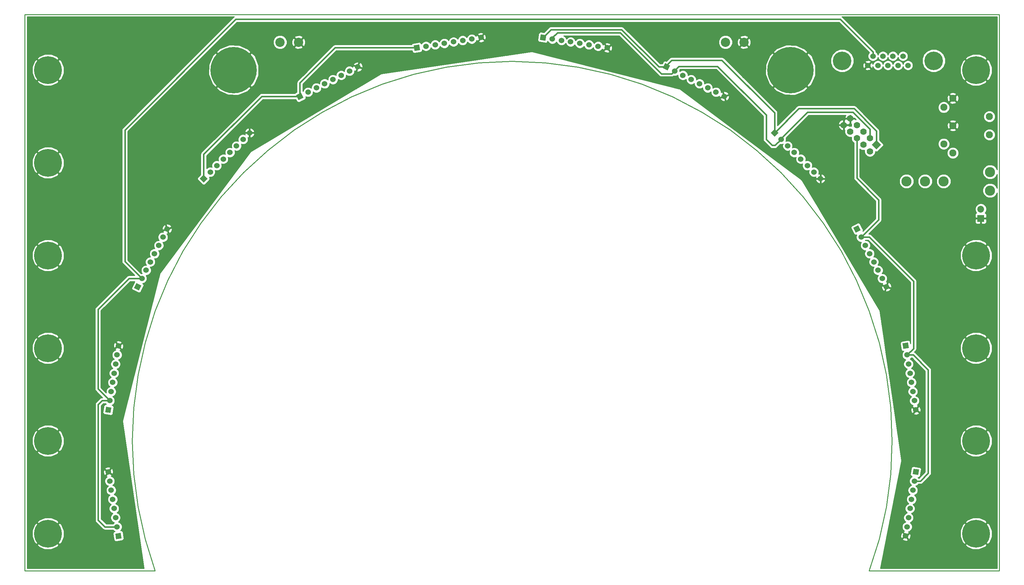
<source format=gbl>
G04 (created by PCBNEW-RS274X (2010-03-14)-final) date Fri 28 Jan 2011 02:53:33 PM PST*
G01*
G70*
G90*
%MOIN*%
G04 Gerber Fmt 3.4, Leading zero omitted, Abs format*
%FSLAX34Y34*%
G04 APERTURE LIST*
%ADD10C,0.006000*%
%ADD11C,0.009000*%
%ADD12C,0.070000*%
%ADD13C,0.060000*%
%ADD14C,0.200000*%
%ADD15C,0.076700*%
%ADD16C,0.073000*%
%ADD17R,0.073000X0.073000*%
%ADD18O,0.109500X0.109500*%
%ADD19C,0.109500*%
%ADD20C,0.300000*%
%ADD21C,0.500000*%
%ADD22C,0.100000*%
%ADD23C,0.016000*%
%ADD24C,0.010000*%
G04 APERTURE END LIST*
G54D10*
G54D11*
X110500Y-68000D02*
X96474Y-68000D01*
X05500Y-68000D02*
X19526Y-68000D01*
X96472Y-68002D02*
X97546Y-64596D01*
X98319Y-61109D01*
X98786Y-57568D01*
X98942Y-54000D01*
X98786Y-50432D01*
X98319Y-46891D01*
X97546Y-43404D01*
X96472Y-39998D01*
X95106Y-36698D01*
X93456Y-33529D01*
X91537Y-30517D01*
X89363Y-27683D01*
X86950Y-25050D01*
X84317Y-22637D01*
X81483Y-20463D01*
X78471Y-18544D01*
X75302Y-16894D01*
X72002Y-15528D01*
X68596Y-14454D01*
X65109Y-13681D01*
X61568Y-13214D01*
X58000Y-13058D01*
X54432Y-13214D01*
X50891Y-13681D01*
X47404Y-14454D01*
X43998Y-15528D01*
X40698Y-16894D01*
X37529Y-18544D01*
X34517Y-20463D01*
X31683Y-22637D01*
X29050Y-25050D01*
X26637Y-27683D01*
X24463Y-30517D01*
X22544Y-33529D01*
X20894Y-36698D01*
X19528Y-39998D01*
X18454Y-43404D01*
X17681Y-46891D01*
X17214Y-50432D01*
X17058Y-54000D01*
X17214Y-57568D01*
X17681Y-61109D01*
X18454Y-64596D01*
X19528Y-68002D01*
X110500Y-08000D02*
X110500Y-68000D01*
X05500Y-08000D02*
X110500Y-08000D01*
X05500Y-68000D02*
X05500Y-08000D01*
G54D10*
G36*
X97763Y-22061D02*
X97268Y-22556D01*
X96773Y-22061D01*
X97268Y-21566D01*
X97763Y-22061D01*
X97763Y-22061D01*
G37*
G54D12*
X96561Y-22768D03*
X96561Y-21354D03*
X95854Y-22061D03*
X95854Y-20646D03*
X95146Y-21354D03*
X95146Y-19939D03*
X94439Y-20646D03*
X94439Y-19232D03*
X93732Y-19939D03*
G54D13*
X100660Y-13500D03*
X99580Y-13500D03*
X98500Y-13500D03*
X97420Y-13500D03*
X96340Y-13500D03*
X100120Y-12500D03*
X99040Y-12500D03*
X97960Y-12500D03*
X96880Y-12500D03*
G54D14*
X103430Y-13000D03*
X93570Y-13000D03*
G54D15*
X105500Y-17048D03*
X105500Y-20000D03*
X105500Y-22952D03*
X104516Y-18032D03*
X104516Y-21968D03*
X109437Y-19016D03*
X109437Y-20984D03*
G54D16*
X108500Y-29000D03*
G54D17*
X108500Y-30000D03*
G54D18*
X104500Y-26000D03*
X102500Y-26000D03*
X100500Y-26000D03*
G54D19*
X109500Y-27000D03*
X109500Y-25000D03*
G54D20*
X108000Y-14000D03*
X108000Y-34000D03*
X108000Y-44000D03*
X108000Y-54000D03*
X108000Y-64000D03*
X08000Y-34000D03*
X08000Y-14000D03*
X08000Y-44000D03*
X08000Y-24000D03*
X08000Y-54000D03*
X08000Y-64000D03*
G54D21*
X88000Y-14000D03*
X28000Y-14000D03*
G54D22*
X33000Y-11000D03*
X35000Y-11000D03*
X81000Y-11000D03*
X83000Y-11000D03*
G54D10*
G36*
X15934Y-64510D02*
X15342Y-64604D01*
X15248Y-64012D01*
X15840Y-63918D01*
X15934Y-64510D01*
X15934Y-64510D01*
G37*
G54D13*
X15434Y-63273D03*
X15278Y-62286D03*
X15121Y-61298D03*
X14965Y-60310D03*
X14808Y-59322D03*
X14652Y-58335D03*
X14495Y-57347D03*
G54D10*
G36*
X14744Y-50996D02*
X14152Y-50902D01*
X14246Y-50310D01*
X14838Y-50404D01*
X14744Y-50996D01*
X14744Y-50996D01*
G37*
G54D13*
X14652Y-49665D03*
X14808Y-48678D03*
X14965Y-47690D03*
X15121Y-46702D03*
X15278Y-45714D03*
X15434Y-44727D03*
X15591Y-43739D03*
G54D10*
G36*
X17790Y-37777D02*
X17256Y-37505D01*
X17528Y-36971D01*
X18062Y-37243D01*
X17790Y-37777D01*
X17790Y-37777D01*
G37*
G54D13*
X18113Y-36483D03*
X18567Y-35592D03*
X19021Y-34701D03*
X19475Y-33809D03*
X19929Y-32918D03*
X20383Y-32027D03*
X20837Y-31136D03*
G54D10*
G36*
X24771Y-26145D02*
X24347Y-25721D01*
X24771Y-25297D01*
X25195Y-25721D01*
X24771Y-26145D01*
X24771Y-26145D01*
G37*
G54D13*
X25478Y-25014D03*
X26185Y-24307D03*
X26892Y-23600D03*
X27600Y-22892D03*
X28307Y-22185D03*
X29014Y-21478D03*
X29721Y-20771D03*
G54D10*
G36*
X35005Y-17240D02*
X34733Y-16706D01*
X35267Y-16434D01*
X35539Y-16968D01*
X35005Y-17240D01*
X35005Y-17240D01*
G37*
G54D13*
X36027Y-16383D03*
X36918Y-15929D03*
X37809Y-15475D03*
X38701Y-15021D03*
X39592Y-14567D03*
X40483Y-14113D03*
X41374Y-13659D03*
G54D10*
G36*
X47490Y-11934D02*
X47396Y-11342D01*
X47988Y-11248D01*
X48082Y-11840D01*
X47490Y-11934D01*
X47490Y-11934D01*
G37*
G54D13*
X48727Y-11434D03*
X49714Y-11278D03*
X50702Y-11121D03*
X51690Y-10965D03*
X52678Y-10808D03*
X53665Y-10652D03*
X54653Y-10495D03*
G54D10*
G36*
X61004Y-10744D02*
X61098Y-10152D01*
X61690Y-10246D01*
X61596Y-10838D01*
X61004Y-10744D01*
X61004Y-10744D01*
G37*
G54D13*
X62335Y-10652D03*
X63322Y-10808D03*
X64310Y-10965D03*
X65298Y-11121D03*
X66286Y-11278D03*
X67273Y-11434D03*
X68261Y-11591D03*
G54D10*
G36*
X74223Y-13790D02*
X74495Y-13256D01*
X75029Y-13528D01*
X74757Y-14062D01*
X74223Y-13790D01*
X74223Y-13790D01*
G37*
G54D13*
X75517Y-14113D03*
X76408Y-14567D03*
X77299Y-15021D03*
X78191Y-15475D03*
X79082Y-15929D03*
X79973Y-16383D03*
X80864Y-16837D03*
G54D10*
G36*
X85855Y-20771D02*
X86279Y-20347D01*
X86703Y-20771D01*
X86279Y-21195D01*
X85855Y-20771D01*
X85855Y-20771D01*
G37*
G54D13*
X86986Y-21478D03*
X87693Y-22185D03*
X88400Y-22892D03*
X89108Y-23600D03*
X89815Y-24307D03*
X90522Y-25014D03*
X91229Y-25721D03*
G54D10*
G36*
X94760Y-31005D02*
X95294Y-30733D01*
X95566Y-31267D01*
X95032Y-31539D01*
X94760Y-31005D01*
X94760Y-31005D01*
G37*
G54D13*
X95617Y-32027D03*
X96071Y-32918D03*
X96525Y-33809D03*
X96979Y-34701D03*
X97433Y-35592D03*
X97887Y-36483D03*
X98341Y-37374D03*
G54D10*
G36*
X100066Y-43490D02*
X100658Y-43396D01*
X100752Y-43988D01*
X100160Y-44082D01*
X100066Y-43490D01*
X100066Y-43490D01*
G37*
G54D13*
X100566Y-44727D03*
X100722Y-45714D03*
X100879Y-46702D03*
X101035Y-47690D03*
X101192Y-48678D03*
X101348Y-49665D03*
X101505Y-50653D03*
G54D10*
G36*
X101256Y-57004D02*
X101848Y-57098D01*
X101754Y-57690D01*
X101162Y-57596D01*
X101256Y-57004D01*
X101256Y-57004D01*
G37*
G54D13*
X101348Y-58335D03*
X101192Y-59322D03*
X101035Y-60310D03*
X100879Y-61298D03*
X100722Y-62286D03*
X100566Y-63273D03*
X100409Y-64261D03*
G54D23*
X74626Y-13659D02*
X73829Y-13659D01*
X62202Y-09640D02*
X61347Y-10495D01*
X69810Y-09640D02*
X62202Y-09640D01*
X73829Y-13659D02*
X69810Y-09640D01*
X74626Y-13659D02*
X74626Y-13504D01*
X86279Y-18609D02*
X86279Y-20771D01*
X80610Y-12940D02*
X86279Y-18609D01*
X75190Y-12940D02*
X80610Y-12940D01*
X74626Y-13504D02*
X75190Y-12940D01*
X88893Y-18157D02*
X86279Y-20771D01*
X94848Y-18157D02*
X88893Y-18157D01*
X97268Y-20577D02*
X94848Y-18157D01*
X97268Y-22061D02*
X97268Y-20577D01*
X35136Y-16837D02*
X31033Y-16837D01*
X24771Y-23099D02*
X24771Y-25721D01*
X31033Y-16837D02*
X24771Y-23099D01*
X47739Y-11591D02*
X38939Y-11591D01*
X35136Y-15394D02*
X35136Y-16837D01*
X38939Y-11591D02*
X35136Y-15394D01*
X101985Y-58335D02*
X101348Y-58335D01*
X102840Y-57480D02*
X101985Y-58335D01*
X102840Y-46340D02*
X102840Y-57480D01*
X101227Y-44727D02*
X102840Y-46340D01*
X100566Y-44727D02*
X101227Y-44727D01*
X101260Y-44033D02*
X100566Y-44727D01*
X101260Y-36780D02*
X101260Y-44033D01*
X96507Y-32027D02*
X101260Y-36780D01*
X95617Y-32027D02*
X96507Y-32027D01*
X97500Y-30144D02*
X95617Y-32027D01*
X97500Y-28000D02*
X97500Y-30144D01*
X95146Y-25646D02*
X97500Y-28000D01*
X95146Y-21354D02*
X95146Y-25646D01*
X62335Y-10652D02*
X62335Y-10525D01*
X75517Y-14073D02*
X75517Y-14113D01*
X75190Y-14400D02*
X75517Y-14073D01*
X74090Y-14400D02*
X75190Y-14400D01*
X69670Y-09980D02*
X74090Y-14400D01*
X62880Y-09980D02*
X69670Y-09980D01*
X62335Y-10525D02*
X62880Y-09980D01*
X75517Y-14113D02*
X75517Y-14053D01*
X86334Y-22130D02*
X86986Y-21478D01*
X86030Y-22130D02*
X86334Y-22130D01*
X85380Y-21480D02*
X86030Y-22130D01*
X85380Y-18860D02*
X85380Y-21480D01*
X80120Y-13600D02*
X85380Y-18860D01*
X75970Y-13600D02*
X80120Y-13600D01*
X75517Y-14053D02*
X75970Y-13600D01*
X86986Y-21478D02*
X86986Y-21384D01*
X96561Y-20371D02*
X96561Y-21354D01*
X94740Y-18550D02*
X96561Y-20371D01*
X89820Y-18550D02*
X94740Y-18550D01*
X86986Y-21384D02*
X89820Y-18550D01*
X14143Y-63273D02*
X15434Y-63273D01*
X13410Y-62540D02*
X14143Y-63273D01*
X13410Y-50080D02*
X13410Y-62540D01*
X13825Y-49665D02*
X13410Y-50080D01*
X14652Y-49665D02*
X13825Y-49665D01*
X13380Y-48393D02*
X14652Y-49665D01*
X13380Y-39820D02*
X13380Y-48393D01*
X16717Y-36483D02*
X13380Y-39820D01*
X18113Y-36483D02*
X16717Y-36483D01*
X16280Y-34650D02*
X18113Y-36483D01*
X16280Y-20480D02*
X16280Y-34650D01*
X28230Y-08530D02*
X16280Y-20480D01*
X93370Y-08530D02*
X28230Y-08530D01*
X96880Y-12040D02*
X93370Y-08530D01*
X96880Y-12500D02*
X96880Y-12040D01*
G54D24*
X05745Y-08245D02*
X28074Y-08245D01*
X93526Y-08245D02*
X110255Y-08245D01*
X05745Y-08325D02*
X27969Y-08325D01*
X93632Y-08325D02*
X110255Y-08325D01*
X05745Y-08405D02*
X27889Y-08405D01*
X93712Y-08405D02*
X110255Y-08405D01*
X05745Y-08485D02*
X27809Y-08485D01*
X93792Y-08485D02*
X110255Y-08485D01*
X05745Y-08565D02*
X27729Y-08565D01*
X93872Y-08565D02*
X110255Y-08565D01*
X05745Y-08645D02*
X27649Y-08645D01*
X93952Y-08645D02*
X110255Y-08645D01*
X05745Y-08725D02*
X27569Y-08725D01*
X94032Y-08725D02*
X110255Y-08725D01*
X05745Y-08805D02*
X27489Y-08805D01*
X94112Y-08805D02*
X110255Y-08805D01*
X05745Y-08885D02*
X27409Y-08885D01*
X28341Y-08885D02*
X93258Y-08885D01*
X94192Y-08885D02*
X110255Y-08885D01*
X05745Y-08965D02*
X27329Y-08965D01*
X28261Y-08965D02*
X93338Y-08965D01*
X94272Y-08965D02*
X110255Y-08965D01*
X05745Y-09045D02*
X27249Y-09045D01*
X28181Y-09045D02*
X93418Y-09045D01*
X94352Y-09045D02*
X110255Y-09045D01*
X05745Y-09125D02*
X27169Y-09125D01*
X28101Y-09125D02*
X93498Y-09125D01*
X94432Y-09125D02*
X110255Y-09125D01*
X05745Y-09205D02*
X27089Y-09205D01*
X28021Y-09205D02*
X93578Y-09205D01*
X94512Y-09205D02*
X110255Y-09205D01*
X05745Y-09285D02*
X27009Y-09285D01*
X27941Y-09285D02*
X93658Y-09285D01*
X94592Y-09285D02*
X110255Y-09285D01*
X05745Y-09365D02*
X26929Y-09365D01*
X27861Y-09365D02*
X62031Y-09365D01*
X69982Y-09365D02*
X93738Y-09365D01*
X94672Y-09365D02*
X110255Y-09365D01*
X05745Y-09445D02*
X26849Y-09445D01*
X27781Y-09445D02*
X61931Y-09445D01*
X70081Y-09445D02*
X93818Y-09445D01*
X94752Y-09445D02*
X110255Y-09445D01*
X05745Y-09525D02*
X26769Y-09525D01*
X27701Y-09525D02*
X61851Y-09525D01*
X70161Y-09525D02*
X93898Y-09525D01*
X94832Y-09525D02*
X110255Y-09525D01*
X05745Y-09605D02*
X26689Y-09605D01*
X27621Y-09605D02*
X61771Y-09605D01*
X70241Y-09605D02*
X93978Y-09605D01*
X94912Y-09605D02*
X110255Y-09605D01*
X05745Y-09685D02*
X26609Y-09685D01*
X27541Y-09685D02*
X61691Y-09685D01*
X70321Y-09685D02*
X94058Y-09685D01*
X94992Y-09685D02*
X110255Y-09685D01*
X05745Y-09765D02*
X26529Y-09765D01*
X27461Y-09765D02*
X61611Y-09765D01*
X70401Y-09765D02*
X94138Y-09765D01*
X95072Y-09765D02*
X110255Y-09765D01*
X05745Y-09845D02*
X26449Y-09845D01*
X27381Y-09845D02*
X61531Y-09845D01*
X70481Y-09845D02*
X94218Y-09845D01*
X95152Y-09845D02*
X110255Y-09845D01*
X05745Y-09925D02*
X26369Y-09925D01*
X27301Y-09925D02*
X60986Y-09925D01*
X61260Y-09925D02*
X61451Y-09925D01*
X70561Y-09925D02*
X94298Y-09925D01*
X95232Y-09925D02*
X110255Y-09925D01*
X05745Y-10005D02*
X26289Y-10005D01*
X27221Y-10005D02*
X54414Y-10005D01*
X54866Y-10005D02*
X60896Y-10005D01*
X70641Y-10005D02*
X94378Y-10005D01*
X95312Y-10005D02*
X110255Y-10005D01*
X05745Y-10085D02*
X26209Y-10085D01*
X27141Y-10085D02*
X54301Y-10085D01*
X54889Y-10085D02*
X60857Y-10085D01*
X70721Y-10085D02*
X94458Y-10085D01*
X95392Y-10085D02*
X110255Y-10085D01*
X05745Y-10165D02*
X26129Y-10165D01*
X27061Y-10165D02*
X53407Y-10165D01*
X53924Y-10165D02*
X54291Y-10165D01*
X54831Y-10165D02*
X54955Y-10165D01*
X55088Y-10165D02*
X60844Y-10165D01*
X70801Y-10165D02*
X94538Y-10165D01*
X95472Y-10165D02*
X110255Y-10165D01*
X05745Y-10245D02*
X26049Y-10245D01*
X26981Y-10245D02*
X53296Y-10245D01*
X54034Y-10245D02*
X54394Y-10245D01*
X54772Y-10245D02*
X54897Y-10245D01*
X55137Y-10245D02*
X60831Y-10245D01*
X70881Y-10245D02*
X94618Y-10245D01*
X95552Y-10245D02*
X110255Y-10245D01*
X05745Y-10325D02*
X25969Y-10325D01*
X26901Y-10325D02*
X32674Y-10325D01*
X33327Y-10325D02*
X34700Y-10325D01*
X35294Y-10325D02*
X52411Y-10325D01*
X52946Y-10325D02*
X53216Y-10325D01*
X54114Y-10325D02*
X54137Y-10325D01*
X54335Y-10325D02*
X54504Y-10325D01*
X54714Y-10325D02*
X54839Y-10325D01*
X55167Y-10325D02*
X60819Y-10325D01*
X63590Y-10325D02*
X69548Y-10325D01*
X70961Y-10325D02*
X80674Y-10325D01*
X81327Y-10325D02*
X82700Y-10325D01*
X83294Y-10325D02*
X94698Y-10325D01*
X95632Y-10325D02*
X110255Y-10325D01*
X05745Y-10405D02*
X25889Y-10405D01*
X26821Y-10405D02*
X32537Y-10405D01*
X33464Y-10405D02*
X34583Y-10405D01*
X35418Y-10405D02*
X52305Y-10405D01*
X53051Y-10405D02*
X53174Y-10405D01*
X54445Y-10405D02*
X54614Y-10405D01*
X54656Y-10405D02*
X54781Y-10405D01*
X55185Y-10405D02*
X60806Y-10405D01*
X63695Y-10405D02*
X69628Y-10405D01*
X71041Y-10405D02*
X80537Y-10405D01*
X81464Y-10405D02*
X82583Y-10405D01*
X83418Y-10405D02*
X94778Y-10405D01*
X95712Y-10405D02*
X110255Y-10405D01*
X05745Y-10485D02*
X25809Y-10485D01*
X26741Y-10485D02*
X32457Y-10485D01*
X33544Y-10485D02*
X34555Y-10485D01*
X35444Y-10485D02*
X51416Y-10485D01*
X51965Y-10485D02*
X52225Y-10485D01*
X53131Y-10485D02*
X53140Y-10485D01*
X54555Y-10485D02*
X54724Y-10485D01*
X55202Y-10485D02*
X60793Y-10485D01*
X63775Y-10485D02*
X64036Y-10485D01*
X64585Y-10485D02*
X69708Y-10485D01*
X71121Y-10485D02*
X80457Y-10485D01*
X81544Y-10485D02*
X82555Y-10485D01*
X83444Y-10485D02*
X94858Y-10485D01*
X95792Y-10485D02*
X110255Y-10485D01*
X05745Y-10565D02*
X25729Y-10565D01*
X26661Y-10565D02*
X32377Y-10565D01*
X33624Y-10565D02*
X34446Y-10565D01*
X34495Y-10565D02*
X34635Y-10565D01*
X35364Y-10565D02*
X35506Y-10565D01*
X35555Y-10565D02*
X51314Y-10565D01*
X52066Y-10565D02*
X52185Y-10565D01*
X54540Y-10565D02*
X54664Y-10565D01*
X54664Y-10565D02*
X54834Y-10565D01*
X55187Y-10565D02*
X60780Y-10565D01*
X63816Y-10565D02*
X63934Y-10565D01*
X64686Y-10565D02*
X69788Y-10565D01*
X71201Y-10565D02*
X80377Y-10565D01*
X81624Y-10565D02*
X82446Y-10565D01*
X82495Y-10565D02*
X82635Y-10565D01*
X83364Y-10565D02*
X83506Y-10565D01*
X83555Y-10565D02*
X94938Y-10565D01*
X95872Y-10565D02*
X110255Y-10565D01*
X05745Y-10645D02*
X25649Y-10645D01*
X26581Y-10645D02*
X32337Y-10645D01*
X33664Y-10645D02*
X34349Y-10645D01*
X34575Y-10645D02*
X34715Y-10645D01*
X35284Y-10645D02*
X35426Y-10645D01*
X35653Y-10645D02*
X50418Y-10645D01*
X50987Y-10645D02*
X51234Y-10645D01*
X52146Y-10645D02*
X52151Y-10645D01*
X54481Y-10645D02*
X54606Y-10645D01*
X54774Y-10645D02*
X54944Y-10645D01*
X55172Y-10645D02*
X60768Y-10645D01*
X63849Y-10645D02*
X63854Y-10645D01*
X64766Y-10645D02*
X65014Y-10645D01*
X65583Y-10645D02*
X69868Y-10645D01*
X71281Y-10645D02*
X80337Y-10645D01*
X81664Y-10645D02*
X82349Y-10645D01*
X82575Y-10645D02*
X82715Y-10645D01*
X83284Y-10645D02*
X83426Y-10645D01*
X83653Y-10645D02*
X95018Y-10645D01*
X95952Y-10645D02*
X110255Y-10645D01*
X05745Y-10725D02*
X25569Y-10725D01*
X26501Y-10725D02*
X32304Y-10725D01*
X33697Y-10725D02*
X34318Y-10725D01*
X34655Y-10725D02*
X34795Y-10725D01*
X35204Y-10725D02*
X35346Y-10725D01*
X35686Y-10725D02*
X50322Y-10725D01*
X51082Y-10725D02*
X51196Y-10725D01*
X54423Y-10725D02*
X54548Y-10725D01*
X54884Y-10725D02*
X55054Y-10725D01*
X55106Y-10725D02*
X60755Y-10725D01*
X64805Y-10725D02*
X64918Y-10725D01*
X65678Y-10725D02*
X69948Y-10725D01*
X71361Y-10725D02*
X80304Y-10725D01*
X81697Y-10725D02*
X82318Y-10725D01*
X82655Y-10725D02*
X82795Y-10725D01*
X83204Y-10725D02*
X83346Y-10725D01*
X83686Y-10725D02*
X95098Y-10725D01*
X96032Y-10725D02*
X110255Y-10725D01*
X05745Y-10805D02*
X25489Y-10805D01*
X26421Y-10805D02*
X32270Y-10805D01*
X33730Y-10805D02*
X34288Y-10805D01*
X34735Y-10805D02*
X34875Y-10805D01*
X35124Y-10805D02*
X35266Y-10805D01*
X35719Y-10805D02*
X49423Y-10805D01*
X50006Y-10805D02*
X50242Y-10805D01*
X54194Y-10805D02*
X54205Y-10805D01*
X54365Y-10805D02*
X54490Y-10805D01*
X54994Y-10805D02*
X60762Y-10805D01*
X65758Y-10805D02*
X65995Y-10805D01*
X66578Y-10805D02*
X70028Y-10805D01*
X71441Y-10805D02*
X80270Y-10805D01*
X81730Y-10805D02*
X82288Y-10805D01*
X82735Y-10805D02*
X82875Y-10805D01*
X83124Y-10805D02*
X83266Y-10805D01*
X83719Y-10805D02*
X95178Y-10805D01*
X96112Y-10805D02*
X110255Y-10805D01*
X05745Y-10885D02*
X25409Y-10885D01*
X26341Y-10885D02*
X32251Y-10885D01*
X33749Y-10885D02*
X34261Y-10885D01*
X34815Y-10885D02*
X34955Y-10885D01*
X35044Y-10885D02*
X35186Y-10885D01*
X35733Y-10885D02*
X48618Y-10885D01*
X48836Y-10885D02*
X49331Y-10885D01*
X50097Y-10885D02*
X50206Y-10885D01*
X54161Y-10885D02*
X54432Y-10885D01*
X55008Y-10885D02*
X60797Y-10885D01*
X65795Y-10885D02*
X65903Y-10885D01*
X66669Y-10885D02*
X67164Y-10885D01*
X67382Y-10885D02*
X70108Y-10885D01*
X71521Y-10885D02*
X80251Y-10885D01*
X81749Y-10885D02*
X82261Y-10885D01*
X82815Y-10885D02*
X82955Y-10885D01*
X83044Y-10885D02*
X83186Y-10885D01*
X83733Y-10885D02*
X95258Y-10885D01*
X96192Y-10885D02*
X110255Y-10885D01*
X05745Y-10965D02*
X25329Y-10965D01*
X26261Y-10965D02*
X32251Y-10965D01*
X33749Y-10965D02*
X34263Y-10965D01*
X34895Y-10965D02*
X35106Y-10965D01*
X35735Y-10965D02*
X48426Y-10965D01*
X49029Y-10965D02*
X49251Y-10965D01*
X54128Y-10965D02*
X54430Y-10965D01*
X54924Y-10965D02*
X60887Y-10965D01*
X61810Y-10965D02*
X61872Y-10965D01*
X66749Y-10965D02*
X66972Y-10965D01*
X67575Y-10965D02*
X70188Y-10965D01*
X71601Y-10965D02*
X80251Y-10965D01*
X81749Y-10965D02*
X82263Y-10965D01*
X82895Y-10965D02*
X83106Y-10965D01*
X83735Y-10965D02*
X95338Y-10965D01*
X96272Y-10965D02*
X110255Y-10965D01*
X05745Y-11045D02*
X25249Y-11045D01*
X26181Y-11045D02*
X32251Y-11045D01*
X33749Y-11045D02*
X34265Y-11045D01*
X34884Y-11045D02*
X35115Y-11045D01*
X35737Y-11045D02*
X47674Y-11045D01*
X48134Y-11045D02*
X48340Y-11045D01*
X49114Y-11045D02*
X49217Y-11045D01*
X53173Y-11045D02*
X53282Y-11045D01*
X54048Y-11045D02*
X61309Y-11045D01*
X61736Y-11045D02*
X61952Y-11045D01*
X62717Y-11045D02*
X62826Y-11045D01*
X66784Y-11045D02*
X66886Y-11045D01*
X67660Y-11045D02*
X68211Y-11045D01*
X68211Y-11045D02*
X70268Y-11045D01*
X71681Y-11045D02*
X80251Y-11045D01*
X81749Y-11045D02*
X82265Y-11045D01*
X82884Y-11045D02*
X83115Y-11045D01*
X83737Y-11045D02*
X95418Y-11045D01*
X96352Y-11045D02*
X110255Y-11045D01*
X05745Y-11125D02*
X25169Y-11125D01*
X26101Y-11125D02*
X32251Y-11125D01*
X33749Y-11125D02*
X34267Y-11125D01*
X34804Y-11125D02*
X34946Y-11125D01*
X35055Y-11125D02*
X35195Y-11125D01*
X35739Y-11125D02*
X47273Y-11125D01*
X48206Y-11125D02*
X48262Y-11125D01*
X52217Y-11125D02*
X52219Y-11125D01*
X53137Y-11125D02*
X53373Y-11125D01*
X53956Y-11125D02*
X62043Y-11125D01*
X62626Y-11125D02*
X62863Y-11125D01*
X63780Y-11125D02*
X63781Y-11125D01*
X67739Y-11125D02*
X68037Y-11125D01*
X68531Y-11125D02*
X70348Y-11125D01*
X71761Y-11125D02*
X80251Y-11125D01*
X81749Y-11125D02*
X82267Y-11125D01*
X82804Y-11125D02*
X82946Y-11125D01*
X83055Y-11125D02*
X83195Y-11125D01*
X83739Y-11125D02*
X95498Y-11125D01*
X96432Y-11125D02*
X110255Y-11125D01*
X05745Y-11205D02*
X25089Y-11205D01*
X26021Y-11205D02*
X32274Y-11205D01*
X33726Y-11205D02*
X34285Y-11205D01*
X34724Y-11205D02*
X34866Y-11205D01*
X35135Y-11205D02*
X35275Y-11205D01*
X35709Y-11205D02*
X47187Y-11205D01*
X52184Y-11205D02*
X52299Y-11205D01*
X53057Y-11205D02*
X62943Y-11205D01*
X63700Y-11205D02*
X63815Y-11205D01*
X67773Y-11205D02*
X68042Y-11205D01*
X68617Y-11205D02*
X70428Y-11205D01*
X71841Y-11205D02*
X80274Y-11205D01*
X81726Y-11205D02*
X82285Y-11205D01*
X82724Y-11205D02*
X82866Y-11205D01*
X83135Y-11205D02*
X83275Y-11205D01*
X83709Y-11205D02*
X95578Y-11205D01*
X96512Y-11205D02*
X110255Y-11205D01*
X05745Y-11285D02*
X25009Y-11285D01*
X25941Y-11285D02*
X32307Y-11285D01*
X33692Y-11285D02*
X34318Y-11285D01*
X34644Y-11285D02*
X34786Y-11285D01*
X35215Y-11285D02*
X35355Y-11285D01*
X35678Y-11285D02*
X38818Y-11285D01*
X51226Y-11285D02*
X51234Y-11285D01*
X52146Y-11285D02*
X52395Y-11285D01*
X52960Y-11285D02*
X63039Y-11285D01*
X63604Y-11285D02*
X63854Y-11285D01*
X64765Y-11285D02*
X64772Y-11285D01*
X67806Y-11285D02*
X67814Y-11285D01*
X67977Y-11285D02*
X68100Y-11285D01*
X68596Y-11285D02*
X70508Y-11285D01*
X71921Y-11285D02*
X80307Y-11285D01*
X81692Y-11285D02*
X82318Y-11285D01*
X82644Y-11285D02*
X82786Y-11285D01*
X83215Y-11285D02*
X83355Y-11285D01*
X83678Y-11285D02*
X95658Y-11285D01*
X96592Y-11285D02*
X110255Y-11285D01*
X05745Y-11365D02*
X24929Y-11365D01*
X25861Y-11365D02*
X27334Y-11365D01*
X28706Y-11365D02*
X32340Y-11365D01*
X33659Y-11365D02*
X34351Y-11365D01*
X34564Y-11365D02*
X34706Y-11365D01*
X35295Y-11365D02*
X35435Y-11365D01*
X35647Y-11365D02*
X38698Y-11365D01*
X51194Y-11365D02*
X51314Y-11365D01*
X52066Y-11365D02*
X63934Y-11365D01*
X64685Y-11365D02*
X64805Y-11365D01*
X68035Y-11365D02*
X68158Y-11365D01*
X68486Y-11365D02*
X68657Y-11365D01*
X68723Y-11365D02*
X70588Y-11365D01*
X72001Y-11365D02*
X80340Y-11365D01*
X81659Y-11365D02*
X82351Y-11365D01*
X82564Y-11365D02*
X82706Y-11365D01*
X83295Y-11365D02*
X83435Y-11365D01*
X83647Y-11365D02*
X87334Y-11365D01*
X88706Y-11365D02*
X95738Y-11365D01*
X96672Y-11365D02*
X110255Y-11365D01*
X05745Y-11445D02*
X24849Y-11445D01*
X25781Y-11445D02*
X27128Y-11445D01*
X28888Y-11445D02*
X32386Y-11445D01*
X33613Y-11445D02*
X34468Y-11445D01*
X34484Y-11445D02*
X34626Y-11445D01*
X35375Y-11445D02*
X35515Y-11445D01*
X35531Y-11445D02*
X38618Y-11445D01*
X50238Y-11445D02*
X50250Y-11445D01*
X51154Y-11445D02*
X51415Y-11445D01*
X51964Y-11445D02*
X64035Y-11445D01*
X64584Y-11445D02*
X64846Y-11445D01*
X65749Y-11445D02*
X65760Y-11445D01*
X68093Y-11445D02*
X68216Y-11445D01*
X68376Y-11445D02*
X68547Y-11445D01*
X68785Y-11445D02*
X70668Y-11445D01*
X72081Y-11445D02*
X80386Y-11445D01*
X81613Y-11445D02*
X82468Y-11445D01*
X82484Y-11445D02*
X82626Y-11445D01*
X83375Y-11445D02*
X83515Y-11445D01*
X83531Y-11445D02*
X87128Y-11445D01*
X88888Y-11445D02*
X95818Y-11445D01*
X96752Y-11445D02*
X110255Y-11445D01*
X05745Y-11525D02*
X24769Y-11525D01*
X25701Y-11525D02*
X26923Y-11525D01*
X29070Y-11525D02*
X32466Y-11525D01*
X33533Y-11525D02*
X34552Y-11525D01*
X35447Y-11525D02*
X38538Y-11525D01*
X50205Y-11525D02*
X50330Y-11525D01*
X51074Y-11525D02*
X64926Y-11525D01*
X65669Y-11525D02*
X65794Y-11525D01*
X68151Y-11525D02*
X68437Y-11525D01*
X68804Y-11525D02*
X70748Y-11525D01*
X72161Y-11525D02*
X80466Y-11525D01*
X81533Y-11525D02*
X82552Y-11525D01*
X83447Y-11525D02*
X86923Y-11525D01*
X89070Y-11525D02*
X95898Y-11525D01*
X96832Y-11525D02*
X110255Y-11525D01*
X05745Y-11605D02*
X24689Y-11605D01*
X25621Y-11605D02*
X26717Y-11605D01*
X29252Y-11605D02*
X32546Y-11605D01*
X33453Y-11605D02*
X34587Y-11605D01*
X35412Y-11605D02*
X38458Y-11605D01*
X49249Y-11605D02*
X49265Y-11605D01*
X50163Y-11605D02*
X50436Y-11605D01*
X50967Y-11605D02*
X65032Y-11605D01*
X65563Y-11605D02*
X65837Y-11605D01*
X66734Y-11605D02*
X66749Y-11605D01*
X68156Y-11605D02*
X68333Y-11605D01*
X68800Y-11605D02*
X70828Y-11605D01*
X72241Y-11605D02*
X80546Y-11605D01*
X81453Y-11605D02*
X82587Y-11605D01*
X83412Y-11605D02*
X86717Y-11605D01*
X89252Y-11605D02*
X95978Y-11605D01*
X96912Y-11605D02*
X110255Y-11605D01*
X05745Y-11685D02*
X24609Y-11685D01*
X25541Y-11685D02*
X26516Y-11685D01*
X29434Y-11685D02*
X32696Y-11685D01*
X33302Y-11685D02*
X34732Y-11685D01*
X35276Y-11685D02*
X38378Y-11685D01*
X49216Y-11685D02*
X49345Y-11685D01*
X50083Y-11685D02*
X65917Y-11685D01*
X66654Y-11685D02*
X66782Y-11685D01*
X68046Y-11685D02*
X68217Y-11685D01*
X68268Y-11685D02*
X68391Y-11685D01*
X68792Y-11685D02*
X70908Y-11685D01*
X72321Y-11685D02*
X80696Y-11685D01*
X81302Y-11685D02*
X82732Y-11685D01*
X83276Y-11685D02*
X86516Y-11685D01*
X89434Y-11685D02*
X96058Y-11685D01*
X96992Y-11685D02*
X110255Y-11685D01*
X05745Y-11765D02*
X24529Y-11765D01*
X25461Y-11765D02*
X26409Y-11765D01*
X29592Y-11765D02*
X38298Y-11765D01*
X49172Y-11765D02*
X49455Y-11765D01*
X49972Y-11765D02*
X66027Y-11765D01*
X66544Y-11765D02*
X66828Y-11765D01*
X67718Y-11765D02*
X67743Y-11765D01*
X67936Y-11765D02*
X68107Y-11765D01*
X68326Y-11765D02*
X68449Y-11765D01*
X68779Y-11765D02*
X70988Y-11765D01*
X72401Y-11765D02*
X86409Y-11765D01*
X89592Y-11765D02*
X93287Y-11765D01*
X93854Y-11765D02*
X96138Y-11765D01*
X97072Y-11765D02*
X103147Y-11765D01*
X103714Y-11765D02*
X110255Y-11765D01*
X05745Y-11845D02*
X24449Y-11845D01*
X25381Y-11845D02*
X26336Y-11845D01*
X29665Y-11845D02*
X38218Y-11845D01*
X48336Y-11845D02*
X48362Y-11845D01*
X49092Y-11845D02*
X66908Y-11845D01*
X67638Y-11845D02*
X67997Y-11845D01*
X68384Y-11845D02*
X68507Y-11845D01*
X68735Y-11845D02*
X71068Y-11845D01*
X72481Y-11845D02*
X86336Y-11845D01*
X89665Y-11845D02*
X93093Y-11845D01*
X94048Y-11845D02*
X96218Y-11845D01*
X97139Y-11845D02*
X102953Y-11845D01*
X103908Y-11845D02*
X110255Y-11845D01*
X05745Y-11925D02*
X24369Y-11925D01*
X25301Y-11925D02*
X26263Y-11925D01*
X29738Y-11925D02*
X38138Y-11925D01*
X39071Y-11925D02*
X47234Y-11925D01*
X48318Y-11925D02*
X48478Y-11925D01*
X48975Y-11925D02*
X67024Y-11925D01*
X67521Y-11925D02*
X67899Y-11925D01*
X68443Y-11925D02*
X68565Y-11925D01*
X68692Y-11925D02*
X71148Y-11925D01*
X72561Y-11925D02*
X86263Y-11925D01*
X89738Y-11925D02*
X92900Y-11925D01*
X94241Y-11925D02*
X96298Y-11925D01*
X97188Y-11925D02*
X102760Y-11925D01*
X104101Y-11925D02*
X110255Y-11925D01*
X05745Y-12005D02*
X24289Y-12005D01*
X25221Y-12005D02*
X26190Y-12005D01*
X29811Y-12005D02*
X38058Y-12005D01*
X38991Y-12005D02*
X47248Y-12005D01*
X48270Y-12005D02*
X67909Y-12005D01*
X68501Y-12005D02*
X71228Y-12005D01*
X72641Y-12005D02*
X86190Y-12005D01*
X89811Y-12005D02*
X92798Y-12005D01*
X94343Y-12005D02*
X96378Y-12005D01*
X97204Y-12005D02*
X97722Y-12005D01*
X98199Y-12005D02*
X98802Y-12005D01*
X99279Y-12005D02*
X99882Y-12005D01*
X100359Y-12005D02*
X102658Y-12005D01*
X104203Y-12005D02*
X110255Y-12005D01*
X05745Y-12085D02*
X24209Y-12085D01*
X25141Y-12085D02*
X26155Y-12085D01*
X29844Y-12085D02*
X37978Y-12085D01*
X38911Y-12085D02*
X47289Y-12085D01*
X48132Y-12085D02*
X59693Y-12085D01*
X60437Y-12085D02*
X68042Y-12085D01*
X68471Y-12085D02*
X71308Y-12085D01*
X72721Y-12085D02*
X86155Y-12085D01*
X89844Y-12085D02*
X92718Y-12085D01*
X94423Y-12085D02*
X96458Y-12085D01*
X97241Y-12085D02*
X97599Y-12085D01*
X98321Y-12085D02*
X98679Y-12085D01*
X99401Y-12085D02*
X99759Y-12085D01*
X100481Y-12085D02*
X102578Y-12085D01*
X104283Y-12085D02*
X110255Y-12085D01*
X05745Y-12165D02*
X24129Y-12165D01*
X25061Y-12165D02*
X26033Y-12165D01*
X26095Y-12165D02*
X26235Y-12165D01*
X29764Y-12165D02*
X29906Y-12165D01*
X29968Y-12165D02*
X37898Y-12165D01*
X38831Y-12165D02*
X47383Y-12165D01*
X47627Y-12165D02*
X59144Y-12165D01*
X60753Y-12165D02*
X71388Y-12165D01*
X72801Y-12165D02*
X86033Y-12165D01*
X86095Y-12165D02*
X86235Y-12165D01*
X89764Y-12165D02*
X89906Y-12165D01*
X89968Y-12165D02*
X92638Y-12165D01*
X94503Y-12165D02*
X96439Y-12165D01*
X97321Y-12165D02*
X97519Y-12165D01*
X98401Y-12165D02*
X98599Y-12165D01*
X99481Y-12165D02*
X99679Y-12165D01*
X100561Y-12165D02*
X102498Y-12165D01*
X104363Y-12165D02*
X110255Y-12165D01*
X05745Y-12245D02*
X24049Y-12245D01*
X24981Y-12245D02*
X25945Y-12245D01*
X26175Y-12245D02*
X26315Y-12245D01*
X29684Y-12245D02*
X29826Y-12245D01*
X30056Y-12245D02*
X37818Y-12245D01*
X38751Y-12245D02*
X58595Y-12245D01*
X61069Y-12245D02*
X71468Y-12245D01*
X72881Y-12245D02*
X85945Y-12245D01*
X86175Y-12245D02*
X86315Y-12245D01*
X89684Y-12245D02*
X89826Y-12245D01*
X90056Y-12245D02*
X92558Y-12245D01*
X94583Y-12245D02*
X96392Y-12245D01*
X97369Y-12245D02*
X97472Y-12245D01*
X98449Y-12245D02*
X98552Y-12245D01*
X99529Y-12245D02*
X99632Y-12245D01*
X100609Y-12245D02*
X102418Y-12245D01*
X104443Y-12245D02*
X110255Y-12245D01*
X05745Y-12325D02*
X07565Y-12325D01*
X08449Y-12325D02*
X23969Y-12325D01*
X24901Y-12325D02*
X25857Y-12325D01*
X26255Y-12325D02*
X26395Y-12325D01*
X29604Y-12325D02*
X29746Y-12325D01*
X30144Y-12325D02*
X37738Y-12325D01*
X38671Y-12325D02*
X58046Y-12325D01*
X61385Y-12325D02*
X71548Y-12325D01*
X72961Y-12325D02*
X85857Y-12325D01*
X86255Y-12325D02*
X86395Y-12325D01*
X89604Y-12325D02*
X89746Y-12325D01*
X90144Y-12325D02*
X92497Y-12325D01*
X94644Y-12325D02*
X96359Y-12325D01*
X97402Y-12325D02*
X97439Y-12325D01*
X98481Y-12325D02*
X98518Y-12325D01*
X99562Y-12325D02*
X99599Y-12325D01*
X100642Y-12325D02*
X102357Y-12325D01*
X104504Y-12325D02*
X107565Y-12325D01*
X108449Y-12325D02*
X110255Y-12325D01*
X05745Y-12405D02*
X07366Y-12405D01*
X08636Y-12405D02*
X23889Y-12405D01*
X24821Y-12405D02*
X25769Y-12405D01*
X26335Y-12405D02*
X26475Y-12405D01*
X29524Y-12405D02*
X29666Y-12405D01*
X30232Y-12405D02*
X37658Y-12405D01*
X38591Y-12405D02*
X57498Y-12405D01*
X61702Y-12405D02*
X71628Y-12405D01*
X73041Y-12405D02*
X85769Y-12405D01*
X86335Y-12405D02*
X86475Y-12405D01*
X89524Y-12405D02*
X89666Y-12405D01*
X90232Y-12405D02*
X92464Y-12405D01*
X94677Y-12405D02*
X96331Y-12405D01*
X100669Y-12405D02*
X102324Y-12405D01*
X104537Y-12405D02*
X107366Y-12405D01*
X108636Y-12405D02*
X110255Y-12405D01*
X05745Y-12485D02*
X07168Y-12485D01*
X08824Y-12485D02*
X23809Y-12485D01*
X24741Y-12485D02*
X25721Y-12485D01*
X26415Y-12485D02*
X26555Y-12485D01*
X29444Y-12485D02*
X29586Y-12485D01*
X30295Y-12485D02*
X37578Y-12485D01*
X38511Y-12485D02*
X56949Y-12485D01*
X62018Y-12485D02*
X71708Y-12485D01*
X73121Y-12485D02*
X85721Y-12485D01*
X86415Y-12485D02*
X86555Y-12485D01*
X89444Y-12485D02*
X89586Y-12485D01*
X90295Y-12485D02*
X92431Y-12485D01*
X94710Y-12485D02*
X96331Y-12485D01*
X100669Y-12485D02*
X102291Y-12485D01*
X104570Y-12485D02*
X107168Y-12485D01*
X108824Y-12485D02*
X110255Y-12485D01*
X05745Y-12565D02*
X07005Y-12565D01*
X08996Y-12565D02*
X23729Y-12565D01*
X24661Y-12565D02*
X25686Y-12565D01*
X26495Y-12565D02*
X26635Y-12565D01*
X29364Y-12565D02*
X29506Y-12565D01*
X30337Y-12565D02*
X37498Y-12565D01*
X38431Y-12565D02*
X56400Y-12565D01*
X62334Y-12565D02*
X71788Y-12565D01*
X73201Y-12565D02*
X85686Y-12565D01*
X86495Y-12565D02*
X86635Y-12565D01*
X89364Y-12565D02*
X89506Y-12565D01*
X90337Y-12565D02*
X92398Y-12565D01*
X94743Y-12565D02*
X96331Y-12565D01*
X100669Y-12565D02*
X102258Y-12565D01*
X104603Y-12565D02*
X107005Y-12565D01*
X108996Y-12565D02*
X110255Y-12565D01*
X05745Y-12645D02*
X06942Y-12645D01*
X09059Y-12645D02*
X23649Y-12645D01*
X24581Y-12645D02*
X25651Y-12645D01*
X26575Y-12645D02*
X26715Y-12645D01*
X29284Y-12645D02*
X29426Y-12645D01*
X30368Y-12645D02*
X37418Y-12645D01*
X38351Y-12645D02*
X55851Y-12645D01*
X62650Y-12645D02*
X71868Y-12645D01*
X73281Y-12645D02*
X75049Y-12645D01*
X80752Y-12645D02*
X85651Y-12645D01*
X86575Y-12645D02*
X86715Y-12645D01*
X89284Y-12645D02*
X89426Y-12645D01*
X90368Y-12645D02*
X92365Y-12645D01*
X94776Y-12645D02*
X96345Y-12645D01*
X97413Y-12645D02*
X97426Y-12645D01*
X98493Y-12645D02*
X98506Y-12645D01*
X99573Y-12645D02*
X99586Y-12645D01*
X100654Y-12645D02*
X102225Y-12645D01*
X104636Y-12645D02*
X106942Y-12645D01*
X109059Y-12645D02*
X110255Y-12645D01*
X05745Y-12725D02*
X06879Y-12725D01*
X09122Y-12725D02*
X23569Y-12725D01*
X24501Y-12725D02*
X25616Y-12725D01*
X26655Y-12725D02*
X26795Y-12725D01*
X29204Y-12725D02*
X29346Y-12725D01*
X30399Y-12725D02*
X37338Y-12725D01*
X38271Y-12725D02*
X55302Y-12725D01*
X62967Y-12725D02*
X71948Y-12725D01*
X73361Y-12725D02*
X74938Y-12725D01*
X80862Y-12725D02*
X85616Y-12725D01*
X86655Y-12725D02*
X86795Y-12725D01*
X89204Y-12725D02*
X89346Y-12725D01*
X90399Y-12725D02*
X92332Y-12725D01*
X94809Y-12725D02*
X96379Y-12725D01*
X97380Y-12725D02*
X97459Y-12725D01*
X98460Y-12725D02*
X98539Y-12725D01*
X99540Y-12725D02*
X99619Y-12725D01*
X100620Y-12725D02*
X102192Y-12725D01*
X104669Y-12725D02*
X106879Y-12725D01*
X109122Y-12725D02*
X110255Y-12725D01*
X05745Y-12805D02*
X06875Y-12805D01*
X09124Y-12805D02*
X23489Y-12805D01*
X24421Y-12805D02*
X25581Y-12805D01*
X26735Y-12805D02*
X26875Y-12805D01*
X29124Y-12805D02*
X29266Y-12805D01*
X30430Y-12805D02*
X37258Y-12805D01*
X38191Y-12805D02*
X54756Y-12805D01*
X63283Y-12805D02*
X72028Y-12805D01*
X73441Y-12805D02*
X74858Y-12805D01*
X80942Y-12805D02*
X85581Y-12805D01*
X86735Y-12805D02*
X86875Y-12805D01*
X89124Y-12805D02*
X89266Y-12805D01*
X90430Y-12805D02*
X92321Y-12805D01*
X94819Y-12805D02*
X96412Y-12805D01*
X97347Y-12805D02*
X97492Y-12805D01*
X98427Y-12805D02*
X98572Y-12805D01*
X99507Y-12805D02*
X99652Y-12805D01*
X100587Y-12805D02*
X102181Y-12805D01*
X104679Y-12805D02*
X106875Y-12805D01*
X109124Y-12805D02*
X110255Y-12805D01*
X05745Y-12885D02*
X06718Y-12885D01*
X06815Y-12885D02*
X06955Y-12885D01*
X09044Y-12885D02*
X09186Y-12885D01*
X09283Y-12885D02*
X23409Y-12885D01*
X24341Y-12885D02*
X25545Y-12885D01*
X26815Y-12885D02*
X26955Y-12885D01*
X29044Y-12885D02*
X29186Y-12885D01*
X30461Y-12885D02*
X37178Y-12885D01*
X38111Y-12885D02*
X54208Y-12885D01*
X63599Y-12885D02*
X72108Y-12885D01*
X73521Y-12885D02*
X74778Y-12885D01*
X81022Y-12885D02*
X85545Y-12885D01*
X86815Y-12885D02*
X86955Y-12885D01*
X89044Y-12885D02*
X89186Y-12885D01*
X90461Y-12885D02*
X92321Y-12885D01*
X94819Y-12885D02*
X96489Y-12885D01*
X97271Y-12885D02*
X97569Y-12885D01*
X98351Y-12885D02*
X98649Y-12885D01*
X99431Y-12885D02*
X99729Y-12885D01*
X100511Y-12885D02*
X102181Y-12885D01*
X104679Y-12885D02*
X106718Y-12885D01*
X106815Y-12885D02*
X106955Y-12885D01*
X109044Y-12885D02*
X109186Y-12885D01*
X109283Y-12885D02*
X110255Y-12885D01*
X05745Y-12965D02*
X06615Y-12965D01*
X06895Y-12965D02*
X07035Y-12965D01*
X08964Y-12965D02*
X09106Y-12965D01*
X09386Y-12965D02*
X23329Y-12965D01*
X24261Y-12965D02*
X25510Y-12965D01*
X26895Y-12965D02*
X27035Y-12965D01*
X28964Y-12965D02*
X29106Y-12965D01*
X30492Y-12965D02*
X37098Y-12965D01*
X38031Y-12965D02*
X53660Y-12965D01*
X63915Y-12965D02*
X72188Y-12965D01*
X73601Y-12965D02*
X74698Y-12965D01*
X81102Y-12965D02*
X85510Y-12965D01*
X86895Y-12965D02*
X87035Y-12965D01*
X88964Y-12965D02*
X89106Y-12965D01*
X90492Y-12965D02*
X92321Y-12965D01*
X94819Y-12965D02*
X96265Y-12965D01*
X96442Y-12965D02*
X96569Y-12965D01*
X97191Y-12965D02*
X97278Y-12965D01*
X97563Y-12965D02*
X97649Y-12965D01*
X98271Y-12965D02*
X98358Y-12965D01*
X98643Y-12965D02*
X98729Y-12965D01*
X99351Y-12965D02*
X99438Y-12965D01*
X99723Y-12965D02*
X99809Y-12965D01*
X100431Y-12965D02*
X100518Y-12965D01*
X100803Y-12965D02*
X102181Y-12965D01*
X104679Y-12965D02*
X106615Y-12965D01*
X106895Y-12965D02*
X107035Y-12965D01*
X108964Y-12965D02*
X109106Y-12965D01*
X109386Y-12965D02*
X110255Y-12965D01*
X05745Y-13045D02*
X06541Y-13045D01*
X06975Y-13045D02*
X07115Y-13045D01*
X08884Y-13045D02*
X09026Y-13045D01*
X09466Y-13045D02*
X23249Y-13045D01*
X24181Y-13045D02*
X25475Y-13045D01*
X26975Y-13045D02*
X27115Y-13045D01*
X28884Y-13045D02*
X29026Y-13045D01*
X30523Y-13045D02*
X37018Y-13045D01*
X37951Y-13045D02*
X53112Y-13045D01*
X64232Y-13045D02*
X72268Y-13045D01*
X73681Y-13045D02*
X74359Y-13045D01*
X81182Y-13045D02*
X85475Y-13045D01*
X86975Y-13045D02*
X87115Y-13045D01*
X88884Y-13045D02*
X89026Y-13045D01*
X90523Y-13045D02*
X92321Y-13045D01*
X94819Y-13045D02*
X96055Y-13045D01*
X96626Y-13045D02*
X96761Y-13045D01*
X96998Y-13045D02*
X97099Y-13045D01*
X97741Y-13045D02*
X97841Y-13045D01*
X98078Y-13045D02*
X98179Y-13045D01*
X98821Y-13045D02*
X98921Y-13045D01*
X99158Y-13045D02*
X99259Y-13045D01*
X99901Y-13045D02*
X100001Y-13045D01*
X100238Y-13045D02*
X100339Y-13045D01*
X100981Y-13045D02*
X102181Y-13045D01*
X104679Y-13045D02*
X106541Y-13045D01*
X106975Y-13045D02*
X107115Y-13045D01*
X108884Y-13045D02*
X109026Y-13045D01*
X109466Y-13045D02*
X110255Y-13045D01*
X05745Y-13125D02*
X06507Y-13125D01*
X07055Y-13125D02*
X07195Y-13125D01*
X08804Y-13125D02*
X08946Y-13125D01*
X09499Y-13125D02*
X23169Y-13125D01*
X24101Y-13125D02*
X25440Y-13125D01*
X27055Y-13125D02*
X27195Y-13125D01*
X28804Y-13125D02*
X28946Y-13125D01*
X30554Y-13125D02*
X36938Y-13125D01*
X37871Y-13125D02*
X41304Y-13125D01*
X41424Y-13125D02*
X52564Y-13125D01*
X64548Y-13125D02*
X72348Y-13125D01*
X73761Y-13125D02*
X74283Y-13125D01*
X81262Y-13125D02*
X85440Y-13125D01*
X87055Y-13125D02*
X87195Y-13125D01*
X88804Y-13125D02*
X88946Y-13125D01*
X90554Y-13125D02*
X92321Y-13125D01*
X94819Y-13125D02*
X96035Y-13125D01*
X96644Y-13125D02*
X97019Y-13125D01*
X97821Y-13125D02*
X98099Y-13125D01*
X98901Y-13125D02*
X99179Y-13125D01*
X99981Y-13125D02*
X100259Y-13125D01*
X101061Y-13125D02*
X102181Y-13125D01*
X104679Y-13125D02*
X106507Y-13125D01*
X107055Y-13125D02*
X107195Y-13125D01*
X108804Y-13125D02*
X108946Y-13125D01*
X109499Y-13125D02*
X110255Y-13125D01*
X05745Y-13205D02*
X06473Y-13205D01*
X07135Y-13205D02*
X07275Y-13205D01*
X08724Y-13205D02*
X08866Y-13205D01*
X09531Y-13205D02*
X23089Y-13205D01*
X24021Y-13205D02*
X25405Y-13205D01*
X27135Y-13205D02*
X27275Y-13205D01*
X28724Y-13205D02*
X28866Y-13205D01*
X30586Y-13205D02*
X36858Y-13205D01*
X37791Y-13205D02*
X41084Y-13205D01*
X41468Y-13205D02*
X41614Y-13205D01*
X41679Y-13205D02*
X52016Y-13205D01*
X64864Y-13205D02*
X72428Y-13205D01*
X73841Y-13205D02*
X74242Y-13205D01*
X81342Y-13205D02*
X85405Y-13205D01*
X87135Y-13205D02*
X87275Y-13205D01*
X88724Y-13205D02*
X88866Y-13205D01*
X90586Y-13205D02*
X92321Y-13205D01*
X94819Y-13205D02*
X95917Y-13205D01*
X95975Y-13205D02*
X96115Y-13205D01*
X96564Y-13205D02*
X96706Y-13205D01*
X96764Y-13205D02*
X96949Y-13205D01*
X97892Y-13205D02*
X98029Y-13205D01*
X98972Y-13205D02*
X99109Y-13205D01*
X100052Y-13205D02*
X100189Y-13205D01*
X101132Y-13205D02*
X102181Y-13205D01*
X104679Y-13205D02*
X106473Y-13205D01*
X107135Y-13205D02*
X107275Y-13205D01*
X108724Y-13205D02*
X108866Y-13205D01*
X109531Y-13205D02*
X110255Y-13205D01*
X05745Y-13285D02*
X06439Y-13285D01*
X07215Y-13285D02*
X07355Y-13285D01*
X08644Y-13285D02*
X08786Y-13285D01*
X09563Y-13285D02*
X23009Y-13285D01*
X23941Y-13285D02*
X25370Y-13285D01*
X27215Y-13285D02*
X27355Y-13285D01*
X28644Y-13285D02*
X28786Y-13285D01*
X30617Y-13285D02*
X36778Y-13285D01*
X37711Y-13285D02*
X40980Y-13285D01*
X41442Y-13285D02*
X41548Y-13285D01*
X41772Y-13285D02*
X51468Y-13285D01*
X65181Y-13285D02*
X72508Y-13285D01*
X73921Y-13285D02*
X74201Y-13285D01*
X81422Y-13285D02*
X85370Y-13285D01*
X87215Y-13285D02*
X87355Y-13285D01*
X88644Y-13285D02*
X88786Y-13285D01*
X90617Y-13285D02*
X92335Y-13285D01*
X94804Y-13285D02*
X95845Y-13285D01*
X96055Y-13285D02*
X96195Y-13285D01*
X96484Y-13285D02*
X96626Y-13285D01*
X96839Y-13285D02*
X96916Y-13285D01*
X97925Y-13285D02*
X97995Y-13285D01*
X99005Y-13285D02*
X99075Y-13285D01*
X100085Y-13285D02*
X100155Y-13285D01*
X101165Y-13285D02*
X102195Y-13285D01*
X104664Y-13285D02*
X106439Y-13285D01*
X107215Y-13285D02*
X107355Y-13285D01*
X108644Y-13285D02*
X108786Y-13285D01*
X109563Y-13285D02*
X110255Y-13285D01*
X05745Y-13365D02*
X06405Y-13365D01*
X07295Y-13365D02*
X07435Y-13365D01*
X08564Y-13365D02*
X08706Y-13365D01*
X09595Y-13365D02*
X22929Y-13365D01*
X23861Y-13365D02*
X25335Y-13365D01*
X27295Y-13365D02*
X27435Y-13365D01*
X28564Y-13365D02*
X28706Y-13365D01*
X30648Y-13365D02*
X36698Y-13365D01*
X37631Y-13365D02*
X40911Y-13365D01*
X41416Y-13365D02*
X41522Y-13365D01*
X41826Y-13365D02*
X50920Y-13365D01*
X65497Y-13365D02*
X72588Y-13365D01*
X81502Y-13365D02*
X85335Y-13365D01*
X87295Y-13365D02*
X87435Y-13365D01*
X88564Y-13365D02*
X88706Y-13365D01*
X90648Y-13365D02*
X92368Y-13365D01*
X94771Y-13365D02*
X95817Y-13365D01*
X96135Y-13365D02*
X96275Y-13365D01*
X96404Y-13365D02*
X96546Y-13365D01*
X96872Y-13365D02*
X96882Y-13365D01*
X97959Y-13365D02*
X97962Y-13365D01*
X99038Y-13365D02*
X99041Y-13365D01*
X100119Y-13365D02*
X100122Y-13365D01*
X101199Y-13365D02*
X102228Y-13365D01*
X104631Y-13365D02*
X106405Y-13365D01*
X107295Y-13365D02*
X107435Y-13365D01*
X108564Y-13365D02*
X108706Y-13365D01*
X109595Y-13365D02*
X110255Y-13365D01*
X05745Y-13445D02*
X06371Y-13445D01*
X07375Y-13445D02*
X07515Y-13445D01*
X08484Y-13445D02*
X08626Y-13445D01*
X09627Y-13445D02*
X22849Y-13445D01*
X23781Y-13445D02*
X25316Y-13445D01*
X27375Y-13445D02*
X27515Y-13445D01*
X28484Y-13445D02*
X28626Y-13445D01*
X30679Y-13445D02*
X36618Y-13445D01*
X37551Y-13445D02*
X40924Y-13445D01*
X41390Y-13445D02*
X41496Y-13445D01*
X41873Y-13445D02*
X50372Y-13445D01*
X65813Y-13445D02*
X72668Y-13445D01*
X81582Y-13445D02*
X85316Y-13445D01*
X87375Y-13445D02*
X87515Y-13445D01*
X88484Y-13445D02*
X88626Y-13445D01*
X90679Y-13445D02*
X92401Y-13445D01*
X94738Y-13445D02*
X95798Y-13445D01*
X96215Y-13445D02*
X96466Y-13445D01*
X101209Y-13445D02*
X102261Y-13445D01*
X104598Y-13445D02*
X106371Y-13445D01*
X107375Y-13445D02*
X107515Y-13445D01*
X108484Y-13445D02*
X108626Y-13445D01*
X109627Y-13445D02*
X110255Y-13445D01*
X05745Y-13525D02*
X06337Y-13525D01*
X07455Y-13525D02*
X07595Y-13525D01*
X08404Y-13525D02*
X08546Y-13525D01*
X09660Y-13525D02*
X22769Y-13525D01*
X23701Y-13525D02*
X25314Y-13525D01*
X27455Y-13525D02*
X27595Y-13525D01*
X28404Y-13525D02*
X28546Y-13525D01*
X30707Y-13525D02*
X36538Y-13525D01*
X37471Y-13525D02*
X41122Y-13525D01*
X41364Y-13525D02*
X41471Y-13525D01*
X41900Y-13525D02*
X49823Y-13525D01*
X66129Y-13525D02*
X72748Y-13525D01*
X81662Y-13525D02*
X85314Y-13525D01*
X87455Y-13525D02*
X87595Y-13525D01*
X88404Y-13525D02*
X88546Y-13525D01*
X90707Y-13525D02*
X92434Y-13525D01*
X94705Y-13525D02*
X95802Y-13525D01*
X96244Y-13525D02*
X96435Y-13525D01*
X101209Y-13525D02*
X102294Y-13525D01*
X104565Y-13525D02*
X106337Y-13525D01*
X107455Y-13525D02*
X107595Y-13525D01*
X108404Y-13525D02*
X108546Y-13525D01*
X109660Y-13525D02*
X110255Y-13525D01*
X05745Y-13605D02*
X06303Y-13605D01*
X07535Y-13605D02*
X07675Y-13605D01*
X08324Y-13605D02*
X08466Y-13605D01*
X09692Y-13605D02*
X22689Y-13605D01*
X23621Y-13605D02*
X25312Y-13605D01*
X27535Y-13605D02*
X27675Y-13605D01*
X28324Y-13605D02*
X28466Y-13605D01*
X30706Y-13605D02*
X36458Y-13605D01*
X37391Y-13605D02*
X40276Y-13605D01*
X40691Y-13605D02*
X40846Y-13605D01*
X41046Y-13605D02*
X41445Y-13605D01*
X41911Y-13605D02*
X49275Y-13605D01*
X66446Y-13605D02*
X72828Y-13605D01*
X81742Y-13605D02*
X85312Y-13605D01*
X87535Y-13605D02*
X87675Y-13605D01*
X88324Y-13605D02*
X88466Y-13605D01*
X90706Y-13605D02*
X92467Y-13605D01*
X94672Y-13605D02*
X95806Y-13605D01*
X96164Y-13605D02*
X96306Y-13605D01*
X96375Y-13605D02*
X96515Y-13605D01*
X101209Y-13605D02*
X102327Y-13605D01*
X104532Y-13605D02*
X106303Y-13605D01*
X107535Y-13605D02*
X107675Y-13605D01*
X108324Y-13605D02*
X108466Y-13605D01*
X109692Y-13605D02*
X110255Y-13605D01*
X05745Y-13685D02*
X06287Y-13685D01*
X07615Y-13685D02*
X07755Y-13685D01*
X08244Y-13685D02*
X08386Y-13685D01*
X09719Y-13685D02*
X22609Y-13685D01*
X23541Y-13685D02*
X25310Y-13685D01*
X27615Y-13685D02*
X27755Y-13685D01*
X28244Y-13685D02*
X28386Y-13685D01*
X30704Y-13685D02*
X36378Y-13685D01*
X37311Y-13685D02*
X40135Y-13685D01*
X40831Y-13685D02*
X40833Y-13685D01*
X41329Y-13685D02*
X41616Y-13685D01*
X41921Y-13685D02*
X48727Y-13685D01*
X66762Y-13685D02*
X72908Y-13685D01*
X81822Y-13685D02*
X85310Y-13685D01*
X87615Y-13685D02*
X87755Y-13685D01*
X88244Y-13685D02*
X88386Y-13685D01*
X90704Y-13685D02*
X92500Y-13685D01*
X94638Y-13685D02*
X95828Y-13685D01*
X96084Y-13685D02*
X96226Y-13685D01*
X96455Y-13685D02*
X96595Y-13685D01*
X96845Y-13685D02*
X96902Y-13685D01*
X97937Y-13685D02*
X97982Y-13685D01*
X99016Y-13685D02*
X99062Y-13685D01*
X100097Y-13685D02*
X100142Y-13685D01*
X101177Y-13685D02*
X102360Y-13685D01*
X104498Y-13685D02*
X106287Y-13685D01*
X107615Y-13685D02*
X107755Y-13685D01*
X108244Y-13685D02*
X108386Y-13685D01*
X109719Y-13685D02*
X110255Y-13685D01*
X05745Y-13765D02*
X06286Y-13765D01*
X07695Y-13765D02*
X07835Y-13765D01*
X08164Y-13765D02*
X08306Y-13765D01*
X09719Y-13765D02*
X22529Y-13765D01*
X23461Y-13765D02*
X25308Y-13765D01*
X27695Y-13765D02*
X27835Y-13765D01*
X28164Y-13765D02*
X28306Y-13765D01*
X30702Y-13765D02*
X36298Y-13765D01*
X37231Y-13765D02*
X40055Y-13765D01*
X41338Y-13765D02*
X41393Y-13765D01*
X41539Y-13765D02*
X48179Y-13765D01*
X67078Y-13765D02*
X72988Y-13765D01*
X81902Y-13765D02*
X85308Y-13765D01*
X87695Y-13765D02*
X87835Y-13765D01*
X88164Y-13765D02*
X88306Y-13765D01*
X90702Y-13765D02*
X92567Y-13765D01*
X94572Y-13765D02*
X95861Y-13765D01*
X96004Y-13765D02*
X96146Y-13765D01*
X96535Y-13765D02*
X96675Y-13765D01*
X96817Y-13765D02*
X96935Y-13765D01*
X97904Y-13765D02*
X98015Y-13765D01*
X98983Y-13765D02*
X99095Y-13765D01*
X100064Y-13765D02*
X100175Y-13765D01*
X101144Y-13765D02*
X102427Y-13765D01*
X104432Y-13765D02*
X106286Y-13765D01*
X107695Y-13765D02*
X107835Y-13765D01*
X108164Y-13765D02*
X108306Y-13765D01*
X109719Y-13765D02*
X110255Y-13765D01*
X05745Y-13845D02*
X06285Y-13845D01*
X07775Y-13845D02*
X07915Y-13845D01*
X08084Y-13845D02*
X08226Y-13845D01*
X09718Y-13845D02*
X22449Y-13845D01*
X23381Y-13845D02*
X25307Y-13845D01*
X27775Y-13845D02*
X27915Y-13845D01*
X28084Y-13845D02*
X28226Y-13845D01*
X30700Y-13845D02*
X36218Y-13845D01*
X37151Y-13845D02*
X40001Y-13845D01*
X41260Y-13845D02*
X41367Y-13845D01*
X41787Y-13845D02*
X47631Y-13845D01*
X67394Y-13845D02*
X73068Y-13845D01*
X81982Y-13845D02*
X85307Y-13845D01*
X87775Y-13845D02*
X87915Y-13845D01*
X88084Y-13845D02*
X88226Y-13845D01*
X90700Y-13845D02*
X92647Y-13845D01*
X94492Y-13845D02*
X96066Y-13845D01*
X96615Y-13845D02*
X96989Y-13845D01*
X97851Y-13845D02*
X98069Y-13845D01*
X98931Y-13845D02*
X99149Y-13845D01*
X100011Y-13845D02*
X100229Y-13845D01*
X101091Y-13845D02*
X102507Y-13845D01*
X104352Y-13845D02*
X106285Y-13845D01*
X107775Y-13845D02*
X107915Y-13845D01*
X108084Y-13845D02*
X108226Y-13845D01*
X109718Y-13845D02*
X110255Y-13845D01*
X05745Y-13925D02*
X06285Y-13925D01*
X07855Y-13925D02*
X07995Y-13925D01*
X08004Y-13925D02*
X08146Y-13925D01*
X09717Y-13925D02*
X22369Y-13925D01*
X23301Y-13925D02*
X25305Y-13925D01*
X27855Y-13925D02*
X27995Y-13925D01*
X28004Y-13925D02*
X28146Y-13925D01*
X30698Y-13925D02*
X36138Y-13925D01*
X37071Y-13925D02*
X39967Y-13925D01*
X41234Y-13925D02*
X41341Y-13925D01*
X41833Y-13925D02*
X47083Y-13925D01*
X67711Y-13925D02*
X73148Y-13925D01*
X82062Y-13925D02*
X85305Y-13925D01*
X87855Y-13925D02*
X87995Y-13925D01*
X88004Y-13925D02*
X88146Y-13925D01*
X90698Y-13925D02*
X92727Y-13925D01*
X94412Y-13925D02*
X96045Y-13925D01*
X96634Y-13925D02*
X97069Y-13925D01*
X97771Y-13925D02*
X98149Y-13925D01*
X98851Y-13925D02*
X99229Y-13925D01*
X99931Y-13925D02*
X100309Y-13925D01*
X101011Y-13925D02*
X102587Y-13925D01*
X104272Y-13925D02*
X106285Y-13925D01*
X107855Y-13925D02*
X107995Y-13925D01*
X108004Y-13925D02*
X108146Y-13925D01*
X109717Y-13925D02*
X110255Y-13925D01*
X05745Y-14005D02*
X06284Y-14005D01*
X07924Y-14005D02*
X08075Y-14005D01*
X09716Y-14005D02*
X22289Y-14005D01*
X23221Y-14005D02*
X25303Y-14005D01*
X27924Y-14005D02*
X28075Y-14005D01*
X30697Y-14005D02*
X36058Y-14005D01*
X36991Y-14005D02*
X39934Y-14005D01*
X41209Y-14005D02*
X41315Y-14005D01*
X41792Y-14005D02*
X46535Y-14005D01*
X68027Y-14005D02*
X73228Y-14005D01*
X76066Y-14005D02*
X80058Y-14005D01*
X82142Y-14005D02*
X85303Y-14005D01*
X87924Y-14005D02*
X88075Y-14005D01*
X90697Y-14005D02*
X92807Y-14005D01*
X94332Y-14005D02*
X96152Y-14005D01*
X96540Y-14005D02*
X97205Y-14005D01*
X97634Y-14005D02*
X98285Y-14005D01*
X98714Y-14005D02*
X99365Y-14005D01*
X99794Y-14005D02*
X100445Y-14005D01*
X100874Y-14005D02*
X102667Y-14005D01*
X104192Y-14005D02*
X106284Y-14005D01*
X107924Y-14005D02*
X108075Y-14005D01*
X109716Y-14005D02*
X110255Y-14005D01*
X05745Y-14085D02*
X06283Y-14085D01*
X07844Y-14085D02*
X07986Y-14085D01*
X08015Y-14085D02*
X08155Y-14085D01*
X09715Y-14085D02*
X22209Y-14085D01*
X23141Y-14085D02*
X25301Y-14085D01*
X27844Y-14085D02*
X27986Y-14085D01*
X28015Y-14085D02*
X28155Y-14085D01*
X30695Y-14085D02*
X35978Y-14085D01*
X36911Y-14085D02*
X39322Y-14085D01*
X39863Y-14085D02*
X39934Y-14085D01*
X41032Y-14085D02*
X41037Y-14085D01*
X41183Y-14085D02*
X41289Y-14085D01*
X41712Y-14085D02*
X45987Y-14085D01*
X68343Y-14085D02*
X73308Y-14085D01*
X76066Y-14085D02*
X76138Y-14085D01*
X76679Y-14085D02*
X80138Y-14085D01*
X82222Y-14085D02*
X85301Y-14085D01*
X87844Y-14085D02*
X87986Y-14085D01*
X88015Y-14085D02*
X88155Y-14085D01*
X90695Y-14085D02*
X92923Y-14085D01*
X94216Y-14085D02*
X102783Y-14085D01*
X104076Y-14085D02*
X106283Y-14085D01*
X107844Y-14085D02*
X107986Y-14085D01*
X108015Y-14085D02*
X108155Y-14085D01*
X109715Y-14085D02*
X110255Y-14085D01*
X05745Y-14165D02*
X06282Y-14165D01*
X07764Y-14165D02*
X07906Y-14165D01*
X08095Y-14165D02*
X08235Y-14165D01*
X09714Y-14165D02*
X22129Y-14165D01*
X23061Y-14165D02*
X25300Y-14165D01*
X27764Y-14165D02*
X27906Y-14165D01*
X28095Y-14165D02*
X28235Y-14165D01*
X30693Y-14165D02*
X35898Y-14165D01*
X36831Y-14165D02*
X39218Y-14165D01*
X41032Y-14165D02*
X41298Y-14165D01*
X41574Y-14165D02*
X45439Y-14165D01*
X68659Y-14165D02*
X73388Y-14165D01*
X76782Y-14165D02*
X80218Y-14165D01*
X82302Y-14165D02*
X85300Y-14165D01*
X87764Y-14165D02*
X87906Y-14165D01*
X88095Y-14165D02*
X88235Y-14165D01*
X90693Y-14165D02*
X93117Y-14165D01*
X94022Y-14165D02*
X102977Y-14165D01*
X103882Y-14165D02*
X106282Y-14165D01*
X107764Y-14165D02*
X107906Y-14165D01*
X108095Y-14165D02*
X108235Y-14165D01*
X109714Y-14165D02*
X110255Y-14165D01*
X05745Y-14245D02*
X06281Y-14245D01*
X07684Y-14245D02*
X07826Y-14245D01*
X08175Y-14245D02*
X08315Y-14245D01*
X09714Y-14245D02*
X22049Y-14245D01*
X22981Y-14245D02*
X25298Y-14245D01*
X27684Y-14245D02*
X27826Y-14245D01*
X28175Y-14245D02*
X28315Y-14245D01*
X30691Y-14245D02*
X35818Y-14245D01*
X36751Y-14245D02*
X39138Y-14245D01*
X41022Y-14245D02*
X44890Y-14245D01*
X68975Y-14245D02*
X73468Y-14245D01*
X76862Y-14245D02*
X80298Y-14245D01*
X82382Y-14245D02*
X85298Y-14245D01*
X87684Y-14245D02*
X87826Y-14245D01*
X88175Y-14245D02*
X88315Y-14245D01*
X90691Y-14245D02*
X93310Y-14245D01*
X93829Y-14245D02*
X103170Y-14245D01*
X103689Y-14245D02*
X106281Y-14245D01*
X107684Y-14245D02*
X107826Y-14245D01*
X108175Y-14245D02*
X108315Y-14245D01*
X109714Y-14245D02*
X110255Y-14245D01*
X05745Y-14325D02*
X06280Y-14325D01*
X07604Y-14325D02*
X07746Y-14325D01*
X08255Y-14325D02*
X08395Y-14325D01*
X09713Y-14325D02*
X21969Y-14325D01*
X22901Y-14325D02*
X25296Y-14325D01*
X27604Y-14325D02*
X27746Y-14325D01*
X28255Y-14325D02*
X28395Y-14325D01*
X30690Y-14325D02*
X35738Y-14325D01*
X36671Y-14325D02*
X39099Y-14325D01*
X40989Y-14325D02*
X44342Y-14325D01*
X69291Y-14325D02*
X73548Y-14325D01*
X76902Y-14325D02*
X80378Y-14325D01*
X82462Y-14325D02*
X85296Y-14325D01*
X87604Y-14325D02*
X87746Y-14325D01*
X88255Y-14325D02*
X88395Y-14325D01*
X90690Y-14325D02*
X106280Y-14325D01*
X107604Y-14325D02*
X107746Y-14325D01*
X108255Y-14325D02*
X108395Y-14325D01*
X109713Y-14325D02*
X110255Y-14325D01*
X05745Y-14405D02*
X06312Y-14405D01*
X07524Y-14405D02*
X07666Y-14405D01*
X08335Y-14405D02*
X08475Y-14405D01*
X09693Y-14405D02*
X21889Y-14405D01*
X22821Y-14405D02*
X25294Y-14405D01*
X27524Y-14405D02*
X27666Y-14405D01*
X28335Y-14405D02*
X28475Y-14405D01*
X30688Y-14405D02*
X35658Y-14405D01*
X36591Y-14405D02*
X39066Y-14405D01*
X40955Y-14405D02*
X43894Y-14405D01*
X69607Y-14405D02*
X73628Y-14405D01*
X76935Y-14405D02*
X80458Y-14405D01*
X82542Y-14405D02*
X85294Y-14405D01*
X87524Y-14405D02*
X87666Y-14405D01*
X88335Y-14405D02*
X88475Y-14405D01*
X90688Y-14405D02*
X106312Y-14405D01*
X107524Y-14405D02*
X107666Y-14405D01*
X108335Y-14405D02*
X108475Y-14405D01*
X109693Y-14405D02*
X110255Y-14405D01*
X05745Y-14485D02*
X06344Y-14485D01*
X07444Y-14485D02*
X07586Y-14485D01*
X08415Y-14485D02*
X08555Y-14485D01*
X09659Y-14485D02*
X21809Y-14485D01*
X22741Y-14485D02*
X25294Y-14485D01*
X27444Y-14485D02*
X27586Y-14485D01*
X28415Y-14485D02*
X28555Y-14485D01*
X30686Y-14485D02*
X35578Y-14485D01*
X36511Y-14485D02*
X38561Y-14485D01*
X38842Y-14485D02*
X39043Y-14485D01*
X40887Y-14485D02*
X43762Y-14485D01*
X69923Y-14485D02*
X73708Y-14485D01*
X76957Y-14485D02*
X77159Y-14485D01*
X77440Y-14485D02*
X80538Y-14485D01*
X82622Y-14485D02*
X85294Y-14485D01*
X87444Y-14485D02*
X87586Y-14485D01*
X88415Y-14485D02*
X88555Y-14485D01*
X90686Y-14485D02*
X106344Y-14485D01*
X107444Y-14485D02*
X107586Y-14485D01*
X108415Y-14485D02*
X108555Y-14485D01*
X109659Y-14485D02*
X110255Y-14485D01*
X05745Y-14565D02*
X06377Y-14565D01*
X07364Y-14565D02*
X07506Y-14565D01*
X08495Y-14565D02*
X08635Y-14565D01*
X09625Y-14565D02*
X21729Y-14565D01*
X22661Y-14565D02*
X25325Y-14565D01*
X27364Y-14565D02*
X27506Y-14565D01*
X28495Y-14565D02*
X28635Y-14565D01*
X30684Y-14565D02*
X35499Y-14565D01*
X36431Y-14565D02*
X38381Y-14565D01*
X39021Y-14565D02*
X39043Y-14565D01*
X40141Y-14565D02*
X40159Y-14565D01*
X40807Y-14565D02*
X43628Y-14565D01*
X70239Y-14565D02*
X73788Y-14565D01*
X75841Y-14565D02*
X75859Y-14565D01*
X76957Y-14565D02*
X76979Y-14565D01*
X77619Y-14565D02*
X80618Y-14565D01*
X82702Y-14565D02*
X85325Y-14565D01*
X87364Y-14565D02*
X87506Y-14565D01*
X88495Y-14565D02*
X88635Y-14565D01*
X90684Y-14565D02*
X106377Y-14565D01*
X107364Y-14565D02*
X107506Y-14565D01*
X108495Y-14565D02*
X108635Y-14565D01*
X109625Y-14565D02*
X110255Y-14565D01*
X05745Y-14645D02*
X06409Y-14645D01*
X07284Y-14645D02*
X07426Y-14645D01*
X08575Y-14645D02*
X08715Y-14645D01*
X09591Y-14645D02*
X21649Y-14645D01*
X22581Y-14645D02*
X25356Y-14645D01*
X27284Y-14645D02*
X27426Y-14645D01*
X28575Y-14645D02*
X28715Y-14645D01*
X30661Y-14645D02*
X35419Y-14645D01*
X36351Y-14645D02*
X38301Y-14645D01*
X40141Y-14645D02*
X40333Y-14645D01*
X40632Y-14645D02*
X43494Y-14645D01*
X70556Y-14645D02*
X73874Y-14645D01*
X75666Y-14645D02*
X75859Y-14645D01*
X77699Y-14645D02*
X80698Y-14645D01*
X82782Y-14645D02*
X85356Y-14645D01*
X87284Y-14645D02*
X87426Y-14645D01*
X88575Y-14645D02*
X88715Y-14645D01*
X90661Y-14645D02*
X106409Y-14645D01*
X107284Y-14645D02*
X107426Y-14645D01*
X108575Y-14645D02*
X108715Y-14645D01*
X109591Y-14645D02*
X110255Y-14645D01*
X05745Y-14725D02*
X06441Y-14725D01*
X07204Y-14725D02*
X07346Y-14725D01*
X08655Y-14725D02*
X08795Y-14725D01*
X09557Y-14725D02*
X21569Y-14725D01*
X22501Y-14725D02*
X25387Y-14725D01*
X27204Y-14725D02*
X27346Y-14725D01*
X28655Y-14725D02*
X28795Y-14725D01*
X30626Y-14725D02*
X35339Y-14725D01*
X36271Y-14725D02*
X38230Y-14725D01*
X40120Y-14725D02*
X43359Y-14725D01*
X70872Y-14725D02*
X74064Y-14725D01*
X75215Y-14725D02*
X75879Y-14725D01*
X77771Y-14725D02*
X80778Y-14725D01*
X82862Y-14725D02*
X85387Y-14725D01*
X87204Y-14725D02*
X87346Y-14725D01*
X88655Y-14725D02*
X88795Y-14725D01*
X90626Y-14725D02*
X106441Y-14725D01*
X107204Y-14725D02*
X107346Y-14725D01*
X108655Y-14725D02*
X108795Y-14725D01*
X109557Y-14725D02*
X110255Y-14725D01*
X05745Y-14805D02*
X06473Y-14805D01*
X07124Y-14805D02*
X07266Y-14805D01*
X08735Y-14805D02*
X08875Y-14805D01*
X09522Y-14805D02*
X21489Y-14805D01*
X22421Y-14805D02*
X25418Y-14805D01*
X27124Y-14805D02*
X27266Y-14805D01*
X28735Y-14805D02*
X28875Y-14805D01*
X30591Y-14805D02*
X35259Y-14805D01*
X36191Y-14805D02*
X38197Y-14805D01*
X40087Y-14805D02*
X43225Y-14805D01*
X71188Y-14805D02*
X75912Y-14805D01*
X77804Y-14805D02*
X80858Y-14805D01*
X82942Y-14805D02*
X85418Y-14805D01*
X87124Y-14805D02*
X87266Y-14805D01*
X88735Y-14805D02*
X88875Y-14805D01*
X90591Y-14805D02*
X106473Y-14805D01*
X107124Y-14805D02*
X107266Y-14805D01*
X108735Y-14805D02*
X108875Y-14805D01*
X109522Y-14805D02*
X110255Y-14805D01*
X05745Y-14885D02*
X06505Y-14885D01*
X07044Y-14885D02*
X07186Y-14885D01*
X08815Y-14885D02*
X08955Y-14885D01*
X09488Y-14885D02*
X21409Y-14885D01*
X22341Y-14885D02*
X25449Y-14885D01*
X27044Y-14885D02*
X27186Y-14885D01*
X28815Y-14885D02*
X28955Y-14885D01*
X30556Y-14885D02*
X35179Y-14885D01*
X36111Y-14885D02*
X38164Y-14885D01*
X40050Y-14885D02*
X43091Y-14885D01*
X71504Y-14885D02*
X75950Y-14885D01*
X77837Y-14885D02*
X80938Y-14885D01*
X83022Y-14885D02*
X85449Y-14885D01*
X87044Y-14885D02*
X87186Y-14885D01*
X88815Y-14885D02*
X88955Y-14885D01*
X90556Y-14885D02*
X106505Y-14885D01*
X107044Y-14885D02*
X107186Y-14885D01*
X108815Y-14885D02*
X108955Y-14885D01*
X109488Y-14885D02*
X110255Y-14885D01*
X05745Y-14965D02*
X06540Y-14965D01*
X06964Y-14965D02*
X07106Y-14965D01*
X08895Y-14965D02*
X09035Y-14965D01*
X09454Y-14965D02*
X21329Y-14965D01*
X22261Y-14965D02*
X25481Y-14965D01*
X26964Y-14965D02*
X27106Y-14965D01*
X28895Y-14965D02*
X29035Y-14965D01*
X30521Y-14965D02*
X35099Y-14965D01*
X36031Y-14965D02*
X37607Y-14965D01*
X38012Y-14965D02*
X38152Y-14965D01*
X39970Y-14965D02*
X42957Y-14965D01*
X71820Y-14965D02*
X76030Y-14965D01*
X77848Y-14965D02*
X77989Y-14965D01*
X78394Y-14965D02*
X81018Y-14965D01*
X83102Y-14965D02*
X85481Y-14965D01*
X86964Y-14965D02*
X87106Y-14965D01*
X88895Y-14965D02*
X89035Y-14965D01*
X90521Y-14965D02*
X106540Y-14965D01*
X106964Y-14965D02*
X107106Y-14965D01*
X108895Y-14965D02*
X109035Y-14965D01*
X109454Y-14965D02*
X110255Y-14965D01*
X05745Y-15045D02*
X06627Y-15045D01*
X06884Y-15045D02*
X07026Y-15045D01*
X08975Y-15045D02*
X09115Y-15045D01*
X09372Y-15045D02*
X21249Y-15045D01*
X22181Y-15045D02*
X25512Y-15045D01*
X26884Y-15045D02*
X27026Y-15045D01*
X28975Y-15045D02*
X29115Y-15045D01*
X30485Y-15045D02*
X35019Y-15045D01*
X35951Y-15045D02*
X37463Y-15045D01*
X39250Y-15045D02*
X39312Y-15045D01*
X39871Y-15045D02*
X42823Y-15045D01*
X72136Y-15045D02*
X76128Y-15045D01*
X76687Y-15045D02*
X76750Y-15045D01*
X78537Y-15045D02*
X81098Y-15045D01*
X83182Y-15045D02*
X85512Y-15045D01*
X86884Y-15045D02*
X87026Y-15045D01*
X88975Y-15045D02*
X89115Y-15045D01*
X90485Y-15045D02*
X106627Y-15045D01*
X106884Y-15045D02*
X107026Y-15045D01*
X108975Y-15045D02*
X109115Y-15045D01*
X109372Y-15045D02*
X110255Y-15045D01*
X05745Y-15125D02*
X06729Y-15125D01*
X06804Y-15125D02*
X06946Y-15125D01*
X09055Y-15125D02*
X09195Y-15125D01*
X09270Y-15125D02*
X21169Y-15125D01*
X22101Y-15125D02*
X25543Y-15125D01*
X26804Y-15125D02*
X26946Y-15125D01*
X29055Y-15125D02*
X29195Y-15125D01*
X30450Y-15125D02*
X34939Y-15125D01*
X35871Y-15125D02*
X37383Y-15125D01*
X39250Y-15125D02*
X42688Y-15125D01*
X72452Y-15125D02*
X76750Y-15125D01*
X78617Y-15125D02*
X81178Y-15125D01*
X83262Y-15125D02*
X85543Y-15125D01*
X86804Y-15125D02*
X86946Y-15125D01*
X89055Y-15125D02*
X89195Y-15125D01*
X90450Y-15125D02*
X106729Y-15125D01*
X106804Y-15125D02*
X106946Y-15125D01*
X109055Y-15125D02*
X109195Y-15125D01*
X109270Y-15125D02*
X110255Y-15125D01*
X05745Y-15205D02*
X06866Y-15205D01*
X09135Y-15205D02*
X21089Y-15205D01*
X22021Y-15205D02*
X25574Y-15205D01*
X26724Y-15205D02*
X26866Y-15205D01*
X29135Y-15205D02*
X29275Y-15205D01*
X30415Y-15205D02*
X34873Y-15205D01*
X35791Y-15205D02*
X37327Y-15205D01*
X39218Y-15205D02*
X42554Y-15205D01*
X72769Y-15205D02*
X76781Y-15205D01*
X78674Y-15205D02*
X81258Y-15205D01*
X83342Y-15205D02*
X85574Y-15205D01*
X86724Y-15205D02*
X86866Y-15205D01*
X89135Y-15205D02*
X89275Y-15205D01*
X90415Y-15205D02*
X106866Y-15205D01*
X109135Y-15205D02*
X110255Y-15205D01*
X05745Y-15285D02*
X06886Y-15285D01*
X09113Y-15285D02*
X21009Y-15285D01*
X21941Y-15285D02*
X25605Y-15285D01*
X26644Y-15285D02*
X26786Y-15285D01*
X29215Y-15285D02*
X29355Y-15285D01*
X30380Y-15285D02*
X34828Y-15285D01*
X35711Y-15285D02*
X37294Y-15285D01*
X39185Y-15285D02*
X42420Y-15285D01*
X73085Y-15285D02*
X76814Y-15285D01*
X78707Y-15285D02*
X81338Y-15285D01*
X83422Y-15285D02*
X85605Y-15285D01*
X86644Y-15285D02*
X86786Y-15285D01*
X89215Y-15285D02*
X89355Y-15285D01*
X90380Y-15285D02*
X106886Y-15285D01*
X109113Y-15285D02*
X110255Y-15285D01*
X05745Y-15365D02*
X06949Y-15365D01*
X09050Y-15365D02*
X20929Y-15365D01*
X21861Y-15365D02*
X25636Y-15365D01*
X26564Y-15365D02*
X26706Y-15365D01*
X29295Y-15365D02*
X29435Y-15365D01*
X30345Y-15365D02*
X34812Y-15365D01*
X35631Y-15365D02*
X37261Y-15365D01*
X39133Y-15365D02*
X42286Y-15365D01*
X73401Y-15365D02*
X76867Y-15365D01*
X78740Y-15365D02*
X81418Y-15365D01*
X83502Y-15365D02*
X85636Y-15365D01*
X86564Y-15365D02*
X86706Y-15365D01*
X89295Y-15365D02*
X89435Y-15365D01*
X90345Y-15365D02*
X106949Y-15365D01*
X109050Y-15365D02*
X110255Y-15365D01*
X05745Y-15445D02*
X07012Y-15445D01*
X08988Y-15445D02*
X20849Y-15445D01*
X21781Y-15445D02*
X25667Y-15445D01*
X26484Y-15445D02*
X26626Y-15445D01*
X29375Y-15445D02*
X29515Y-15445D01*
X30310Y-15445D02*
X34806Y-15445D01*
X35551Y-15445D02*
X36653Y-15445D01*
X37184Y-15445D02*
X37260Y-15445D01*
X39053Y-15445D02*
X42152Y-15445D01*
X73717Y-15445D02*
X76947Y-15445D01*
X78740Y-15445D02*
X78817Y-15445D01*
X79348Y-15445D02*
X81498Y-15445D01*
X83582Y-15445D02*
X85667Y-15445D01*
X86484Y-15445D02*
X86626Y-15445D01*
X89375Y-15445D02*
X89515Y-15445D01*
X90310Y-15445D02*
X107012Y-15445D01*
X108988Y-15445D02*
X110255Y-15445D01*
X05745Y-15525D02*
X07199Y-15525D01*
X08808Y-15525D02*
X20769Y-15525D01*
X21701Y-15525D02*
X25712Y-15525D01*
X26404Y-15525D02*
X26546Y-15525D01*
X29455Y-15525D02*
X29595Y-15525D01*
X30274Y-15525D02*
X34806Y-15525D01*
X35471Y-15525D02*
X36546Y-15525D01*
X38358Y-15525D02*
X38483Y-15525D01*
X38918Y-15525D02*
X42018Y-15525D01*
X74033Y-15525D02*
X77081Y-15525D01*
X77516Y-15525D02*
X77642Y-15525D01*
X79454Y-15525D02*
X81578Y-15525D01*
X83662Y-15525D02*
X85712Y-15525D01*
X86404Y-15525D02*
X86546Y-15525D01*
X89455Y-15525D02*
X89595Y-15525D01*
X90274Y-15525D02*
X107199Y-15525D01*
X108808Y-15525D02*
X110255Y-15525D01*
X05745Y-15605D02*
X07387Y-15605D01*
X08609Y-15605D02*
X20689Y-15605D01*
X21621Y-15605D02*
X25779Y-15605D01*
X26324Y-15605D02*
X26466Y-15605D01*
X29535Y-15605D02*
X29675Y-15605D01*
X30220Y-15605D02*
X34806Y-15605D01*
X35466Y-15605D02*
X36466Y-15605D01*
X38349Y-15605D02*
X41883Y-15605D01*
X74349Y-15605D02*
X77650Y-15605D01*
X79534Y-15605D02*
X81658Y-15605D01*
X83742Y-15605D02*
X85779Y-15605D01*
X86324Y-15605D02*
X86466Y-15605D01*
X89535Y-15605D02*
X89675Y-15605D01*
X90220Y-15605D02*
X107387Y-15605D01*
X108609Y-15605D02*
X110255Y-15605D01*
X05745Y-15685D02*
X07575Y-15685D01*
X08410Y-15685D02*
X20609Y-15685D01*
X21541Y-15685D02*
X25867Y-15685D01*
X26244Y-15685D02*
X26386Y-15685D01*
X29615Y-15685D02*
X29755Y-15685D01*
X30132Y-15685D02*
X34806Y-15685D01*
X35466Y-15685D02*
X36426Y-15685D01*
X38316Y-15685D02*
X41749Y-15685D01*
X74665Y-15685D02*
X77684Y-15685D01*
X79575Y-15685D02*
X81738Y-15685D01*
X83822Y-15685D02*
X85867Y-15685D01*
X86244Y-15685D02*
X86386Y-15685D01*
X89615Y-15685D02*
X89755Y-15685D01*
X90132Y-15685D02*
X107575Y-15685D01*
X108410Y-15685D02*
X110255Y-15685D01*
X05745Y-15765D02*
X20529Y-15765D01*
X21461Y-15765D02*
X25955Y-15765D01*
X26164Y-15765D02*
X26306Y-15765D01*
X29695Y-15765D02*
X29835Y-15765D01*
X30044Y-15765D02*
X34806Y-15765D01*
X35466Y-15765D02*
X36392Y-15765D01*
X38282Y-15765D02*
X41614Y-15765D01*
X74982Y-15765D02*
X77717Y-15765D01*
X79609Y-15765D02*
X81818Y-15765D01*
X83902Y-15765D02*
X85955Y-15765D01*
X86164Y-15765D02*
X86306Y-15765D01*
X89695Y-15765D02*
X89835Y-15765D01*
X90044Y-15765D02*
X110255Y-15765D01*
X05745Y-15845D02*
X20449Y-15845D01*
X21381Y-15845D02*
X26043Y-15845D01*
X26084Y-15845D02*
X26226Y-15845D01*
X29775Y-15845D02*
X29915Y-15845D01*
X29956Y-15845D02*
X34806Y-15845D01*
X35466Y-15845D02*
X35892Y-15845D01*
X36163Y-15845D02*
X36369Y-15845D01*
X38215Y-15845D02*
X41480Y-15845D01*
X75298Y-15845D02*
X77785Y-15845D01*
X79631Y-15845D02*
X79838Y-15845D01*
X80109Y-15845D02*
X81898Y-15845D01*
X83982Y-15845D02*
X86043Y-15845D01*
X86084Y-15845D02*
X86226Y-15845D01*
X89775Y-15845D02*
X89915Y-15845D01*
X89956Y-15845D02*
X110255Y-15845D01*
X05745Y-15925D02*
X20369Y-15925D01*
X21301Y-15925D02*
X26146Y-15925D01*
X29855Y-15925D02*
X34806Y-15925D01*
X35466Y-15925D02*
X35709Y-15925D01*
X36345Y-15925D02*
X36369Y-15925D01*
X37467Y-15925D02*
X37483Y-15925D01*
X38135Y-15925D02*
X41345Y-15925D01*
X75614Y-15925D02*
X77865Y-15925D01*
X78517Y-15925D02*
X78533Y-15925D01*
X79631Y-15925D02*
X79655Y-15925D01*
X80291Y-15925D02*
X81978Y-15925D01*
X84062Y-15925D02*
X86146Y-15925D01*
X89855Y-15925D02*
X110255Y-15925D01*
X05745Y-16005D02*
X20289Y-16005D01*
X21221Y-16005D02*
X26198Y-16005D01*
X29801Y-16005D02*
X34806Y-16005D01*
X35466Y-16005D02*
X35629Y-16005D01*
X37467Y-16005D02*
X37654Y-16005D01*
X37963Y-16005D02*
X41211Y-16005D01*
X75930Y-16005D02*
X78036Y-16005D01*
X78345Y-16005D02*
X78533Y-16005D01*
X80371Y-16005D02*
X82058Y-16005D01*
X84142Y-16005D02*
X86198Y-16005D01*
X89801Y-16005D02*
X110255Y-16005D01*
X05745Y-16085D02*
X20209Y-16085D01*
X21141Y-16085D02*
X26271Y-16085D01*
X29728Y-16085D02*
X34806Y-16085D01*
X35466Y-16085D02*
X35557Y-16085D01*
X37447Y-16085D02*
X41077Y-16085D01*
X76125Y-16085D02*
X78552Y-16085D01*
X80444Y-16085D02*
X82138Y-16085D01*
X84222Y-16085D02*
X86271Y-16085D01*
X89728Y-16085D02*
X110255Y-16085D01*
X05745Y-16165D02*
X20129Y-16165D01*
X21061Y-16165D02*
X26344Y-16165D01*
X29655Y-16165D02*
X34806Y-16165D01*
X35466Y-16165D02*
X35524Y-16165D01*
X37414Y-16165D02*
X40943Y-16165D01*
X76232Y-16165D02*
X78585Y-16165D01*
X80477Y-16165D02*
X82218Y-16165D01*
X84302Y-16165D02*
X86344Y-16165D01*
X89655Y-16165D02*
X110255Y-16165D01*
X05745Y-16245D02*
X20049Y-16245D01*
X20981Y-16245D02*
X26417Y-16245D01*
X29582Y-16245D02*
X34806Y-16245D01*
X35466Y-16245D02*
X35491Y-16245D01*
X37378Y-16245D02*
X40809Y-16245D01*
X76340Y-16245D02*
X78622Y-16245D01*
X80510Y-16245D02*
X82298Y-16245D01*
X84382Y-16245D02*
X86417Y-16245D01*
X89582Y-16245D02*
X110255Y-16245D01*
X05745Y-16325D02*
X19969Y-16325D01*
X20901Y-16325D02*
X26588Y-16325D01*
X29463Y-16325D02*
X34806Y-16325D01*
X37298Y-16325D02*
X40674Y-16325D01*
X76447Y-16325D02*
X78702Y-16325D01*
X80522Y-16325D02*
X80795Y-16325D01*
X81038Y-16325D02*
X82378Y-16325D01*
X84462Y-16325D02*
X86588Y-16325D01*
X89463Y-16325D02*
X110255Y-16325D01*
X05745Y-16405D02*
X19889Y-16405D01*
X20821Y-16405D02*
X26770Y-16405D01*
X29257Y-16405D02*
X34773Y-16405D01*
X36576Y-16405D02*
X36633Y-16405D01*
X37202Y-16405D02*
X40540Y-16405D01*
X76555Y-16405D02*
X78797Y-16405D01*
X79366Y-16405D02*
X79424Y-16405D01*
X80522Y-16405D02*
X80537Y-16405D01*
X80672Y-16405D02*
X80776Y-16405D01*
X81197Y-16405D02*
X82458Y-16405D01*
X84542Y-16405D02*
X86770Y-16405D01*
X89257Y-16405D02*
X110255Y-16405D01*
X05745Y-16485D02*
X19809Y-16485D01*
X20741Y-16485D02*
X26953Y-16485D01*
X29052Y-16485D02*
X34617Y-16485D01*
X36576Y-16485D02*
X40406Y-16485D01*
X76662Y-16485D02*
X79424Y-16485D01*
X80698Y-16485D02*
X80802Y-16485D01*
X81273Y-16485D02*
X82538Y-16485D01*
X84622Y-16485D02*
X86953Y-16485D01*
X89052Y-16485D02*
X105226Y-16485D01*
X105768Y-16485D02*
X110255Y-16485D01*
X05745Y-16565D02*
X19729Y-16565D01*
X20661Y-16565D02*
X27135Y-16565D01*
X28846Y-16565D02*
X30858Y-16565D01*
X36545Y-16565D02*
X40272Y-16565D01*
X76769Y-16565D02*
X79454Y-16565D01*
X80724Y-16565D02*
X80828Y-16565D01*
X81324Y-16565D02*
X82618Y-16565D01*
X84702Y-16565D02*
X87135Y-16565D01*
X88846Y-16565D02*
X105151Y-16565D01*
X105850Y-16565D02*
X110255Y-16565D01*
X05745Y-16645D02*
X19649Y-16645D01*
X20581Y-16645D02*
X27317Y-16645D01*
X28640Y-16645D02*
X30758Y-16645D01*
X36512Y-16645D02*
X40138Y-16645D01*
X76877Y-16645D02*
X79487Y-16645D01*
X80750Y-16645D02*
X80854Y-16645D01*
X81294Y-16645D02*
X82698Y-16645D01*
X84782Y-16645D02*
X87317Y-16645D01*
X88640Y-16645D02*
X105168Y-16645D01*
X105832Y-16645D02*
X110255Y-16645D01*
X05745Y-16725D02*
X19569Y-16725D01*
X20501Y-16725D02*
X30678Y-16725D01*
X36461Y-16725D02*
X40004Y-16725D01*
X76984Y-16725D02*
X79539Y-16725D01*
X80823Y-16725D02*
X80880Y-16725D01*
X81047Y-16725D02*
X82778Y-16725D01*
X84862Y-16725D02*
X104958Y-16725D01*
X105106Y-16725D02*
X105248Y-16725D01*
X105752Y-16725D02*
X105894Y-16725D01*
X106043Y-16725D02*
X110255Y-16725D01*
X05745Y-16805D02*
X19489Y-16805D01*
X20421Y-16805D02*
X30598Y-16805D01*
X36381Y-16805D02*
X39869Y-16805D01*
X77091Y-16805D02*
X79619Y-16805D01*
X80825Y-16805D02*
X81125Y-16805D01*
X81411Y-16805D02*
X82858Y-16805D01*
X84942Y-16805D02*
X104928Y-16805D01*
X105186Y-16805D02*
X105328Y-16805D01*
X105672Y-16805D02*
X105814Y-16805D01*
X106077Y-16805D02*
X110255Y-16805D01*
X05745Y-16885D02*
X19409Y-16885D01*
X20341Y-16885D02*
X30518Y-16885D01*
X35777Y-16885D02*
X35806Y-16885D01*
X36249Y-16885D02*
X39735Y-16885D01*
X77199Y-16885D02*
X79750Y-16885D01*
X80195Y-16885D02*
X80328Y-16885D01*
X80552Y-16885D02*
X80932Y-16885D01*
X81405Y-16885D02*
X82938Y-16885D01*
X85022Y-16885D02*
X104899Y-16885D01*
X105266Y-16885D02*
X105408Y-16885D01*
X105592Y-16885D02*
X105734Y-16885D01*
X106110Y-16885D02*
X110255Y-16885D01*
X05745Y-16965D02*
X19329Y-16965D01*
X20261Y-16965D02*
X30438Y-16965D01*
X35790Y-16965D02*
X39601Y-16965D01*
X77306Y-16965D02*
X80632Y-16965D01*
X80854Y-16965D02*
X80958Y-16965D01*
X81396Y-16965D02*
X83018Y-16965D01*
X85102Y-16965D02*
X104875Y-16965D01*
X105346Y-16965D02*
X105488Y-16965D01*
X105512Y-16965D02*
X105654Y-16965D01*
X106119Y-16965D02*
X110255Y-16965D01*
X05745Y-17045D02*
X19249Y-17045D01*
X20181Y-17045D02*
X30358Y-17045D01*
X35776Y-17045D02*
X39467Y-17045D01*
X77414Y-17045D02*
X80416Y-17045D01*
X80880Y-17045D02*
X80983Y-17045D01*
X81360Y-17045D02*
X83098Y-17045D01*
X85182Y-17045D02*
X104878Y-17045D01*
X105426Y-17045D02*
X105574Y-17045D01*
X106122Y-17045D02*
X110255Y-17045D01*
X05745Y-17125D02*
X19169Y-17125D01*
X20101Y-17125D02*
X30278Y-17125D01*
X35732Y-17125D02*
X39333Y-17125D01*
X77521Y-17125D02*
X80401Y-17125D01*
X80906Y-17125D02*
X81009Y-17125D01*
X81324Y-17125D02*
X83178Y-17125D01*
X85262Y-17125D02*
X104881Y-17125D01*
X105352Y-17125D02*
X105494Y-17125D01*
X105506Y-17125D02*
X105648Y-17125D01*
X106125Y-17125D02*
X110255Y-17125D01*
X05745Y-17205D02*
X19089Y-17205D01*
X20021Y-17205D02*
X30198Y-17205D01*
X31131Y-17205D02*
X34706Y-17205D01*
X35623Y-17205D02*
X39199Y-17205D01*
X77628Y-17205D02*
X80471Y-17205D01*
X80931Y-17205D02*
X81035Y-17205D01*
X81258Y-17205D02*
X83258Y-17205D01*
X85342Y-17205D02*
X104887Y-17205D01*
X105272Y-17205D02*
X105414Y-17205D01*
X105586Y-17205D02*
X105728Y-17205D01*
X106103Y-17205D02*
X110255Y-17205D01*
X05745Y-17285D02*
X19009Y-17285D01*
X19941Y-17285D02*
X30118Y-17285D01*
X31051Y-17285D02*
X34747Y-17285D01*
X35466Y-17285D02*
X39065Y-17285D01*
X77736Y-17285D02*
X80547Y-17285D01*
X80957Y-17285D02*
X81071Y-17285D01*
X81173Y-17285D02*
X83338Y-17285D01*
X85422Y-17285D02*
X104921Y-17285D01*
X105192Y-17285D02*
X105334Y-17285D01*
X105666Y-17285D02*
X105808Y-17285D01*
X106074Y-17285D02*
X110255Y-17285D01*
X05745Y-17365D02*
X18929Y-17365D01*
X19861Y-17365D02*
X30038Y-17365D01*
X30971Y-17365D02*
X34788Y-17365D01*
X35309Y-17365D02*
X38930Y-17365D01*
X77843Y-17365D02*
X80726Y-17365D01*
X80918Y-17365D02*
X83418Y-17365D01*
X85502Y-17365D02*
X104954Y-17365D01*
X105112Y-17365D02*
X105254Y-17365D01*
X105746Y-17365D02*
X105888Y-17365D01*
X106044Y-17365D02*
X110255Y-17365D01*
X05745Y-17445D02*
X18849Y-17445D01*
X19781Y-17445D02*
X29958Y-17445D01*
X30891Y-17445D02*
X34861Y-17445D01*
X35152Y-17445D02*
X38796Y-17445D01*
X77950Y-17445D02*
X83498Y-17445D01*
X85582Y-17445D02*
X104280Y-17445D01*
X104754Y-17445D02*
X105174Y-17445D01*
X105826Y-17445D02*
X110255Y-17445D01*
X05745Y-17525D02*
X18769Y-17525D01*
X19701Y-17525D02*
X29878Y-17525D01*
X30811Y-17525D02*
X38662Y-17525D01*
X78058Y-17525D02*
X83578Y-17525D01*
X85662Y-17525D02*
X104128Y-17525D01*
X104904Y-17525D02*
X105147Y-17525D01*
X105852Y-17525D02*
X110255Y-17525D01*
X05745Y-17605D02*
X18689Y-17605D01*
X19621Y-17605D02*
X29798Y-17605D01*
X30731Y-17605D02*
X38528Y-17605D01*
X78165Y-17605D02*
X83658Y-17605D01*
X85742Y-17605D02*
X104048Y-17605D01*
X104984Y-17605D02*
X105216Y-17605D01*
X105789Y-17605D02*
X110255Y-17605D01*
X05745Y-17685D02*
X18609Y-17685D01*
X19541Y-17685D02*
X29718Y-17685D01*
X30651Y-17685D02*
X38394Y-17685D01*
X78273Y-17685D02*
X83738Y-17685D01*
X85822Y-17685D02*
X103975Y-17685D01*
X105058Y-17685D02*
X110255Y-17685D01*
X05745Y-17765D02*
X18529Y-17765D01*
X19461Y-17765D02*
X29638Y-17765D01*
X30571Y-17765D02*
X38260Y-17765D01*
X78380Y-17765D02*
X83818Y-17765D01*
X85902Y-17765D02*
X103942Y-17765D01*
X105091Y-17765D02*
X110255Y-17765D01*
X05745Y-17845D02*
X18449Y-17845D01*
X19381Y-17845D02*
X29558Y-17845D01*
X30491Y-17845D02*
X38125Y-17845D01*
X78487Y-17845D02*
X83898Y-17845D01*
X85982Y-17845D02*
X88803Y-17845D01*
X94940Y-17845D02*
X103909Y-17845D01*
X105124Y-17845D02*
X110255Y-17845D01*
X05745Y-17925D02*
X18369Y-17925D01*
X19301Y-17925D02*
X29478Y-17925D01*
X30411Y-17925D02*
X37991Y-17925D01*
X78595Y-17925D02*
X83978Y-17925D01*
X86062Y-17925D02*
X88658Y-17925D01*
X95083Y-17925D02*
X103883Y-17925D01*
X105149Y-17925D02*
X110255Y-17925D01*
X05745Y-18005D02*
X18289Y-18005D01*
X19221Y-18005D02*
X29398Y-18005D01*
X30331Y-18005D02*
X37857Y-18005D01*
X78702Y-18005D02*
X84058Y-18005D01*
X86142Y-18005D02*
X88578Y-18005D01*
X95163Y-18005D02*
X103883Y-18005D01*
X105149Y-18005D02*
X110255Y-18005D01*
X05745Y-18085D02*
X18209Y-18085D01*
X19141Y-18085D02*
X29318Y-18085D01*
X30251Y-18085D02*
X37723Y-18085D01*
X78809Y-18085D02*
X84138Y-18085D01*
X86222Y-18085D02*
X88498Y-18085D01*
X95243Y-18085D02*
X103883Y-18085D01*
X105149Y-18085D02*
X110255Y-18085D01*
X05745Y-18165D02*
X18129Y-18165D01*
X19061Y-18165D02*
X29238Y-18165D01*
X30171Y-18165D02*
X37589Y-18165D01*
X78917Y-18165D02*
X84218Y-18165D01*
X86302Y-18165D02*
X88418Y-18165D01*
X95323Y-18165D02*
X103886Y-18165D01*
X105146Y-18165D02*
X110255Y-18165D01*
X05745Y-18245D02*
X18049Y-18245D01*
X18981Y-18245D02*
X29158Y-18245D01*
X30091Y-18245D02*
X37455Y-18245D01*
X79024Y-18245D02*
X84298Y-18245D01*
X86382Y-18245D02*
X88338Y-18245D01*
X95403Y-18245D02*
X103919Y-18245D01*
X105113Y-18245D02*
X110255Y-18245D01*
X05745Y-18325D02*
X17969Y-18325D01*
X18901Y-18325D02*
X29078Y-18325D01*
X30011Y-18325D02*
X37321Y-18325D01*
X79132Y-18325D02*
X84378Y-18325D01*
X86462Y-18325D02*
X88258Y-18325D01*
X95483Y-18325D02*
X103952Y-18325D01*
X105079Y-18325D02*
X110255Y-18325D01*
X05745Y-18405D02*
X17889Y-18405D01*
X18821Y-18405D02*
X28998Y-18405D01*
X29931Y-18405D02*
X37186Y-18405D01*
X79239Y-18405D02*
X84458Y-18405D01*
X86532Y-18405D02*
X88178Y-18405D01*
X95563Y-18405D02*
X103994Y-18405D01*
X105038Y-18405D02*
X109258Y-18405D01*
X109617Y-18405D02*
X110255Y-18405D01*
X05745Y-18485D02*
X17809Y-18485D01*
X18741Y-18485D02*
X28918Y-18485D01*
X29851Y-18485D02*
X37052Y-18485D01*
X79346Y-18485D02*
X84538Y-18485D01*
X86585Y-18485D02*
X88098Y-18485D01*
X95643Y-18485D02*
X104074Y-18485D01*
X104958Y-18485D02*
X109073Y-18485D01*
X109801Y-18485D02*
X110255Y-18485D01*
X05745Y-18565D02*
X17729Y-18565D01*
X18661Y-18565D02*
X28838Y-18565D01*
X29771Y-18565D02*
X36918Y-18565D01*
X79454Y-18565D02*
X84618Y-18565D01*
X86600Y-18565D02*
X88018Y-18565D01*
X95723Y-18565D02*
X104154Y-18565D01*
X104878Y-18565D02*
X108993Y-18565D01*
X109881Y-18565D02*
X110255Y-18565D01*
X05745Y-18645D02*
X17649Y-18645D01*
X18581Y-18645D02*
X28758Y-18645D01*
X29691Y-18645D02*
X36784Y-18645D01*
X79561Y-18645D02*
X84698Y-18645D01*
X86609Y-18645D02*
X87938Y-18645D01*
X95803Y-18645D02*
X104341Y-18645D01*
X104689Y-18645D02*
X108913Y-18645D01*
X109961Y-18645D02*
X110255Y-18645D01*
X05745Y-18725D02*
X17569Y-18725D01*
X18501Y-18725D02*
X28678Y-18725D01*
X29611Y-18725D02*
X36650Y-18725D01*
X79668Y-18725D02*
X84778Y-18725D01*
X86609Y-18725D02*
X87858Y-18725D01*
X95883Y-18725D02*
X108873Y-18725D01*
X110002Y-18725D02*
X110255Y-18725D01*
X05745Y-18805D02*
X17489Y-18805D01*
X18421Y-18805D02*
X28598Y-18805D01*
X29531Y-18805D02*
X36516Y-18805D01*
X79776Y-18805D02*
X84858Y-18805D01*
X86609Y-18805D02*
X87778Y-18805D01*
X95963Y-18805D02*
X108840Y-18805D01*
X110035Y-18805D02*
X110255Y-18805D01*
X05745Y-18885D02*
X17409Y-18885D01*
X18341Y-18885D02*
X28518Y-18885D01*
X29451Y-18885D02*
X36381Y-18885D01*
X79883Y-18885D02*
X84938Y-18885D01*
X86609Y-18885D02*
X87698Y-18885D01*
X89951Y-18885D02*
X93960Y-18885D01*
X96043Y-18885D02*
X108806Y-18885D01*
X110068Y-18885D02*
X110255Y-18885D01*
X05745Y-18965D02*
X17329Y-18965D01*
X18261Y-18965D02*
X28438Y-18965D01*
X29371Y-18965D02*
X36247Y-18965D01*
X79991Y-18965D02*
X85018Y-18965D01*
X86609Y-18965D02*
X87618Y-18965D01*
X89871Y-18965D02*
X93909Y-18965D01*
X96123Y-18965D02*
X108804Y-18965D01*
X110070Y-18965D02*
X110255Y-18965D01*
X05745Y-19045D02*
X17249Y-19045D01*
X18181Y-19045D02*
X28358Y-19045D01*
X29291Y-19045D02*
X36113Y-19045D01*
X80098Y-19045D02*
X85050Y-19045D01*
X86609Y-19045D02*
X87538Y-19045D01*
X89791Y-19045D02*
X93876Y-19045D01*
X96203Y-19045D02*
X108804Y-19045D01*
X110070Y-19045D02*
X110255Y-19045D01*
X05745Y-19125D02*
X17169Y-19125D01*
X18101Y-19125D02*
X28278Y-19125D01*
X29211Y-19125D02*
X35979Y-19125D01*
X80205Y-19125D02*
X85050Y-19125D01*
X86609Y-19125D02*
X87458Y-19125D01*
X89711Y-19125D02*
X93875Y-19125D01*
X96283Y-19125D02*
X108804Y-19125D01*
X110070Y-19125D02*
X110255Y-19125D01*
X05745Y-19205D02*
X17089Y-19205D01*
X18021Y-19205D02*
X28198Y-19205D01*
X29131Y-19205D02*
X35845Y-19205D01*
X80313Y-19205D02*
X85050Y-19205D01*
X86609Y-19205D02*
X87378Y-19205D01*
X89631Y-19205D02*
X94341Y-19205D01*
X96363Y-19205D02*
X108830Y-19205D01*
X110044Y-19205D02*
X110255Y-19205D01*
X05745Y-19285D02*
X17009Y-19285D01*
X17941Y-19285D02*
X28118Y-19285D01*
X29051Y-19285D02*
X35711Y-19285D01*
X80420Y-19285D02*
X85050Y-19285D01*
X86609Y-19285D02*
X87298Y-19285D01*
X89551Y-19285D02*
X93903Y-19285D01*
X96443Y-19285D02*
X108863Y-19285D01*
X110010Y-19285D02*
X110255Y-19285D01*
X05745Y-19365D02*
X16929Y-19365D01*
X17861Y-19365D02*
X28038Y-19365D01*
X28971Y-19365D02*
X35576Y-19365D01*
X80527Y-19365D02*
X85050Y-19365D01*
X86609Y-19365D02*
X87218Y-19365D01*
X89471Y-19365D02*
X93572Y-19365D01*
X93605Y-19365D02*
X93860Y-19365D01*
X96523Y-19365D02*
X108896Y-19365D01*
X109977Y-19365D02*
X110255Y-19365D01*
X05745Y-19445D02*
X16849Y-19445D01*
X17781Y-19445D02*
X27958Y-19445D01*
X28891Y-19445D02*
X35442Y-19445D01*
X80635Y-19445D02*
X85050Y-19445D01*
X86609Y-19445D02*
X87138Y-19445D01*
X89391Y-19445D02*
X93401Y-19445D01*
X93682Y-19445D02*
X93782Y-19445D01*
X96603Y-19445D02*
X105206Y-19445D01*
X105790Y-19445D02*
X108971Y-19445D01*
X109903Y-19445D02*
X110255Y-19445D01*
X05745Y-19525D02*
X16769Y-19525D01*
X17701Y-19525D02*
X27878Y-19525D01*
X28811Y-19525D02*
X35308Y-19525D01*
X80742Y-19525D02*
X85050Y-19525D01*
X86609Y-19525D02*
X87058Y-19525D01*
X89311Y-19525D02*
X93314Y-19525D01*
X93682Y-19525D02*
X93782Y-19525D01*
X96683Y-19525D02*
X105148Y-19525D01*
X105853Y-19525D02*
X109051Y-19525D01*
X109823Y-19525D02*
X110255Y-19525D01*
X05745Y-19605D02*
X16689Y-19605D01*
X17621Y-19605D02*
X27798Y-19605D01*
X28731Y-19605D02*
X35174Y-19605D01*
X80849Y-19605D02*
X85050Y-19605D01*
X86609Y-19605D02*
X86978Y-19605D01*
X89231Y-19605D02*
X93241Y-19605D01*
X93682Y-19605D02*
X93782Y-19605D01*
X96763Y-19605D02*
X105176Y-19605D01*
X105824Y-19605D02*
X109204Y-19605D01*
X109668Y-19605D02*
X110255Y-19605D01*
X05745Y-19685D02*
X16609Y-19685D01*
X17541Y-19685D02*
X27718Y-19685D01*
X28651Y-19685D02*
X35040Y-19685D01*
X80957Y-19685D02*
X85050Y-19685D01*
X86609Y-19685D02*
X86898Y-19685D01*
X89151Y-19685D02*
X93196Y-19685D01*
X93682Y-19685D02*
X93782Y-19685D01*
X96843Y-19685D02*
X104955Y-19685D01*
X105114Y-19685D02*
X105256Y-19685D01*
X105744Y-19685D02*
X105886Y-19685D01*
X106047Y-19685D02*
X110255Y-19685D01*
X05745Y-19765D02*
X16529Y-19765D01*
X17461Y-19765D02*
X27638Y-19765D01*
X28571Y-19765D02*
X34906Y-19765D01*
X81064Y-19765D02*
X85050Y-19765D01*
X86609Y-19765D02*
X86818Y-19765D01*
X89071Y-19765D02*
X93163Y-19765D01*
X93682Y-19765D02*
X93782Y-19765D01*
X96923Y-19765D02*
X104926Y-19765D01*
X105194Y-19765D02*
X105336Y-19765D01*
X105664Y-19765D02*
X105806Y-19765D01*
X106080Y-19765D02*
X110255Y-19765D01*
X05745Y-19845D02*
X16449Y-19845D01*
X17381Y-19845D02*
X27558Y-19845D01*
X28491Y-19845D02*
X34772Y-19845D01*
X81171Y-19845D02*
X85050Y-19845D01*
X86609Y-19845D02*
X86738Y-19845D01*
X88991Y-19845D02*
X93174Y-19845D01*
X93682Y-19845D02*
X93755Y-19845D01*
X97003Y-19845D02*
X104896Y-19845D01*
X105274Y-19845D02*
X105416Y-19845D01*
X105584Y-19845D02*
X105726Y-19845D01*
X106114Y-19845D02*
X110255Y-19845D01*
X05745Y-19925D02*
X16369Y-19925D01*
X17301Y-19925D02*
X27478Y-19925D01*
X28411Y-19925D02*
X34637Y-19925D01*
X81278Y-19925D02*
X85050Y-19925D01*
X86609Y-19925D02*
X86658Y-19925D01*
X88911Y-19925D02*
X93789Y-19925D01*
X97083Y-19925D02*
X104875Y-19925D01*
X105354Y-19925D02*
X105496Y-19925D01*
X105504Y-19925D02*
X105646Y-19925D01*
X106119Y-19925D02*
X110255Y-19925D01*
X05745Y-20005D02*
X16289Y-20005D01*
X17221Y-20005D02*
X27398Y-20005D01*
X28331Y-20005D02*
X34503Y-20005D01*
X81386Y-20005D02*
X85050Y-20005D01*
X88831Y-20005D02*
X93189Y-20005D01*
X93682Y-20005D02*
X93737Y-20005D01*
X97163Y-20005D02*
X104878Y-20005D01*
X105424Y-20005D02*
X105576Y-20005D01*
X106122Y-20005D02*
X110255Y-20005D01*
X05745Y-20085D02*
X16209Y-20085D01*
X17141Y-20085D02*
X27318Y-20085D01*
X28251Y-20085D02*
X34369Y-20085D01*
X81493Y-20085D02*
X85050Y-20085D01*
X88751Y-20085D02*
X93151Y-20085D01*
X93682Y-20085D02*
X93782Y-20085D01*
X97243Y-20085D02*
X104881Y-20085D01*
X105344Y-20085D02*
X105486Y-20085D01*
X105514Y-20085D02*
X105656Y-20085D01*
X106125Y-20085D02*
X110255Y-20085D01*
X05745Y-20165D02*
X16129Y-20165D01*
X17061Y-20165D02*
X27238Y-20165D01*
X28171Y-20165D02*
X34235Y-20165D01*
X81600Y-20165D02*
X85050Y-20165D01*
X88671Y-20165D02*
X93188Y-20165D01*
X93682Y-20165D02*
X93782Y-20165D01*
X97323Y-20165D02*
X104891Y-20165D01*
X105264Y-20165D02*
X105406Y-20165D01*
X105594Y-20165D02*
X105736Y-20165D01*
X106100Y-20165D02*
X110255Y-20165D01*
X05745Y-20245D02*
X16049Y-20245D01*
X16981Y-20245D02*
X27158Y-20245D01*
X28091Y-20245D02*
X29574Y-20245D01*
X29597Y-20245D02*
X29846Y-20245D01*
X29871Y-20245D02*
X34101Y-20245D01*
X81708Y-20245D02*
X85050Y-20245D01*
X88591Y-20245D02*
X93226Y-20245D01*
X93682Y-20245D02*
X93782Y-20245D01*
X97403Y-20245D02*
X104924Y-20245D01*
X105184Y-20245D02*
X105326Y-20245D01*
X105674Y-20245D02*
X105816Y-20245D01*
X106071Y-20245D02*
X110255Y-20245D01*
X05745Y-20325D02*
X15995Y-20325D01*
X16901Y-20325D02*
X27078Y-20325D01*
X28011Y-20325D02*
X29406Y-20325D01*
X29671Y-20325D02*
X29771Y-20325D01*
X30030Y-20325D02*
X33967Y-20325D01*
X81815Y-20325D02*
X85050Y-20325D01*
X88511Y-20325D02*
X93282Y-20325D01*
X93682Y-20325D02*
X93782Y-20325D01*
X97483Y-20325D02*
X104957Y-20325D01*
X105104Y-20325D02*
X105246Y-20325D01*
X105754Y-20325D02*
X105896Y-20325D01*
X106041Y-20325D02*
X110255Y-20325D01*
X05745Y-20405D02*
X15965Y-20405D01*
X16821Y-20405D02*
X26998Y-20405D01*
X27931Y-20405D02*
X29327Y-20405D01*
X29671Y-20405D02*
X29771Y-20405D01*
X30119Y-20405D02*
X33832Y-20405D01*
X81922Y-20405D02*
X85050Y-20405D01*
X88431Y-20405D02*
X93370Y-20405D01*
X93682Y-20405D02*
X93782Y-20405D01*
X97542Y-20405D02*
X105166Y-20405D01*
X105834Y-20405D02*
X109181Y-20405D01*
X109694Y-20405D02*
X110255Y-20405D01*
X05745Y-20485D02*
X15950Y-20485D01*
X16741Y-20485D02*
X26918Y-20485D01*
X27851Y-20485D02*
X29255Y-20485D01*
X29671Y-20485D02*
X29771Y-20485D01*
X30182Y-20485D02*
X33698Y-20485D01*
X82030Y-20485D02*
X85050Y-20485D01*
X88351Y-20485D02*
X93501Y-20485D01*
X93660Y-20485D02*
X93804Y-20485D01*
X97580Y-20485D02*
X105150Y-20485D01*
X105849Y-20485D02*
X109041Y-20485D01*
X109833Y-20485D02*
X110255Y-20485D01*
X05745Y-20565D02*
X15950Y-20565D01*
X16661Y-20565D02*
X26838Y-20565D01*
X27771Y-20565D02*
X29219Y-20565D01*
X29671Y-20565D02*
X29771Y-20565D01*
X30220Y-20565D02*
X33564Y-20565D01*
X82137Y-20565D02*
X85050Y-20565D01*
X88271Y-20565D02*
X93840Y-20565D01*
X97596Y-20565D02*
X105237Y-20565D01*
X105770Y-20565D02*
X108961Y-20565D01*
X109913Y-20565D02*
X110255Y-20565D01*
X05745Y-20645D02*
X15950Y-20645D01*
X16610Y-20645D02*
X26758Y-20645D01*
X27691Y-20645D02*
X29193Y-20645D01*
X29671Y-20645D02*
X29771Y-20645D01*
X30248Y-20645D02*
X33430Y-20645D01*
X82244Y-20645D02*
X85050Y-20645D01*
X88191Y-20645D02*
X93840Y-20645D01*
X97598Y-20645D02*
X108893Y-20645D01*
X109982Y-20645D02*
X110255Y-20645D01*
X05745Y-20725D02*
X15950Y-20725D01*
X16610Y-20725D02*
X26678Y-20725D01*
X27611Y-20725D02*
X33296Y-20725D01*
X82352Y-20725D02*
X85050Y-20725D01*
X88111Y-20725D02*
X93840Y-20725D01*
X97598Y-20725D02*
X108860Y-20725D01*
X110015Y-20725D02*
X110255Y-20725D01*
X05745Y-20805D02*
X15950Y-20805D01*
X16610Y-20805D02*
X26598Y-20805D01*
X27531Y-20805D02*
X29616Y-20805D01*
X29684Y-20805D02*
X33162Y-20805D01*
X82459Y-20805D02*
X85050Y-20805D01*
X88031Y-20805D02*
X93856Y-20805D01*
X97598Y-20805D02*
X108826Y-20805D01*
X110048Y-20805D02*
X110255Y-20805D01*
X05745Y-20885D02*
X15950Y-20885D01*
X16610Y-20885D02*
X26518Y-20885D01*
X27451Y-20885D02*
X29201Y-20885D01*
X29677Y-20885D02*
X29771Y-20885D01*
X30242Y-20885D02*
X33028Y-20885D01*
X82566Y-20885D02*
X85050Y-20885D01*
X87951Y-20885D02*
X93889Y-20885D01*
X97598Y-20885D02*
X108804Y-20885D01*
X110070Y-20885D02*
X110255Y-20885D01*
X05745Y-20965D02*
X15950Y-20965D01*
X16610Y-20965D02*
X26438Y-20965D01*
X27371Y-20965D02*
X28819Y-20965D01*
X29211Y-20965D02*
X29216Y-20965D01*
X29671Y-20965D02*
X29771Y-20965D01*
X30228Y-20965D02*
X32893Y-20965D01*
X82674Y-20965D02*
X85050Y-20965D01*
X87871Y-20965D02*
X93922Y-20965D01*
X97598Y-20965D02*
X108804Y-20965D01*
X110070Y-20965D02*
X110255Y-20965D01*
X05745Y-21045D02*
X15950Y-21045D01*
X16610Y-21045D02*
X26358Y-21045D01*
X27291Y-21045D02*
X28671Y-21045D01*
X29671Y-21045D02*
X29771Y-21045D01*
X30194Y-21045D02*
X32759Y-21045D01*
X82781Y-21045D02*
X85050Y-21045D01*
X87791Y-21045D02*
X93991Y-21045D01*
X97598Y-21045D02*
X108804Y-21045D01*
X110070Y-21045D02*
X110255Y-21045D01*
X05745Y-21125D02*
X15950Y-21125D01*
X16610Y-21125D02*
X26278Y-21125D01*
X27211Y-21125D02*
X28591Y-21125D01*
X29671Y-21125D02*
X29771Y-21125D01*
X30126Y-21125D02*
X32625Y-21125D01*
X82888Y-21125D02*
X85050Y-21125D01*
X87711Y-21125D02*
X94071Y-21125D01*
X97598Y-21125D02*
X108810Y-21125D01*
X110064Y-21125D02*
X110255Y-21125D01*
X05745Y-21205D02*
X15950Y-21205D01*
X16610Y-21205D02*
X26198Y-21205D01*
X27131Y-21205D02*
X28534Y-21205D01*
X29671Y-21205D02*
X29771Y-21205D01*
X30054Y-21205D02*
X32491Y-21205D01*
X82996Y-21205D02*
X85050Y-21205D01*
X87631Y-21205D02*
X94223Y-21205D01*
X97598Y-21205D02*
X108843Y-21205D01*
X110030Y-21205D02*
X110255Y-21205D01*
X05745Y-21285D02*
X15950Y-21285D01*
X16610Y-21285D02*
X26118Y-21285D01*
X27051Y-21285D02*
X28500Y-21285D01*
X29528Y-21285D02*
X29543Y-21285D01*
X29618Y-21285D02*
X29823Y-21285D01*
X29893Y-21285D02*
X32357Y-21285D01*
X83103Y-21285D02*
X85050Y-21285D01*
X87551Y-21285D02*
X94547Y-21285D01*
X97598Y-21285D02*
X108876Y-21285D01*
X109997Y-21285D02*
X110255Y-21285D01*
X05745Y-21365D02*
X15950Y-21365D01*
X16610Y-21365D02*
X26039Y-21365D01*
X26971Y-21365D02*
X28467Y-21365D01*
X29562Y-21365D02*
X32223Y-21365D01*
X83210Y-21365D02*
X85050Y-21365D01*
X87534Y-21365D02*
X94547Y-21365D01*
X97598Y-21365D02*
X104317Y-21365D01*
X104715Y-21365D02*
X108923Y-21365D01*
X109951Y-21365D02*
X110255Y-21365D01*
X05745Y-21445D02*
X15950Y-21445D01*
X16610Y-21445D02*
X25959Y-21445D01*
X26891Y-21445D02*
X28465Y-21445D01*
X29563Y-21445D02*
X32088Y-21445D01*
X83318Y-21445D02*
X85050Y-21445D01*
X87535Y-21445D02*
X94547Y-21445D01*
X97598Y-21445D02*
X104144Y-21445D01*
X104888Y-21445D02*
X109003Y-21445D01*
X109871Y-21445D02*
X110255Y-21445D01*
X05745Y-21525D02*
X15950Y-21525D01*
X16610Y-21525D02*
X25879Y-21525D01*
X26811Y-21525D02*
X28465Y-21525D01*
X29563Y-21525D02*
X31954Y-21525D01*
X83425Y-21525D02*
X85058Y-21525D01*
X87535Y-21525D02*
X94568Y-21525D01*
X97598Y-21525D02*
X104064Y-21525D01*
X104968Y-21525D02*
X109089Y-21525D01*
X109785Y-21525D02*
X110255Y-21525D01*
X05745Y-21605D02*
X15950Y-21605D01*
X16610Y-21605D02*
X25799Y-21605D01*
X26731Y-21605D02*
X28472Y-21605D01*
X29555Y-21605D02*
X31820Y-21605D01*
X83532Y-21605D02*
X85074Y-21605D01*
X87527Y-21605D02*
X94601Y-21605D01*
X97659Y-21605D02*
X103984Y-21605D01*
X105048Y-21605D02*
X109281Y-21605D01*
X109591Y-21605D02*
X110255Y-21605D01*
X05745Y-21685D02*
X15950Y-21685D01*
X16610Y-21685D02*
X25719Y-21685D01*
X26651Y-21685D02*
X28081Y-21685D01*
X29522Y-21685D02*
X31686Y-21685D01*
X83640Y-21685D02*
X85127Y-21685D01*
X87920Y-21685D02*
X94634Y-21685D01*
X97739Y-21685D02*
X103949Y-21685D01*
X105084Y-21685D02*
X110255Y-21685D01*
X05745Y-21765D02*
X15950Y-21765D01*
X16610Y-21765D02*
X25639Y-21765D01*
X26571Y-21765D02*
X27951Y-21765D01*
X29488Y-21765D02*
X31552Y-21765D01*
X83747Y-21765D02*
X85198Y-21765D01*
X88049Y-21765D02*
X94710Y-21765D01*
X97819Y-21765D02*
X103915Y-21765D01*
X105117Y-21765D02*
X110255Y-21765D01*
X05745Y-21845D02*
X15950Y-21845D01*
X16610Y-21845D02*
X25559Y-21845D01*
X26491Y-21845D02*
X27871Y-21845D01*
X29423Y-21845D02*
X31418Y-21845D01*
X83854Y-21845D02*
X85278Y-21845D01*
X88129Y-21845D02*
X94790Y-21845D01*
X97899Y-21845D02*
X103883Y-21845D01*
X105149Y-21845D02*
X110255Y-21845D01*
X05745Y-21925D02*
X15950Y-21925D01*
X16610Y-21925D02*
X25479Y-21925D01*
X26411Y-21925D02*
X27821Y-21925D01*
X29343Y-21925D02*
X31283Y-21925D01*
X83962Y-21925D02*
X85358Y-21925D01*
X88180Y-21925D02*
X94816Y-21925D01*
X97977Y-21925D02*
X103883Y-21925D01*
X105149Y-21925D02*
X110255Y-21925D01*
X05745Y-22005D02*
X15950Y-22005D01*
X16610Y-22005D02*
X25399Y-22005D01*
X26331Y-22005D02*
X27788Y-22005D01*
X28827Y-22005D02*
X28852Y-22005D01*
X29175Y-22005D02*
X31149Y-22005D01*
X84069Y-22005D02*
X85438Y-22005D01*
X87147Y-22005D02*
X87173Y-22005D01*
X88213Y-22005D02*
X94816Y-22005D01*
X98010Y-22005D02*
X103883Y-22005D01*
X105149Y-22005D02*
X110255Y-22005D01*
X05745Y-22085D02*
X15950Y-22085D01*
X16610Y-22085D02*
X25319Y-22085D01*
X26251Y-22085D02*
X27758Y-22085D01*
X28856Y-22085D02*
X31015Y-22085D01*
X84176Y-22085D02*
X85518Y-22085D01*
X86845Y-22085D02*
X87144Y-22085D01*
X88242Y-22085D02*
X94816Y-22085D01*
X98012Y-22085D02*
X103883Y-22085D01*
X105149Y-22085D02*
X110255Y-22085D01*
X05745Y-22165D02*
X15950Y-22165D01*
X16610Y-22165D02*
X25239Y-22165D01*
X26171Y-22165D02*
X27758Y-22165D01*
X28856Y-22165D02*
X30881Y-22165D01*
X84284Y-22165D02*
X85598Y-22165D01*
X86765Y-22165D02*
X87144Y-22165D01*
X88242Y-22165D02*
X94816Y-22165D01*
X97989Y-22165D02*
X103912Y-22165D01*
X105119Y-22165D02*
X110255Y-22165D01*
X05745Y-22245D02*
X15950Y-22245D01*
X16610Y-22245D02*
X25159Y-22245D01*
X26091Y-22245D02*
X27758Y-22245D01*
X28856Y-22245D02*
X30747Y-22245D01*
X84391Y-22245D02*
X85678Y-22245D01*
X86685Y-22245D02*
X87144Y-22245D01*
X88242Y-22245D02*
X94816Y-22245D01*
X97931Y-22245D02*
X103945Y-22245D01*
X105086Y-22245D02*
X110255Y-22245D01*
X05745Y-22325D02*
X07565Y-22325D01*
X08449Y-22325D02*
X15950Y-22325D01*
X16610Y-22325D02*
X25079Y-22325D01*
X26011Y-22325D02*
X27770Y-22325D01*
X28843Y-22325D02*
X30613Y-22325D01*
X84498Y-22325D02*
X85758Y-22325D01*
X86605Y-22325D02*
X87156Y-22325D01*
X88228Y-22325D02*
X94816Y-22325D01*
X97851Y-22325D02*
X103978Y-22325D01*
X105052Y-22325D02*
X105361Y-22325D01*
X105642Y-22325D02*
X110255Y-22325D01*
X05745Y-22405D02*
X07366Y-22405D01*
X08636Y-22405D02*
X15950Y-22405D01*
X16610Y-22405D02*
X24999Y-22405D01*
X25931Y-22405D02*
X27342Y-22405D01*
X28809Y-22405D02*
X30479Y-22405D01*
X84606Y-22405D02*
X85858Y-22405D01*
X86505Y-22405D02*
X87190Y-22405D01*
X88659Y-22405D02*
X94816Y-22405D01*
X97771Y-22405D02*
X104058Y-22405D01*
X104974Y-22405D02*
X105167Y-22405D01*
X105833Y-22405D02*
X110255Y-22405D01*
X05745Y-22485D02*
X07168Y-22485D01*
X08824Y-22485D02*
X15950Y-22485D01*
X16610Y-22485D02*
X24919Y-22485D01*
X25851Y-22485D02*
X27231Y-22485D01*
X28776Y-22485D02*
X30344Y-22485D01*
X84713Y-22485D02*
X87223Y-22485D01*
X88769Y-22485D02*
X94816Y-22485D01*
X97691Y-22485D02*
X104138Y-22485D01*
X104894Y-22485D02*
X105072Y-22485D01*
X105929Y-22485D02*
X110255Y-22485D01*
X05745Y-22565D02*
X07005Y-22565D01*
X08996Y-22565D02*
X15950Y-22565D01*
X16610Y-22565D02*
X24839Y-22565D01*
X25771Y-22565D02*
X27151Y-22565D01*
X28703Y-22565D02*
X30210Y-22565D01*
X84820Y-22565D02*
X87297Y-22565D01*
X88849Y-22565D02*
X94816Y-22565D01*
X95476Y-22565D02*
X95511Y-22565D01*
X97611Y-22565D02*
X104302Y-22565D01*
X104728Y-22565D02*
X104992Y-22565D01*
X106009Y-22565D02*
X110255Y-22565D01*
X05745Y-22645D02*
X06942Y-22645D01*
X09059Y-22645D02*
X15950Y-22645D01*
X16610Y-22645D02*
X24759Y-22645D01*
X25691Y-22645D02*
X27109Y-22645D01*
X28623Y-22645D02*
X30076Y-22645D01*
X84928Y-22645D02*
X87377Y-22645D01*
X88892Y-22645D02*
X94816Y-22645D01*
X95476Y-22645D02*
X95698Y-22645D01*
X97531Y-22645D02*
X104943Y-22645D01*
X106059Y-22645D02*
X110255Y-22645D01*
X05745Y-22725D02*
X06879Y-22725D01*
X09122Y-22725D02*
X15950Y-22725D01*
X16610Y-22725D02*
X24679Y-22725D01*
X25611Y-22725D02*
X27076Y-22725D01*
X28125Y-22725D02*
X28176Y-22725D01*
X28437Y-22725D02*
X29942Y-22725D01*
X85035Y-22725D02*
X87562Y-22725D01*
X87823Y-22725D02*
X87875Y-22725D01*
X88925Y-22725D02*
X94816Y-22725D01*
X95476Y-22725D02*
X95962Y-22725D01*
X97451Y-22725D02*
X104909Y-22725D01*
X106091Y-22725D02*
X110255Y-22725D01*
X05745Y-22805D02*
X06875Y-22805D01*
X09124Y-22805D02*
X15950Y-22805D01*
X16610Y-22805D02*
X24599Y-22805D01*
X25531Y-22805D02*
X27051Y-22805D01*
X28149Y-22805D02*
X29829Y-22805D01*
X85142Y-22805D02*
X87851Y-22805D01*
X88949Y-22805D02*
X94816Y-22805D01*
X95476Y-22805D02*
X95962Y-22805D01*
X97160Y-22805D02*
X104876Y-22805D01*
X106124Y-22805D02*
X110255Y-22805D01*
X05745Y-22885D02*
X06718Y-22885D01*
X06815Y-22885D02*
X06955Y-22885D01*
X09044Y-22885D02*
X09186Y-22885D01*
X09283Y-22885D02*
X15950Y-22885D01*
X16610Y-22885D02*
X24526Y-22885D01*
X25451Y-22885D02*
X27051Y-22885D01*
X28149Y-22885D02*
X29766Y-22885D01*
X85250Y-22885D02*
X87851Y-22885D01*
X88949Y-22885D02*
X94816Y-22885D01*
X95476Y-22885D02*
X95962Y-22885D01*
X97160Y-22885D02*
X104867Y-22885D01*
X106133Y-22885D02*
X110255Y-22885D01*
X05745Y-22965D02*
X06615Y-22965D01*
X06895Y-22965D02*
X07035Y-22965D01*
X08964Y-22965D02*
X09106Y-22965D01*
X09386Y-22965D02*
X15950Y-22965D01*
X16610Y-22965D02*
X24471Y-22965D01*
X25371Y-22965D02*
X27051Y-22965D01*
X28149Y-22965D02*
X29706Y-22965D01*
X85357Y-22965D02*
X87851Y-22965D01*
X88949Y-22965D02*
X94816Y-22965D01*
X95476Y-22965D02*
X95994Y-22965D01*
X97127Y-22965D02*
X104867Y-22965D01*
X106133Y-22965D02*
X110255Y-22965D01*
X05745Y-23045D02*
X06541Y-23045D01*
X06975Y-23045D02*
X07115Y-23045D01*
X08884Y-23045D02*
X09026Y-23045D01*
X09466Y-23045D02*
X15950Y-23045D01*
X16610Y-23045D02*
X24452Y-23045D01*
X25291Y-23045D02*
X27069Y-23045D01*
X28130Y-23045D02*
X29647Y-23045D01*
X85464Y-23045D02*
X87869Y-23045D01*
X88930Y-23045D02*
X94816Y-23045D01*
X95476Y-23045D02*
X96027Y-23045D01*
X97094Y-23045D02*
X104867Y-23045D01*
X106133Y-23045D02*
X110255Y-23045D01*
X05745Y-23125D02*
X06507Y-23125D01*
X07055Y-23125D02*
X07195Y-23125D01*
X08804Y-23125D02*
X08946Y-23125D01*
X09499Y-23125D02*
X15950Y-23125D01*
X16610Y-23125D02*
X24441Y-23125D01*
X25211Y-23125D02*
X26606Y-23125D01*
X28097Y-23125D02*
X29587Y-23125D01*
X85572Y-23125D02*
X87902Y-23125D01*
X89395Y-23125D02*
X94816Y-23125D01*
X95476Y-23125D02*
X96071Y-23125D01*
X97051Y-23125D02*
X104886Y-23125D01*
X106113Y-23125D02*
X110255Y-23125D01*
X05745Y-23205D02*
X06473Y-23205D01*
X07135Y-23205D02*
X07275Y-23205D01*
X08724Y-23205D02*
X08866Y-23205D01*
X09531Y-23205D02*
X15950Y-23205D01*
X16610Y-23205D02*
X24441Y-23205D01*
X25131Y-23205D02*
X26511Y-23205D01*
X28063Y-23205D02*
X29527Y-23205D01*
X85679Y-23205D02*
X87937Y-23205D01*
X89489Y-23205D02*
X94816Y-23205D01*
X95476Y-23205D02*
X96151Y-23205D01*
X96971Y-23205D02*
X104919Y-23205D01*
X106080Y-23205D02*
X110255Y-23205D01*
X05745Y-23285D02*
X06439Y-23285D01*
X07215Y-23285D02*
X07355Y-23285D01*
X08644Y-23285D02*
X08786Y-23285D01*
X09563Y-23285D02*
X15950Y-23285D01*
X16610Y-23285D02*
X24441Y-23285D01*
X25101Y-23285D02*
X26431Y-23285D01*
X27983Y-23285D02*
X29468Y-23285D01*
X85786Y-23285D02*
X88017Y-23285D01*
X89569Y-23285D02*
X94816Y-23285D01*
X95476Y-23285D02*
X96243Y-23285D01*
X96878Y-23285D02*
X104952Y-23285D01*
X106046Y-23285D02*
X110255Y-23285D01*
X05745Y-23365D02*
X06405Y-23365D01*
X07295Y-23365D02*
X07435Y-23365D01*
X08564Y-23365D02*
X08706Y-23365D01*
X09595Y-23365D02*
X15950Y-23365D01*
X16610Y-23365D02*
X24441Y-23365D01*
X25101Y-23365D02*
X26396Y-23365D01*
X27891Y-23365D02*
X29408Y-23365D01*
X85894Y-23365D02*
X88108Y-23365D01*
X89605Y-23365D02*
X94816Y-23365D01*
X95476Y-23365D02*
X96437Y-23365D01*
X96684Y-23365D02*
X105018Y-23365D01*
X105982Y-23365D02*
X110255Y-23365D01*
X05745Y-23445D02*
X06371Y-23445D01*
X07375Y-23445D02*
X07515Y-23445D01*
X08484Y-23445D02*
X08626Y-23445D01*
X09627Y-23445D02*
X15950Y-23445D01*
X16610Y-23445D02*
X24441Y-23445D01*
X25101Y-23445D02*
X26363Y-23445D01*
X27422Y-23445D02*
X29349Y-23445D01*
X86001Y-23445D02*
X88578Y-23445D01*
X89638Y-23445D02*
X94816Y-23445D01*
X95476Y-23445D02*
X105098Y-23445D01*
X105902Y-23445D02*
X110255Y-23445D01*
X05745Y-23525D02*
X06337Y-23525D01*
X07455Y-23525D02*
X07595Y-23525D01*
X08404Y-23525D02*
X08546Y-23525D01*
X09660Y-23525D02*
X15950Y-23525D01*
X16610Y-23525D02*
X24441Y-23525D01*
X25101Y-23525D02*
X26343Y-23525D01*
X27441Y-23525D02*
X29289Y-23525D01*
X86108Y-23525D02*
X88559Y-23525D01*
X89657Y-23525D02*
X94816Y-23525D01*
X95476Y-23525D02*
X105229Y-23525D01*
X105770Y-23525D02*
X110255Y-23525D01*
X05745Y-23605D02*
X06303Y-23605D01*
X07535Y-23605D02*
X07675Y-23605D01*
X08324Y-23605D02*
X08466Y-23605D01*
X09692Y-23605D02*
X15950Y-23605D01*
X16610Y-23605D02*
X24441Y-23605D01*
X25101Y-23605D02*
X26343Y-23605D01*
X27441Y-23605D02*
X29229Y-23605D01*
X86216Y-23605D02*
X88559Y-23605D01*
X89657Y-23605D02*
X94816Y-23605D01*
X95476Y-23605D02*
X110255Y-23605D01*
X05745Y-23685D02*
X06287Y-23685D01*
X07615Y-23685D02*
X07755Y-23685D01*
X08244Y-23685D02*
X08386Y-23685D01*
X09719Y-23685D02*
X15950Y-23685D01*
X16610Y-23685D02*
X24441Y-23685D01*
X25101Y-23685D02*
X26343Y-23685D01*
X27441Y-23685D02*
X29170Y-23685D01*
X86323Y-23685D02*
X88559Y-23685D01*
X89657Y-23685D02*
X94816Y-23685D01*
X95476Y-23685D02*
X110255Y-23685D01*
X05745Y-23765D02*
X06286Y-23765D01*
X07695Y-23765D02*
X07835Y-23765D01*
X08164Y-23765D02*
X08306Y-23765D01*
X09719Y-23765D02*
X15950Y-23765D01*
X16610Y-23765D02*
X24441Y-23765D01*
X25101Y-23765D02*
X26060Y-23765D01*
X26312Y-23765D02*
X26365Y-23765D01*
X27417Y-23765D02*
X29110Y-23765D01*
X86431Y-23765D02*
X88582Y-23765D01*
X89633Y-23765D02*
X89689Y-23765D01*
X89941Y-23765D02*
X94816Y-23765D01*
X95476Y-23765D02*
X110255Y-23765D01*
X05745Y-23845D02*
X06285Y-23845D01*
X07775Y-23845D02*
X07915Y-23845D01*
X08084Y-23845D02*
X08226Y-23845D01*
X09718Y-23845D02*
X15950Y-23845D01*
X16610Y-23845D02*
X24441Y-23845D01*
X25101Y-23845D02*
X25871Y-23845D01*
X27384Y-23845D02*
X29051Y-23845D01*
X86538Y-23845D02*
X88615Y-23845D01*
X90129Y-23845D02*
X94816Y-23845D01*
X95476Y-23845D02*
X110255Y-23845D01*
X05745Y-23925D02*
X06285Y-23925D01*
X07855Y-23925D02*
X07995Y-23925D01*
X08004Y-23925D02*
X08146Y-23925D01*
X09717Y-23925D02*
X15950Y-23925D01*
X16610Y-23925D02*
X24441Y-23925D01*
X25101Y-23925D02*
X25791Y-23925D01*
X27343Y-23925D02*
X28991Y-23925D01*
X86645Y-23925D02*
X88657Y-23925D01*
X90209Y-23925D02*
X94816Y-23925D01*
X95476Y-23925D02*
X110255Y-23925D01*
X05745Y-24005D02*
X06284Y-24005D01*
X07924Y-24005D02*
X08075Y-24005D01*
X09716Y-24005D02*
X15950Y-24005D01*
X16610Y-24005D02*
X24441Y-24005D01*
X25101Y-24005D02*
X25717Y-24005D01*
X27263Y-24005D02*
X28931Y-24005D01*
X86753Y-24005D02*
X88737Y-24005D01*
X90284Y-24005D02*
X94816Y-24005D01*
X95476Y-24005D02*
X110255Y-24005D01*
X05745Y-24085D02*
X06283Y-24085D01*
X07844Y-24085D02*
X07986Y-24085D01*
X08015Y-24085D02*
X08155Y-24085D01*
X09715Y-24085D02*
X15950Y-24085D01*
X16610Y-24085D02*
X24441Y-24085D01*
X25101Y-24085D02*
X25683Y-24085D01*
X27154Y-24085D02*
X28872Y-24085D01*
X86860Y-24085D02*
X88845Y-24085D01*
X90318Y-24085D02*
X94816Y-24085D01*
X95476Y-24085D02*
X110255Y-24085D01*
X05745Y-24165D02*
X06282Y-24165D01*
X07764Y-24165D02*
X07906Y-24165D01*
X08095Y-24165D02*
X08235Y-24165D01*
X09714Y-24165D02*
X15950Y-24165D01*
X16610Y-24165D02*
X24441Y-24165D01*
X25101Y-24165D02*
X25650Y-24165D01*
X26721Y-24165D02*
X28812Y-24165D01*
X86967Y-24165D02*
X89280Y-24165D01*
X90351Y-24165D02*
X94816Y-24165D01*
X95476Y-24165D02*
X110255Y-24165D01*
X05745Y-24245D02*
X06281Y-24245D01*
X07684Y-24245D02*
X07826Y-24245D01*
X08175Y-24245D02*
X08315Y-24245D01*
X09714Y-24245D02*
X15950Y-24245D01*
X16610Y-24245D02*
X24441Y-24245D01*
X25101Y-24245D02*
X25636Y-24245D01*
X26734Y-24245D02*
X28752Y-24245D01*
X87075Y-24245D02*
X89266Y-24245D01*
X90364Y-24245D02*
X94816Y-24245D01*
X95476Y-24245D02*
X109240Y-24245D01*
X109760Y-24245D02*
X110255Y-24245D01*
X05745Y-24325D02*
X06280Y-24325D01*
X07604Y-24325D02*
X07746Y-24325D01*
X08255Y-24325D02*
X08395Y-24325D01*
X09713Y-24325D02*
X15950Y-24325D01*
X16610Y-24325D02*
X24441Y-24325D01*
X25101Y-24325D02*
X25636Y-24325D01*
X26734Y-24325D02*
X28693Y-24325D01*
X87182Y-24325D02*
X89266Y-24325D01*
X90364Y-24325D02*
X94816Y-24325D01*
X95476Y-24325D02*
X109048Y-24325D01*
X109952Y-24325D02*
X110255Y-24325D01*
X05745Y-24405D02*
X06312Y-24405D01*
X07524Y-24405D02*
X07666Y-24405D01*
X08335Y-24405D02*
X08475Y-24405D01*
X09693Y-24405D02*
X15950Y-24405D01*
X16610Y-24405D02*
X24441Y-24405D01*
X25101Y-24405D02*
X25636Y-24405D01*
X26734Y-24405D02*
X28633Y-24405D01*
X87289Y-24405D02*
X89266Y-24405D01*
X90364Y-24405D02*
X94816Y-24405D01*
X95476Y-24405D02*
X108968Y-24405D01*
X110032Y-24405D02*
X110255Y-24405D01*
X05745Y-24485D02*
X06344Y-24485D01*
X07444Y-24485D02*
X07586Y-24485D01*
X08415Y-24485D02*
X08555Y-24485D01*
X09659Y-24485D02*
X15950Y-24485D01*
X16610Y-24485D02*
X24441Y-24485D01*
X25101Y-24485D02*
X25321Y-24485D01*
X25636Y-24485D02*
X25664Y-24485D01*
X26705Y-24485D02*
X28574Y-24485D01*
X87397Y-24485D02*
X89294Y-24485D01*
X90334Y-24485D02*
X90364Y-24485D01*
X90680Y-24485D02*
X94816Y-24485D01*
X95476Y-24485D02*
X108888Y-24485D01*
X110112Y-24485D02*
X110255Y-24485D01*
X05745Y-24565D02*
X06377Y-24565D01*
X07364Y-24565D02*
X07506Y-24565D01*
X08495Y-24565D02*
X08635Y-24565D01*
X09625Y-24565D02*
X15950Y-24565D01*
X16610Y-24565D02*
X24441Y-24565D01*
X25101Y-24565D02*
X25151Y-24565D01*
X26672Y-24565D02*
X28514Y-24565D01*
X87504Y-24565D02*
X89327Y-24565D01*
X90849Y-24565D02*
X94816Y-24565D01*
X95476Y-24565D02*
X108818Y-24565D01*
X110183Y-24565D02*
X110255Y-24565D01*
X05745Y-24645D02*
X06409Y-24645D01*
X07284Y-24645D02*
X07426Y-24645D01*
X08575Y-24645D02*
X08715Y-24645D01*
X09591Y-24645D02*
X15950Y-24645D01*
X16610Y-24645D02*
X24441Y-24645D01*
X26623Y-24645D02*
X28454Y-24645D01*
X87611Y-24645D02*
X89377Y-24645D01*
X90929Y-24645D02*
X94816Y-24645D01*
X95476Y-24645D02*
X108785Y-24645D01*
X110216Y-24645D02*
X110255Y-24645D01*
X05745Y-24725D02*
X06441Y-24725D01*
X07204Y-24725D02*
X07346Y-24725D01*
X08655Y-24725D02*
X08795Y-24725D01*
X09557Y-24725D02*
X15950Y-24725D01*
X16610Y-24725D02*
X24441Y-24725D01*
X26543Y-24725D02*
X28395Y-24725D01*
X87719Y-24725D02*
X89457Y-24725D01*
X90997Y-24725D02*
X94816Y-24725D01*
X95476Y-24725D02*
X108752Y-24725D01*
X110249Y-24725D02*
X110255Y-24725D01*
X05745Y-24805D02*
X06473Y-24805D01*
X07124Y-24805D02*
X07266Y-24805D01*
X08735Y-24805D02*
X08875Y-24805D01*
X09522Y-24805D02*
X15950Y-24805D01*
X16610Y-24805D02*
X24441Y-24805D01*
X26416Y-24805D02*
X28335Y-24805D01*
X87826Y-24805D02*
X89583Y-24805D01*
X91030Y-24805D02*
X94816Y-24805D01*
X95476Y-24805D02*
X108718Y-24805D01*
X05745Y-24885D02*
X06505Y-24885D01*
X07044Y-24885D02*
X07186Y-24885D01*
X08815Y-24885D02*
X08955Y-24885D01*
X09488Y-24885D02*
X15950Y-24885D01*
X16610Y-24885D02*
X24441Y-24885D01*
X26019Y-24885D02*
X28276Y-24885D01*
X87933Y-24885D02*
X89982Y-24885D01*
X91063Y-24885D02*
X94816Y-24885D01*
X95476Y-24885D02*
X108703Y-24885D01*
X05745Y-24965D02*
X06540Y-24965D01*
X06964Y-24965D02*
X07106Y-24965D01*
X08895Y-24965D02*
X09035Y-24965D01*
X09454Y-24965D02*
X15950Y-24965D01*
X16610Y-24965D02*
X24441Y-24965D01*
X26027Y-24965D02*
X28216Y-24965D01*
X88041Y-24965D02*
X89973Y-24965D01*
X91071Y-24965D02*
X94816Y-24965D01*
X95476Y-24965D02*
X108703Y-24965D01*
X05745Y-25045D02*
X06627Y-25045D01*
X06884Y-25045D02*
X07026Y-25045D01*
X08975Y-25045D02*
X09115Y-25045D01*
X09372Y-25045D02*
X15950Y-25045D01*
X16610Y-25045D02*
X24441Y-25045D01*
X26027Y-25045D02*
X28156Y-25045D01*
X88148Y-25045D02*
X89973Y-25045D01*
X91071Y-25045D02*
X94816Y-25045D01*
X95476Y-25045D02*
X108703Y-25045D01*
X05745Y-25125D02*
X06729Y-25125D01*
X06804Y-25125D02*
X06946Y-25125D01*
X09055Y-25125D02*
X09195Y-25125D01*
X09270Y-25125D02*
X15950Y-25125D01*
X16610Y-25125D02*
X24441Y-25125D01*
X26026Y-25125D02*
X28097Y-25125D01*
X88255Y-25125D02*
X89973Y-25125D01*
X91070Y-25125D02*
X94816Y-25125D01*
X95476Y-25125D02*
X108703Y-25125D01*
X05745Y-25205D02*
X06866Y-25205D01*
X09135Y-25205D02*
X15950Y-25205D01*
X16610Y-25205D02*
X24441Y-25205D01*
X25992Y-25205D02*
X28037Y-25205D01*
X88363Y-25205D02*
X90007Y-25205D01*
X91036Y-25205D02*
X91060Y-25205D01*
X91123Y-25205D02*
X91336Y-25205D01*
X91403Y-25205D02*
X94816Y-25205D01*
X95476Y-25205D02*
X100341Y-25205D01*
X100661Y-25205D02*
X102341Y-25205D01*
X102661Y-25205D02*
X104341Y-25205D01*
X104661Y-25205D02*
X108722Y-25205D01*
X05745Y-25285D02*
X06886Y-25285D01*
X09113Y-25285D02*
X15950Y-25285D01*
X16610Y-25285D02*
X24431Y-25285D01*
X25959Y-25285D02*
X27977Y-25285D01*
X88470Y-25285D02*
X90040Y-25285D01*
X91179Y-25285D02*
X91279Y-25285D01*
X91549Y-25285D02*
X94816Y-25285D01*
X95476Y-25285D02*
X100148Y-25285D01*
X100854Y-25285D02*
X102148Y-25285D01*
X102854Y-25285D02*
X104148Y-25285D01*
X104854Y-25285D02*
X108755Y-25285D01*
X110244Y-25285D02*
X110255Y-25285D01*
X05745Y-25365D02*
X06949Y-25365D01*
X09050Y-25365D02*
X15950Y-25365D01*
X16610Y-25365D02*
X24351Y-25365D01*
X25903Y-25365D02*
X27918Y-25365D01*
X88577Y-25365D02*
X90097Y-25365D01*
X91179Y-25365D02*
X91279Y-25365D01*
X91638Y-25365D02*
X94816Y-25365D01*
X95476Y-25365D02*
X100015Y-25365D01*
X100986Y-25365D02*
X102015Y-25365D01*
X102986Y-25365D02*
X104015Y-25365D01*
X104986Y-25365D02*
X108788Y-25365D01*
X110211Y-25365D02*
X110255Y-25365D01*
X05745Y-25445D02*
X07012Y-25445D01*
X08988Y-25445D02*
X15950Y-25445D01*
X16610Y-25445D02*
X24271Y-25445D01*
X25823Y-25445D02*
X27858Y-25445D01*
X88685Y-25445D02*
X90177Y-25445D01*
X91179Y-25445D02*
X91279Y-25445D01*
X91694Y-25445D02*
X94816Y-25445D01*
X95476Y-25445D02*
X99935Y-25445D01*
X101066Y-25445D02*
X101935Y-25445D01*
X103066Y-25445D02*
X103935Y-25445D01*
X105066Y-25445D02*
X108821Y-25445D01*
X110177Y-25445D02*
X110255Y-25445D01*
X05745Y-25525D02*
X07199Y-25525D01*
X08808Y-25525D02*
X15950Y-25525D01*
X16610Y-25525D02*
X24191Y-25525D01*
X25678Y-25525D02*
X27799Y-25525D01*
X88792Y-25525D02*
X90321Y-25525D01*
X90719Y-25525D02*
X90722Y-25525D01*
X91179Y-25525D02*
X91279Y-25525D01*
X91732Y-25525D02*
X94816Y-25525D01*
X95491Y-25525D02*
X99855Y-25525D01*
X101146Y-25525D02*
X101855Y-25525D01*
X103146Y-25525D02*
X103855Y-25525D01*
X105146Y-25525D02*
X108898Y-25525D01*
X110102Y-25525D02*
X110255Y-25525D01*
X05745Y-25605D02*
X07387Y-25605D01*
X08609Y-25605D02*
X15950Y-25605D01*
X16610Y-25605D02*
X24126Y-25605D01*
X25418Y-25605D02*
X27739Y-25605D01*
X88899Y-25605D02*
X90707Y-25605D01*
X91184Y-25605D02*
X91279Y-25605D01*
X91750Y-25605D02*
X94816Y-25605D01*
X95571Y-25605D02*
X99811Y-25605D01*
X101189Y-25605D02*
X101811Y-25605D01*
X103189Y-25605D02*
X103811Y-25605D01*
X105189Y-25605D02*
X108978Y-25605D01*
X110022Y-25605D02*
X110255Y-25605D01*
X05745Y-25685D02*
X07575Y-25685D01*
X08410Y-25685D02*
X15950Y-25685D01*
X16610Y-25685D02*
X24098Y-25685D01*
X25444Y-25685D02*
X27679Y-25685D01*
X89007Y-25685D02*
X91122Y-25685D01*
X91194Y-25685D02*
X94823Y-25685D01*
X95651Y-25685D02*
X99778Y-25685D01*
X101222Y-25685D02*
X101778Y-25685D01*
X103222Y-25685D02*
X103778Y-25685D01*
X105222Y-25685D02*
X109072Y-25685D01*
X109929Y-25685D02*
X110255Y-25685D01*
X05745Y-25765D02*
X15950Y-25765D01*
X16610Y-25765D02*
X24098Y-25765D01*
X25444Y-25765D02*
X27620Y-25765D01*
X89114Y-25765D02*
X94839Y-25765D01*
X95731Y-25765D02*
X99745Y-25765D01*
X101256Y-25765D02*
X101745Y-25765D01*
X103256Y-25765D02*
X103745Y-25765D01*
X105256Y-25765D02*
X109264Y-25765D01*
X109735Y-25765D02*
X110255Y-25765D01*
X05745Y-25845D02*
X15950Y-25845D01*
X16610Y-25845D02*
X24128Y-25845D01*
X25413Y-25845D02*
X27560Y-25845D01*
X89210Y-25845D02*
X90704Y-25845D01*
X91179Y-25845D02*
X91279Y-25845D01*
X91755Y-25845D02*
X94889Y-25845D01*
X95811Y-25845D02*
X99718Y-25845D01*
X101282Y-25845D02*
X101718Y-25845D01*
X103282Y-25845D02*
X103718Y-25845D01*
X105282Y-25845D02*
X110255Y-25845D01*
X05745Y-25925D02*
X15950Y-25925D01*
X16610Y-25925D02*
X24198Y-25925D01*
X25343Y-25925D02*
X27501Y-25925D01*
X89266Y-25925D02*
X90729Y-25925D01*
X91179Y-25925D02*
X91279Y-25925D01*
X91732Y-25925D02*
X94959Y-25925D01*
X95891Y-25925D02*
X99718Y-25925D01*
X101282Y-25925D02*
X101718Y-25925D01*
X103282Y-25925D02*
X103718Y-25925D01*
X105282Y-25925D02*
X110255Y-25925D01*
X05745Y-26005D02*
X15950Y-26005D01*
X16610Y-26005D02*
X24278Y-26005D01*
X25263Y-26005D02*
X27441Y-26005D01*
X89313Y-26005D02*
X90768Y-26005D01*
X91179Y-26005D02*
X91279Y-26005D01*
X91697Y-26005D02*
X95039Y-26005D01*
X95971Y-26005D02*
X99718Y-26005D01*
X101282Y-26005D02*
X101718Y-26005D01*
X103282Y-26005D02*
X103718Y-26005D01*
X105282Y-26005D02*
X110255Y-26005D01*
X05745Y-26085D02*
X15950Y-26085D01*
X16610Y-26085D02*
X24358Y-26085D01*
X25183Y-26085D02*
X27381Y-26085D01*
X89361Y-26085D02*
X90829Y-26085D01*
X91179Y-26085D02*
X91279Y-26085D01*
X91625Y-26085D02*
X95119Y-26085D01*
X96051Y-26085D02*
X99718Y-26085D01*
X101282Y-26085D02*
X101718Y-26085D01*
X103282Y-26085D02*
X103718Y-26085D01*
X105282Y-26085D02*
X110255Y-26085D01*
X05745Y-26165D02*
X15950Y-26165D01*
X16610Y-26165D02*
X24438Y-26165D01*
X25103Y-26165D02*
X27322Y-26165D01*
X89409Y-26165D02*
X90917Y-26165D01*
X91179Y-26165D02*
X91279Y-26165D01*
X91548Y-26165D02*
X95199Y-26165D01*
X96131Y-26165D02*
X99718Y-26165D01*
X101282Y-26165D02*
X101718Y-26165D01*
X103282Y-26165D02*
X103718Y-26165D01*
X105282Y-26165D02*
X110255Y-26165D01*
X05745Y-26245D02*
X15950Y-26245D01*
X16610Y-26245D02*
X24518Y-26245D01*
X25023Y-26245D02*
X27262Y-26245D01*
X89457Y-26245D02*
X91074Y-26245D01*
X91108Y-26245D02*
X91349Y-26245D01*
X91380Y-26245D02*
X95279Y-26245D01*
X96211Y-26245D02*
X99749Y-26245D01*
X101251Y-26245D02*
X101749Y-26245D01*
X103251Y-26245D02*
X103749Y-26245D01*
X105251Y-26245D02*
X109241Y-26245D01*
X109760Y-26245D02*
X110255Y-26245D01*
X05745Y-26325D02*
X15950Y-26325D01*
X16610Y-26325D02*
X24598Y-26325D01*
X24944Y-26325D02*
X27202Y-26325D01*
X89504Y-26325D02*
X95359Y-26325D01*
X96291Y-26325D02*
X99782Y-26325D01*
X101218Y-26325D02*
X101782Y-26325D01*
X103218Y-26325D02*
X103782Y-26325D01*
X105218Y-26325D02*
X109048Y-26325D01*
X109952Y-26325D02*
X110255Y-26325D01*
X05745Y-26405D02*
X15950Y-26405D01*
X16610Y-26405D02*
X27143Y-26405D01*
X89552Y-26405D02*
X95439Y-26405D01*
X96371Y-26405D02*
X99815Y-26405D01*
X101184Y-26405D02*
X101815Y-26405D01*
X103184Y-26405D02*
X103815Y-26405D01*
X105184Y-26405D02*
X108968Y-26405D01*
X110032Y-26405D02*
X110255Y-26405D01*
X05745Y-26485D02*
X15950Y-26485D01*
X16610Y-26485D02*
X27083Y-26485D01*
X89600Y-26485D02*
X95519Y-26485D01*
X96451Y-26485D02*
X99864Y-26485D01*
X101135Y-26485D02*
X101864Y-26485D01*
X103135Y-26485D02*
X103864Y-26485D01*
X105135Y-26485D02*
X108888Y-26485D01*
X110112Y-26485D02*
X110255Y-26485D01*
X05745Y-26565D02*
X15950Y-26565D01*
X16610Y-26565D02*
X27024Y-26565D01*
X89647Y-26565D02*
X95599Y-26565D01*
X96531Y-26565D02*
X99944Y-26565D01*
X101055Y-26565D02*
X101944Y-26565D01*
X103055Y-26565D02*
X103944Y-26565D01*
X105055Y-26565D02*
X108818Y-26565D01*
X110183Y-26565D02*
X110255Y-26565D01*
X05745Y-26645D02*
X15950Y-26645D01*
X16610Y-26645D02*
X26964Y-26645D01*
X89695Y-26645D02*
X95679Y-26645D01*
X96611Y-26645D02*
X100024Y-26645D01*
X100975Y-26645D02*
X102024Y-26645D01*
X102975Y-26645D02*
X104024Y-26645D01*
X104975Y-26645D02*
X108785Y-26645D01*
X110216Y-26645D02*
X110255Y-26645D01*
X05745Y-26725D02*
X15950Y-26725D01*
X16610Y-26725D02*
X26904Y-26725D01*
X89743Y-26725D02*
X95759Y-26725D01*
X96691Y-26725D02*
X100170Y-26725D01*
X100828Y-26725D02*
X102170Y-26725D01*
X102828Y-26725D02*
X104170Y-26725D01*
X104828Y-26725D02*
X108752Y-26725D01*
X110249Y-26725D02*
X110255Y-26725D01*
X05745Y-26805D02*
X15950Y-26805D01*
X16610Y-26805D02*
X26845Y-26805D01*
X89790Y-26805D02*
X95839Y-26805D01*
X96771Y-26805D02*
X108718Y-26805D01*
X05745Y-26885D02*
X15950Y-26885D01*
X16610Y-26885D02*
X26785Y-26885D01*
X89838Y-26885D02*
X95919Y-26885D01*
X96851Y-26885D02*
X108703Y-26885D01*
X05745Y-26965D02*
X15950Y-26965D01*
X16610Y-26965D02*
X26726Y-26965D01*
X89886Y-26965D02*
X95999Y-26965D01*
X96931Y-26965D02*
X108703Y-26965D01*
X05745Y-27045D02*
X15950Y-27045D01*
X16610Y-27045D02*
X26666Y-27045D01*
X89934Y-27045D02*
X96079Y-27045D01*
X97011Y-27045D02*
X108703Y-27045D01*
X05745Y-27125D02*
X15950Y-27125D01*
X16610Y-27125D02*
X26606Y-27125D01*
X89981Y-27125D02*
X96159Y-27125D01*
X97091Y-27125D02*
X108703Y-27125D01*
X05745Y-27205D02*
X15950Y-27205D01*
X16610Y-27205D02*
X26547Y-27205D01*
X90029Y-27205D02*
X96239Y-27205D01*
X97171Y-27205D02*
X108722Y-27205D01*
X05745Y-27285D02*
X15950Y-27285D01*
X16610Y-27285D02*
X26487Y-27285D01*
X90077Y-27285D02*
X96319Y-27285D01*
X97251Y-27285D02*
X108755Y-27285D01*
X110244Y-27285D02*
X110255Y-27285D01*
X05745Y-27365D02*
X15950Y-27365D01*
X16610Y-27365D02*
X26427Y-27365D01*
X90124Y-27365D02*
X96399Y-27365D01*
X97331Y-27365D02*
X108788Y-27365D01*
X110211Y-27365D02*
X110255Y-27365D01*
X05745Y-27445D02*
X15950Y-27445D01*
X16610Y-27445D02*
X26368Y-27445D01*
X90172Y-27445D02*
X96479Y-27445D01*
X97411Y-27445D02*
X108821Y-27445D01*
X110177Y-27445D02*
X110255Y-27445D01*
X05745Y-27525D02*
X15950Y-27525D01*
X16610Y-27525D02*
X26308Y-27525D01*
X90220Y-27525D02*
X96559Y-27525D01*
X97491Y-27525D02*
X108898Y-27525D01*
X110102Y-27525D02*
X110255Y-27525D01*
X05745Y-27605D02*
X15950Y-27605D01*
X16610Y-27605D02*
X26249Y-27605D01*
X90267Y-27605D02*
X96639Y-27605D01*
X97571Y-27605D02*
X108978Y-27605D01*
X110022Y-27605D02*
X110255Y-27605D01*
X05745Y-27685D02*
X15950Y-27685D01*
X16610Y-27685D02*
X26189Y-27685D01*
X90315Y-27685D02*
X96719Y-27685D01*
X97651Y-27685D02*
X109072Y-27685D01*
X109929Y-27685D02*
X110255Y-27685D01*
X05745Y-27765D02*
X15950Y-27765D01*
X16610Y-27765D02*
X26129Y-27765D01*
X90363Y-27765D02*
X96799Y-27765D01*
X97731Y-27765D02*
X109264Y-27765D01*
X109735Y-27765D02*
X110255Y-27765D01*
X05745Y-27845D02*
X15950Y-27845D01*
X16610Y-27845D02*
X26070Y-27845D01*
X90411Y-27845D02*
X96879Y-27845D01*
X97786Y-27845D02*
X110255Y-27845D01*
X05745Y-27925D02*
X15950Y-27925D01*
X16610Y-27925D02*
X26010Y-27925D01*
X90458Y-27925D02*
X96959Y-27925D01*
X97815Y-27925D02*
X110255Y-27925D01*
X05745Y-28005D02*
X15950Y-28005D01*
X16610Y-28005D02*
X25951Y-28005D01*
X90506Y-28005D02*
X97039Y-28005D01*
X97830Y-28005D02*
X110255Y-28005D01*
X05745Y-28085D02*
X15950Y-28085D01*
X16610Y-28085D02*
X25891Y-28085D01*
X90554Y-28085D02*
X97119Y-28085D01*
X97830Y-28085D02*
X110255Y-28085D01*
X05745Y-28165D02*
X15950Y-28165D01*
X16610Y-28165D02*
X25831Y-28165D01*
X90601Y-28165D02*
X97170Y-28165D01*
X97830Y-28165D02*
X110255Y-28165D01*
X05745Y-28245D02*
X15950Y-28245D01*
X16610Y-28245D02*
X25772Y-28245D01*
X90649Y-28245D02*
X97170Y-28245D01*
X97830Y-28245D02*
X110255Y-28245D01*
X05745Y-28325D02*
X15950Y-28325D01*
X16610Y-28325D02*
X25712Y-28325D01*
X90697Y-28325D02*
X97170Y-28325D01*
X97830Y-28325D02*
X110255Y-28325D01*
X05745Y-28405D02*
X15950Y-28405D01*
X16610Y-28405D02*
X25652Y-28405D01*
X90744Y-28405D02*
X97170Y-28405D01*
X97830Y-28405D02*
X108329Y-28405D01*
X108672Y-28405D02*
X110255Y-28405D01*
X05745Y-28485D02*
X15950Y-28485D01*
X16610Y-28485D02*
X25593Y-28485D01*
X90792Y-28485D02*
X97170Y-28485D01*
X97830Y-28485D02*
X108146Y-28485D01*
X108855Y-28485D02*
X110255Y-28485D01*
X05745Y-28565D02*
X15950Y-28565D01*
X16610Y-28565D02*
X25533Y-28565D01*
X90840Y-28565D02*
X97170Y-28565D01*
X97830Y-28565D02*
X108066Y-28565D01*
X108935Y-28565D02*
X110255Y-28565D01*
X05745Y-28645D02*
X15950Y-28645D01*
X16610Y-28645D02*
X25474Y-28645D01*
X90888Y-28645D02*
X97170Y-28645D01*
X97830Y-28645D02*
X107986Y-28645D01*
X109015Y-28645D02*
X110255Y-28645D01*
X05745Y-28725D02*
X15950Y-28725D01*
X16610Y-28725D02*
X25414Y-28725D01*
X90935Y-28725D02*
X97170Y-28725D01*
X97830Y-28725D02*
X107949Y-28725D01*
X109052Y-28725D02*
X110255Y-28725D01*
X05745Y-28805D02*
X15950Y-28805D01*
X16610Y-28805D02*
X25354Y-28805D01*
X90983Y-28805D02*
X97170Y-28805D01*
X97830Y-28805D02*
X107915Y-28805D01*
X109085Y-28805D02*
X110255Y-28805D01*
X05745Y-28885D02*
X15950Y-28885D01*
X16610Y-28885D02*
X25295Y-28885D01*
X91031Y-28885D02*
X97170Y-28885D01*
X97830Y-28885D02*
X107885Y-28885D01*
X109115Y-28885D02*
X110255Y-28885D01*
X05745Y-28965D02*
X15950Y-28965D01*
X16610Y-28965D02*
X25235Y-28965D01*
X91078Y-28965D02*
X97170Y-28965D01*
X97830Y-28965D02*
X107885Y-28965D01*
X109115Y-28965D02*
X110255Y-28965D01*
X05745Y-29045D02*
X15950Y-29045D01*
X16610Y-29045D02*
X25176Y-29045D01*
X91126Y-29045D02*
X97170Y-29045D01*
X97830Y-29045D02*
X107885Y-29045D01*
X109115Y-29045D02*
X110255Y-29045D01*
X05745Y-29125D02*
X15950Y-29125D01*
X16610Y-29125D02*
X25116Y-29125D01*
X91174Y-29125D02*
X97170Y-29125D01*
X97830Y-29125D02*
X107886Y-29125D01*
X109114Y-29125D02*
X110255Y-29125D01*
X05745Y-29205D02*
X15950Y-29205D01*
X16610Y-29205D02*
X25056Y-29205D01*
X91221Y-29205D02*
X97170Y-29205D01*
X97830Y-29205D02*
X107919Y-29205D01*
X109080Y-29205D02*
X110255Y-29205D01*
X05745Y-29285D02*
X15950Y-29285D01*
X16610Y-29285D02*
X24997Y-29285D01*
X91269Y-29285D02*
X97170Y-29285D01*
X97830Y-29285D02*
X107952Y-29285D01*
X109047Y-29285D02*
X110255Y-29285D01*
X05745Y-29365D02*
X15950Y-29365D01*
X16610Y-29365D02*
X24937Y-29365D01*
X91317Y-29365D02*
X97170Y-29365D01*
X97830Y-29365D02*
X107995Y-29365D01*
X109004Y-29365D02*
X110255Y-29365D01*
X05745Y-29445D02*
X15950Y-29445D01*
X16610Y-29445D02*
X24877Y-29445D01*
X91364Y-29445D02*
X97170Y-29445D01*
X97830Y-29445D02*
X107973Y-29445D01*
X109027Y-29445D02*
X110255Y-29445D01*
X05745Y-29525D02*
X15950Y-29525D01*
X16610Y-29525D02*
X24818Y-29525D01*
X91412Y-29525D02*
X97170Y-29525D01*
X97830Y-29525D02*
X107912Y-29525D01*
X109089Y-29525D02*
X110255Y-29525D01*
X05745Y-29605D02*
X15950Y-29605D01*
X16610Y-29605D02*
X24758Y-29605D01*
X91460Y-29605D02*
X97170Y-29605D01*
X97830Y-29605D02*
X107886Y-29605D01*
X109115Y-29605D02*
X110255Y-29605D01*
X05745Y-29685D02*
X15950Y-29685D01*
X16610Y-29685D02*
X24699Y-29685D01*
X91508Y-29685D02*
X97170Y-29685D01*
X97830Y-29685D02*
X107886Y-29685D01*
X109115Y-29685D02*
X110255Y-29685D01*
X05745Y-29765D02*
X15950Y-29765D01*
X16610Y-29765D02*
X24639Y-29765D01*
X91555Y-29765D02*
X97170Y-29765D01*
X97830Y-29765D02*
X107886Y-29765D01*
X109115Y-29765D02*
X110255Y-29765D01*
X05745Y-29845D02*
X15950Y-29845D01*
X16610Y-29845D02*
X24579Y-29845D01*
X91603Y-29845D02*
X97170Y-29845D01*
X97830Y-29845D02*
X107886Y-29845D01*
X109115Y-29845D02*
X110255Y-29845D01*
X05745Y-29925D02*
X15950Y-29925D01*
X16610Y-29925D02*
X24520Y-29925D01*
X91651Y-29925D02*
X97170Y-29925D01*
X97830Y-29925D02*
X107922Y-29925D01*
X109078Y-29925D02*
X110255Y-29925D01*
X05745Y-30005D02*
X15950Y-30005D01*
X16610Y-30005D02*
X24460Y-30005D01*
X91698Y-30005D02*
X97170Y-30005D01*
X97830Y-30005D02*
X110255Y-30005D01*
X05745Y-30085D02*
X15950Y-30085D01*
X16610Y-30085D02*
X24401Y-30085D01*
X91746Y-30085D02*
X97092Y-30085D01*
X97830Y-30085D02*
X107912Y-30085D01*
X108450Y-30085D02*
X108550Y-30085D01*
X109088Y-30085D02*
X110255Y-30085D01*
X05745Y-30165D02*
X15950Y-30165D01*
X16610Y-30165D02*
X24341Y-30165D01*
X91794Y-30165D02*
X97012Y-30165D01*
X97825Y-30165D02*
X107885Y-30165D01*
X108450Y-30165D02*
X108550Y-30165D01*
X109114Y-30165D02*
X110255Y-30165D01*
X05745Y-30245D02*
X15950Y-30245D01*
X16610Y-30245D02*
X24281Y-30245D01*
X91841Y-30245D02*
X96932Y-30245D01*
X97809Y-30245D02*
X107885Y-30245D01*
X108450Y-30245D02*
X108550Y-30245D01*
X109114Y-30245D02*
X110255Y-30245D01*
X05745Y-30325D02*
X15950Y-30325D01*
X16610Y-30325D02*
X24222Y-30325D01*
X91889Y-30325D02*
X96852Y-30325D01*
X97767Y-30325D02*
X107885Y-30325D01*
X108450Y-30325D02*
X108550Y-30325D01*
X109114Y-30325D02*
X110255Y-30325D01*
X05745Y-30405D02*
X15950Y-30405D01*
X16610Y-30405D02*
X24162Y-30405D01*
X91937Y-30405D02*
X96772Y-30405D01*
X97705Y-30405D02*
X107885Y-30405D01*
X108450Y-30405D02*
X108550Y-30405D01*
X109114Y-30405D02*
X110255Y-30405D01*
X05745Y-30485D02*
X15950Y-30485D01*
X16610Y-30485D02*
X24102Y-30485D01*
X91985Y-30485D02*
X95263Y-30485D01*
X95340Y-30485D02*
X96692Y-30485D01*
X97625Y-30485D02*
X107915Y-30485D01*
X108450Y-30485D02*
X108550Y-30485D01*
X109084Y-30485D02*
X110255Y-30485D01*
X05745Y-30565D02*
X15950Y-30565D01*
X16610Y-30565D02*
X24043Y-30565D01*
X92032Y-30565D02*
X95075Y-30565D01*
X95482Y-30565D02*
X96612Y-30565D01*
X97545Y-30565D02*
X107983Y-30565D01*
X108438Y-30565D02*
X108562Y-30565D01*
X109017Y-30565D02*
X110255Y-30565D01*
X05745Y-30645D02*
X15950Y-30645D01*
X16610Y-30645D02*
X20749Y-30645D01*
X21058Y-30645D02*
X23983Y-30645D01*
X92080Y-30645D02*
X94918Y-30645D01*
X95530Y-30645D02*
X96532Y-30645D01*
X97465Y-30645D02*
X110255Y-30645D01*
X05745Y-30725D02*
X15950Y-30725D01*
X16610Y-30725D02*
X20489Y-30725D01*
X20652Y-30725D02*
X20756Y-30725D01*
X21190Y-30725D02*
X23924Y-30725D01*
X92128Y-30725D02*
X94761Y-30725D01*
X95570Y-30725D02*
X96452Y-30725D01*
X97385Y-30725D02*
X110255Y-30725D01*
X05745Y-30805D02*
X15950Y-30805D01*
X16610Y-30805D02*
X20404Y-30805D01*
X20678Y-30805D02*
X20782Y-30805D01*
X21265Y-30805D02*
X23864Y-30805D01*
X92175Y-30805D02*
X94603Y-30805D01*
X95611Y-30805D02*
X96372Y-30805D01*
X97305Y-30805D02*
X110255Y-30805D01*
X05745Y-30885D02*
X15950Y-30885D01*
X16610Y-30885D02*
X20360Y-30885D01*
X20704Y-30885D02*
X20808Y-30885D01*
X21293Y-30885D02*
X23804Y-30885D01*
X92223Y-30885D02*
X94537Y-30885D01*
X95652Y-30885D02*
X96292Y-30885D01*
X97225Y-30885D02*
X110255Y-30885D01*
X05745Y-30965D02*
X15950Y-30965D01*
X16610Y-30965D02*
X20324Y-30965D01*
X20730Y-30965D02*
X20834Y-30965D01*
X21202Y-30965D02*
X23745Y-30965D01*
X92271Y-30965D02*
X94511Y-30965D01*
X95693Y-30965D02*
X96212Y-30965D01*
X97145Y-30965D02*
X110255Y-30965D01*
X05745Y-31045D02*
X15950Y-31045D01*
X16610Y-31045D02*
X20300Y-31045D01*
X20755Y-31045D02*
X20859Y-31045D01*
X20955Y-31045D02*
X21281Y-31045D01*
X21326Y-31045D02*
X23685Y-31045D01*
X92318Y-31045D02*
X94512Y-31045D01*
X95733Y-31045D02*
X96132Y-31045D01*
X97065Y-31045D02*
X110255Y-31045D01*
X05745Y-31125D02*
X15950Y-31125D01*
X16610Y-31125D02*
X20293Y-31125D01*
X20709Y-31125D02*
X21033Y-31125D01*
X21382Y-31125D02*
X23626Y-31125D01*
X92366Y-31125D02*
X94541Y-31125D01*
X95774Y-31125D02*
X96052Y-31125D01*
X96985Y-31125D02*
X110255Y-31125D01*
X05745Y-31205D02*
X15950Y-31205D01*
X16610Y-31205D02*
X20324Y-31205D01*
X20461Y-31205D02*
X20697Y-31205D01*
X20835Y-31205D02*
X20911Y-31205D01*
X21376Y-31205D02*
X23566Y-31205D01*
X92414Y-31205D02*
X94581Y-31205D01*
X95812Y-31205D02*
X95972Y-31205D01*
X96905Y-31205D02*
X110255Y-31205D01*
X05745Y-31285D02*
X15950Y-31285D01*
X16610Y-31285D02*
X20538Y-31285D01*
X20833Y-31285D02*
X20937Y-31285D01*
X21359Y-31285D02*
X23506Y-31285D01*
X92461Y-31285D02*
X94622Y-31285D01*
X95819Y-31285D02*
X95892Y-31285D01*
X96825Y-31285D02*
X110255Y-31285D01*
X05745Y-31365D02*
X15950Y-31365D01*
X16610Y-31365D02*
X20385Y-31365D01*
X20859Y-31365D02*
X20963Y-31365D01*
X21324Y-31365D02*
X23447Y-31365D01*
X92509Y-31365D02*
X94663Y-31365D01*
X95796Y-31365D02*
X95812Y-31365D01*
X96745Y-31365D02*
X110255Y-31365D01*
X05745Y-31445D02*
X15950Y-31445D01*
X16610Y-31445D02*
X20388Y-31445D01*
X20885Y-31445D02*
X20989Y-31445D01*
X21288Y-31445D02*
X23387Y-31445D01*
X92557Y-31445D02*
X94704Y-31445D01*
X96665Y-31445D02*
X110255Y-31445D01*
X05745Y-31525D02*
X15950Y-31525D01*
X16610Y-31525D02*
X20161Y-31525D01*
X20911Y-31525D02*
X21015Y-31525D01*
X21209Y-31525D02*
X23327Y-31525D01*
X92605Y-31525D02*
X94744Y-31525D01*
X96585Y-31525D02*
X110255Y-31525D01*
X05745Y-31605D02*
X15950Y-31605D01*
X16610Y-31605D02*
X20029Y-31605D01*
X20937Y-31605D02*
X23268Y-31605D01*
X92652Y-31605D02*
X94785Y-31605D01*
X96505Y-31605D02*
X110255Y-31605D01*
X05745Y-31685D02*
X15950Y-31685D01*
X16610Y-31685D02*
X19949Y-31685D01*
X20817Y-31685D02*
X23208Y-31685D01*
X92700Y-31685D02*
X94826Y-31685D01*
X96425Y-31685D02*
X110255Y-31685D01*
X05745Y-31765D02*
X15950Y-31765D01*
X16610Y-31765D02*
X19898Y-31765D01*
X20869Y-31765D02*
X23149Y-31765D01*
X92748Y-31765D02*
X94920Y-31765D01*
X96698Y-31765D02*
X110255Y-31765D01*
X05745Y-31845D02*
X15950Y-31845D01*
X16610Y-31845D02*
X19865Y-31845D01*
X20902Y-31845D02*
X23089Y-31845D01*
X92795Y-31845D02*
X95099Y-31845D01*
X96792Y-31845D02*
X110255Y-31845D01*
X05745Y-31925D02*
X15950Y-31925D01*
X16610Y-31925D02*
X19834Y-31925D01*
X20932Y-31925D02*
X23029Y-31925D01*
X92843Y-31925D02*
X95068Y-31925D01*
X96872Y-31925D02*
X110255Y-31925D01*
X05745Y-32005D02*
X15950Y-32005D01*
X16610Y-32005D02*
X19834Y-32005D01*
X20932Y-32005D02*
X22970Y-32005D01*
X92891Y-32005D02*
X95068Y-32005D01*
X96952Y-32005D02*
X110255Y-32005D01*
X05745Y-32085D02*
X15950Y-32085D01*
X16610Y-32085D02*
X19834Y-32085D01*
X20932Y-32085D02*
X22910Y-32085D01*
X92938Y-32085D02*
X95068Y-32085D01*
X97032Y-32085D02*
X110255Y-32085D01*
X05745Y-32165D02*
X15950Y-32165D01*
X16610Y-32165D02*
X19846Y-32165D01*
X20919Y-32165D02*
X22850Y-32165D01*
X92986Y-32165D02*
X95080Y-32165D01*
X97112Y-32165D02*
X110255Y-32165D01*
X05745Y-32245D02*
X15950Y-32245D01*
X16610Y-32245D02*
X19879Y-32245D01*
X20886Y-32245D02*
X22791Y-32245D01*
X93034Y-32245D02*
X95113Y-32245D01*
X97192Y-32245D02*
X110255Y-32245D01*
X05745Y-32325D02*
X07565Y-32325D01*
X08449Y-32325D02*
X15950Y-32325D01*
X16610Y-32325D02*
X19912Y-32325D01*
X20853Y-32325D02*
X22731Y-32325D01*
X93082Y-32325D02*
X95146Y-32325D01*
X97272Y-32325D02*
X107565Y-32325D01*
X108450Y-32325D02*
X110255Y-32325D01*
X05745Y-32405D02*
X07366Y-32405D01*
X08636Y-32405D02*
X15950Y-32405D01*
X16610Y-32405D02*
X19734Y-32405D01*
X20781Y-32405D02*
X22672Y-32405D01*
X93129Y-32405D02*
X95219Y-32405D01*
X96267Y-32405D02*
X96418Y-32405D01*
X97352Y-32405D02*
X107366Y-32405D01*
X108638Y-32405D02*
X110255Y-32405D01*
X05745Y-32485D02*
X07168Y-32485D01*
X08824Y-32485D02*
X15950Y-32485D01*
X16610Y-32485D02*
X19586Y-32485D01*
X20701Y-32485D02*
X22612Y-32485D01*
X93177Y-32485D02*
X95299Y-32485D01*
X96414Y-32485D02*
X96498Y-32485D01*
X97432Y-32485D02*
X107168Y-32485D01*
X108825Y-32485D02*
X110255Y-32485D01*
X05745Y-32565D02*
X07005Y-32565D01*
X08996Y-32565D02*
X15950Y-32565D01*
X16610Y-32565D02*
X19506Y-32565D01*
X20518Y-32565D02*
X22552Y-32565D01*
X93225Y-32565D02*
X95481Y-32565D01*
X96494Y-32565D02*
X96578Y-32565D01*
X97512Y-32565D02*
X107005Y-32565D01*
X108996Y-32565D02*
X110255Y-32565D01*
X05745Y-32645D02*
X06942Y-32645D01*
X09059Y-32645D02*
X15950Y-32645D01*
X16610Y-32645D02*
X19449Y-32645D01*
X20410Y-32645D02*
X22493Y-32645D01*
X93272Y-32645D02*
X95591Y-32645D01*
X96552Y-32645D02*
X96658Y-32645D01*
X97592Y-32645D02*
X106942Y-32645D01*
X109059Y-32645D02*
X110255Y-32645D01*
X05745Y-32725D02*
X06879Y-32725D01*
X09122Y-32725D02*
X15950Y-32725D01*
X16610Y-32725D02*
X19415Y-32725D01*
X20444Y-32725D02*
X22433Y-32725D01*
X93320Y-32725D02*
X95557Y-32725D01*
X96586Y-32725D02*
X96738Y-32725D01*
X97672Y-32725D02*
X106879Y-32725D01*
X109122Y-32725D02*
X110255Y-32725D01*
X05745Y-32805D02*
X06875Y-32805D01*
X09124Y-32805D02*
X15950Y-32805D01*
X16610Y-32805D02*
X19382Y-32805D01*
X20477Y-32805D02*
X22374Y-32805D01*
X93368Y-32805D02*
X95524Y-32805D01*
X96619Y-32805D02*
X96818Y-32805D01*
X97752Y-32805D02*
X106875Y-32805D01*
X109124Y-32805D02*
X110255Y-32805D01*
X05745Y-32885D02*
X06718Y-32885D01*
X06815Y-32885D02*
X06955Y-32885D01*
X09044Y-32885D02*
X09186Y-32885D01*
X09283Y-32885D02*
X15950Y-32885D01*
X16610Y-32885D02*
X19380Y-32885D01*
X20478Y-32885D02*
X22314Y-32885D01*
X93415Y-32885D02*
X95522Y-32885D01*
X96620Y-32885D02*
X96898Y-32885D01*
X97832Y-32885D02*
X106718Y-32885D01*
X106815Y-32885D02*
X106955Y-32885D01*
X109044Y-32885D02*
X109185Y-32885D01*
X109283Y-32885D02*
X110255Y-32885D01*
X05745Y-32965D02*
X06615Y-32965D01*
X06895Y-32965D02*
X07035Y-32965D01*
X08964Y-32965D02*
X09106Y-32965D01*
X09386Y-32965D02*
X15950Y-32965D01*
X16610Y-32965D02*
X19380Y-32965D01*
X20478Y-32965D02*
X22254Y-32965D01*
X93463Y-32965D02*
X95522Y-32965D01*
X96620Y-32965D02*
X96978Y-32965D01*
X97912Y-32965D02*
X106615Y-32965D01*
X106895Y-32965D02*
X107035Y-32965D01*
X108964Y-32965D02*
X109105Y-32965D01*
X109386Y-32965D02*
X110255Y-32965D01*
X05745Y-33045D02*
X06541Y-33045D01*
X06975Y-33045D02*
X07115Y-33045D01*
X08884Y-33045D02*
X09026Y-33045D01*
X09466Y-33045D02*
X15950Y-33045D01*
X16610Y-33045D02*
X19387Y-33045D01*
X20470Y-33045D02*
X22195Y-33045D01*
X93511Y-33045D02*
X95529Y-33045D01*
X96612Y-33045D02*
X97058Y-33045D01*
X97992Y-33045D02*
X106541Y-33045D01*
X106975Y-33045D02*
X107115Y-33045D01*
X108884Y-33045D02*
X109025Y-33045D01*
X109466Y-33045D02*
X110255Y-33045D01*
X05745Y-33125D02*
X06507Y-33125D01*
X07055Y-33125D02*
X07195Y-33125D01*
X08804Y-33125D02*
X08946Y-33125D01*
X09499Y-33125D02*
X15950Y-33125D01*
X16610Y-33125D02*
X19420Y-33125D01*
X20437Y-33125D02*
X22135Y-33125D01*
X93558Y-33125D02*
X95562Y-33125D01*
X96579Y-33125D02*
X97138Y-33125D01*
X98072Y-33125D02*
X106507Y-33125D01*
X107055Y-33125D02*
X107195Y-33125D01*
X108804Y-33125D02*
X108945Y-33125D01*
X109499Y-33125D02*
X110255Y-33125D01*
X05745Y-33205D02*
X06473Y-33205D01*
X07135Y-33205D02*
X07275Y-33205D01*
X08724Y-33205D02*
X08866Y-33205D01*
X09531Y-33205D02*
X15950Y-33205D01*
X16610Y-33205D02*
X19454Y-33205D01*
X20403Y-33205D02*
X22075Y-33205D01*
X93606Y-33205D02*
X95596Y-33205D01*
X96545Y-33205D02*
X97218Y-33205D01*
X98152Y-33205D02*
X106473Y-33205D01*
X107135Y-33205D02*
X107275Y-33205D01*
X108724Y-33205D02*
X108865Y-33205D01*
X109531Y-33205D02*
X110255Y-33205D01*
X05745Y-33285D02*
X06439Y-33285D01*
X07215Y-33285D02*
X07355Y-33285D01*
X08644Y-33285D02*
X08786Y-33285D01*
X09563Y-33285D02*
X15950Y-33285D01*
X16610Y-33285D02*
X19306Y-33285D01*
X20338Y-33285D02*
X22016Y-33285D01*
X93654Y-33285D02*
X95662Y-33285D01*
X96695Y-33285D02*
X97298Y-33285D01*
X98232Y-33285D02*
X106439Y-33285D01*
X107215Y-33285D02*
X107355Y-33285D01*
X108644Y-33285D02*
X108785Y-33285D01*
X109563Y-33285D02*
X110255Y-33285D01*
X05745Y-33365D02*
X06405Y-33365D01*
X07295Y-33365D02*
X07435Y-33365D01*
X08564Y-33365D02*
X08706Y-33365D01*
X09595Y-33365D02*
X15950Y-33365D01*
X16610Y-33365D02*
X19143Y-33365D01*
X20258Y-33365D02*
X21956Y-33365D01*
X93702Y-33365D02*
X95742Y-33365D01*
X96857Y-33365D02*
X97378Y-33365D01*
X98312Y-33365D02*
X106405Y-33365D01*
X107295Y-33365D02*
X107435Y-33365D01*
X108564Y-33365D02*
X108705Y-33365D01*
X109595Y-33365D02*
X110255Y-33365D01*
X05745Y-33445D02*
X06371Y-33445D01*
X07375Y-33445D02*
X07515Y-33445D01*
X08484Y-33445D02*
X08626Y-33445D01*
X09627Y-33445D02*
X15950Y-33445D01*
X16610Y-33445D02*
X19063Y-33445D01*
X20090Y-33445D02*
X21897Y-33445D01*
X93749Y-33445D02*
X95909Y-33445D01*
X96937Y-33445D02*
X97458Y-33445D01*
X98392Y-33445D02*
X106371Y-33445D01*
X107375Y-33445D02*
X107515Y-33445D01*
X108484Y-33445D02*
X108625Y-33445D01*
X109627Y-33445D02*
X110255Y-33445D01*
X05745Y-33525D02*
X06337Y-33525D01*
X07455Y-33525D02*
X07595Y-33525D01*
X08404Y-33525D02*
X08546Y-33525D01*
X09660Y-33525D02*
X15950Y-33525D01*
X16610Y-33525D02*
X18999Y-33525D01*
X19952Y-33525D02*
X21837Y-33525D01*
X93797Y-33525D02*
X96049Y-33525D01*
X97002Y-33525D02*
X97538Y-33525D01*
X98472Y-33525D02*
X106337Y-33525D01*
X107455Y-33525D02*
X107595Y-33525D01*
X108404Y-33525D02*
X108545Y-33525D01*
X109660Y-33525D02*
X110255Y-33525D01*
X05745Y-33605D02*
X06303Y-33605D01*
X07535Y-33605D02*
X07675Y-33605D01*
X08324Y-33605D02*
X08466Y-33605D01*
X09692Y-33605D02*
X15950Y-33605D01*
X16610Y-33605D02*
X18966Y-33605D01*
X19985Y-33605D02*
X21777Y-33605D01*
X93845Y-33605D02*
X96016Y-33605D01*
X97035Y-33605D02*
X97618Y-33605D01*
X98552Y-33605D02*
X106303Y-33605D01*
X107535Y-33605D02*
X107675Y-33605D01*
X108324Y-33605D02*
X108465Y-33605D01*
X109692Y-33605D02*
X110255Y-33605D01*
X05745Y-33685D02*
X06287Y-33685D01*
X07615Y-33685D02*
X07755Y-33685D01*
X08244Y-33685D02*
X08386Y-33685D01*
X09719Y-33685D02*
X15950Y-33685D01*
X16610Y-33685D02*
X18933Y-33685D01*
X20018Y-33685D02*
X21718Y-33685D01*
X93892Y-33685D02*
X95983Y-33685D01*
X97068Y-33685D02*
X97698Y-33685D01*
X98632Y-33685D02*
X106287Y-33685D01*
X107615Y-33685D02*
X107755Y-33685D01*
X108244Y-33685D02*
X108385Y-33685D01*
X109719Y-33685D02*
X110255Y-33685D01*
X05745Y-33765D02*
X06286Y-33765D01*
X07695Y-33765D02*
X07835Y-33765D01*
X08164Y-33765D02*
X08306Y-33765D01*
X09719Y-33765D02*
X15950Y-33765D01*
X16610Y-33765D02*
X18926Y-33765D01*
X20024Y-33765D02*
X21658Y-33765D01*
X93940Y-33765D02*
X95976Y-33765D01*
X97074Y-33765D02*
X97778Y-33765D01*
X98712Y-33765D02*
X106286Y-33765D01*
X107695Y-33765D02*
X107835Y-33765D01*
X108164Y-33765D02*
X108306Y-33765D01*
X109719Y-33765D02*
X110255Y-33765D01*
X05745Y-33845D02*
X06285Y-33845D01*
X07775Y-33845D02*
X07915Y-33845D01*
X08084Y-33845D02*
X08226Y-33845D01*
X09718Y-33845D02*
X15950Y-33845D01*
X16610Y-33845D02*
X18926Y-33845D01*
X20024Y-33845D02*
X21599Y-33845D01*
X93988Y-33845D02*
X95976Y-33845D01*
X97074Y-33845D02*
X97858Y-33845D01*
X98792Y-33845D02*
X106285Y-33845D01*
X107775Y-33845D02*
X107915Y-33845D01*
X108084Y-33845D02*
X108226Y-33845D01*
X109718Y-33845D02*
X110255Y-33845D01*
X05745Y-33925D02*
X06285Y-33925D01*
X07855Y-33925D02*
X07995Y-33925D01*
X08004Y-33925D02*
X08146Y-33925D01*
X09717Y-33925D02*
X15950Y-33925D01*
X16610Y-33925D02*
X18928Y-33925D01*
X20021Y-33925D02*
X21539Y-33925D01*
X94035Y-33925D02*
X95978Y-33925D01*
X97071Y-33925D02*
X97938Y-33925D01*
X98872Y-33925D02*
X106285Y-33925D01*
X107855Y-33925D02*
X107995Y-33925D01*
X108004Y-33925D02*
X108146Y-33925D01*
X109717Y-33925D02*
X110255Y-33925D01*
X05745Y-34005D02*
X06284Y-34005D01*
X07924Y-34005D02*
X08075Y-34005D01*
X09716Y-34005D02*
X15950Y-34005D01*
X16610Y-34005D02*
X18962Y-34005D01*
X19987Y-34005D02*
X21479Y-34005D01*
X94083Y-34005D02*
X96012Y-34005D01*
X97037Y-34005D02*
X98018Y-34005D01*
X98952Y-34005D02*
X106284Y-34005D01*
X107924Y-34005D02*
X108076Y-34005D01*
X109716Y-34005D02*
X110255Y-34005D01*
X05745Y-34085D02*
X06283Y-34085D01*
X07844Y-34085D02*
X07986Y-34085D01*
X08015Y-34085D02*
X08155Y-34085D01*
X09715Y-34085D02*
X15950Y-34085D01*
X16610Y-34085D02*
X18995Y-34085D01*
X19954Y-34085D02*
X21420Y-34085D01*
X94131Y-34085D02*
X96045Y-34085D01*
X97004Y-34085D02*
X98098Y-34085D01*
X99032Y-34085D02*
X106283Y-34085D01*
X107844Y-34085D02*
X107986Y-34085D01*
X108015Y-34085D02*
X108156Y-34085D01*
X109715Y-34085D02*
X110255Y-34085D01*
X05745Y-34165D02*
X06282Y-34165D01*
X07764Y-34165D02*
X07906Y-34165D01*
X08095Y-34165D02*
X08235Y-34165D01*
X09714Y-34165D02*
X15950Y-34165D01*
X16610Y-34165D02*
X18881Y-34165D01*
X19895Y-34165D02*
X21360Y-34165D01*
X94178Y-34165D02*
X96105Y-34165D01*
X97120Y-34165D02*
X98178Y-34165D01*
X99112Y-34165D02*
X106282Y-34165D01*
X107764Y-34165D02*
X107906Y-34165D01*
X108095Y-34165D02*
X108236Y-34165D01*
X109714Y-34165D02*
X110255Y-34165D01*
X05745Y-34245D02*
X06281Y-34245D01*
X07684Y-34245D02*
X07826Y-34245D01*
X08175Y-34245D02*
X08315Y-34245D01*
X09714Y-34245D02*
X15950Y-34245D01*
X16610Y-34245D02*
X18701Y-34245D01*
X19815Y-34245D02*
X21300Y-34245D01*
X94226Y-34245D02*
X96185Y-34245D01*
X97299Y-34245D02*
X98258Y-34245D01*
X99192Y-34245D02*
X106281Y-34245D01*
X107684Y-34245D02*
X107826Y-34245D01*
X108175Y-34245D02*
X108316Y-34245D01*
X109714Y-34245D02*
X110255Y-34245D01*
X05745Y-34325D02*
X06280Y-34325D01*
X07604Y-34325D02*
X07746Y-34325D01*
X08255Y-34325D02*
X08395Y-34325D01*
X09713Y-34325D02*
X15950Y-34325D01*
X16610Y-34325D02*
X18621Y-34325D01*
X19663Y-34325D02*
X21241Y-34325D01*
X94274Y-34325D02*
X96336Y-34325D01*
X97379Y-34325D02*
X98338Y-34325D01*
X99272Y-34325D02*
X106280Y-34325D01*
X107604Y-34325D02*
X107746Y-34325D01*
X108255Y-34325D02*
X108395Y-34325D01*
X109713Y-34325D02*
X110255Y-34325D01*
X05745Y-34405D02*
X06312Y-34405D01*
X07524Y-34405D02*
X07666Y-34405D01*
X08335Y-34405D02*
X08475Y-34405D01*
X09693Y-34405D02*
X15950Y-34405D01*
X16610Y-34405D02*
X18550Y-34405D01*
X19493Y-34405D02*
X21181Y-34405D01*
X94322Y-34405D02*
X96508Y-34405D01*
X97451Y-34405D02*
X98418Y-34405D01*
X99352Y-34405D02*
X106312Y-34405D01*
X107524Y-34405D02*
X107666Y-34405D01*
X108335Y-34405D02*
X108475Y-34405D01*
X109693Y-34405D02*
X110255Y-34405D01*
X05745Y-34485D02*
X06344Y-34485D01*
X07444Y-34485D02*
X07586Y-34485D01*
X08415Y-34485D02*
X08555Y-34485D01*
X09659Y-34485D02*
X15950Y-34485D01*
X16610Y-34485D02*
X18517Y-34485D01*
X19526Y-34485D02*
X21122Y-34485D01*
X94369Y-34485D02*
X96475Y-34485D01*
X97484Y-34485D02*
X98498Y-34485D01*
X99432Y-34485D02*
X106344Y-34485D01*
X107444Y-34485D02*
X107586Y-34485D01*
X108415Y-34485D02*
X108555Y-34485D01*
X109659Y-34485D02*
X110255Y-34485D01*
X05745Y-34565D02*
X06377Y-34565D01*
X07364Y-34565D02*
X07506Y-34565D01*
X08495Y-34565D02*
X08635Y-34565D01*
X09625Y-34565D02*
X15950Y-34565D01*
X16662Y-34565D02*
X18484Y-34565D01*
X19559Y-34565D02*
X21062Y-34565D01*
X94417Y-34565D02*
X96442Y-34565D01*
X97517Y-34565D02*
X98578Y-34565D01*
X99512Y-34565D02*
X106377Y-34565D01*
X107364Y-34565D02*
X107506Y-34565D01*
X108495Y-34565D02*
X108635Y-34565D01*
X109625Y-34565D02*
X110255Y-34565D01*
X05745Y-34645D02*
X06409Y-34645D01*
X07284Y-34645D02*
X07426Y-34645D01*
X08575Y-34645D02*
X08715Y-34645D01*
X09591Y-34645D02*
X15950Y-34645D01*
X16742Y-34645D02*
X18472Y-34645D01*
X19570Y-34645D02*
X21002Y-34645D01*
X94465Y-34645D02*
X96430Y-34645D01*
X97528Y-34645D02*
X98658Y-34645D01*
X99592Y-34645D02*
X106409Y-34645D01*
X107284Y-34645D02*
X107426Y-34645D01*
X108575Y-34645D02*
X108715Y-34645D01*
X109591Y-34645D02*
X110255Y-34645D01*
X05745Y-34725D02*
X06441Y-34725D01*
X07204Y-34725D02*
X07346Y-34725D01*
X08655Y-34725D02*
X08795Y-34725D01*
X09557Y-34725D02*
X15964Y-34725D01*
X16822Y-34725D02*
X18472Y-34725D01*
X19570Y-34725D02*
X20943Y-34725D01*
X94512Y-34725D02*
X96430Y-34725D01*
X97528Y-34725D02*
X98738Y-34725D01*
X99672Y-34725D02*
X106441Y-34725D01*
X107204Y-34725D02*
X107346Y-34725D01*
X108655Y-34725D02*
X108795Y-34725D01*
X109557Y-34725D02*
X110255Y-34725D01*
X05745Y-34805D02*
X06473Y-34805D01*
X07124Y-34805D02*
X07266Y-34805D01*
X08735Y-34805D02*
X08875Y-34805D01*
X09522Y-34805D02*
X15994Y-34805D01*
X16902Y-34805D02*
X18472Y-34805D01*
X19570Y-34805D02*
X20883Y-34805D01*
X94560Y-34805D02*
X96430Y-34805D01*
X97528Y-34805D02*
X98818Y-34805D01*
X99752Y-34805D02*
X106473Y-34805D01*
X107124Y-34805D02*
X107266Y-34805D01*
X108735Y-34805D02*
X108875Y-34805D01*
X109522Y-34805D02*
X110255Y-34805D01*
X05745Y-34885D02*
X06505Y-34885D01*
X07044Y-34885D02*
X07186Y-34885D01*
X08815Y-34885D02*
X08955Y-34885D01*
X09488Y-34885D02*
X16048Y-34885D01*
X16982Y-34885D02*
X18503Y-34885D01*
X19538Y-34885D02*
X20824Y-34885D01*
X94608Y-34885D02*
X96461Y-34885D01*
X97496Y-34885D02*
X98898Y-34885D01*
X99832Y-34885D02*
X106505Y-34885D01*
X107044Y-34885D02*
X107186Y-34885D01*
X108815Y-34885D02*
X108955Y-34885D01*
X109488Y-34885D02*
X110255Y-34885D01*
X05745Y-34965D02*
X06540Y-34965D01*
X06964Y-34965D02*
X07106Y-34965D01*
X08895Y-34965D02*
X09035Y-34965D01*
X09454Y-34965D02*
X16128Y-34965D01*
X17062Y-34965D02*
X18536Y-34965D01*
X19505Y-34965D02*
X20764Y-34965D01*
X94655Y-34965D02*
X96494Y-34965D01*
X97463Y-34965D02*
X98978Y-34965D01*
X99912Y-34965D02*
X106540Y-34965D01*
X106964Y-34965D02*
X107106Y-34965D01*
X108895Y-34965D02*
X109035Y-34965D01*
X109454Y-34965D02*
X110255Y-34965D01*
X05745Y-35045D02*
X06627Y-35045D01*
X06884Y-35045D02*
X07026Y-35045D01*
X08975Y-35045D02*
X09115Y-35045D01*
X09372Y-35045D02*
X16208Y-35045D01*
X17142Y-35045D02*
X18454Y-35045D01*
X19453Y-35045D02*
X20704Y-35045D01*
X94703Y-35045D02*
X96547Y-35045D01*
X97547Y-35045D02*
X99058Y-35045D01*
X99992Y-35045D02*
X106627Y-35045D01*
X106884Y-35045D02*
X107026Y-35045D01*
X108975Y-35045D02*
X109115Y-35045D01*
X109372Y-35045D02*
X110255Y-35045D01*
X05745Y-35125D02*
X06729Y-35125D01*
X06804Y-35125D02*
X06946Y-35125D01*
X09055Y-35125D02*
X09195Y-35125D01*
X09270Y-35125D02*
X16288Y-35125D01*
X17222Y-35125D02*
X18261Y-35125D01*
X19373Y-35125D02*
X20645Y-35125D01*
X94751Y-35125D02*
X96627Y-35125D01*
X97740Y-35125D02*
X99138Y-35125D01*
X100072Y-35125D02*
X106729Y-35125D01*
X106804Y-35125D02*
X106946Y-35125D01*
X109055Y-35125D02*
X109195Y-35125D01*
X109270Y-35125D02*
X110255Y-35125D01*
X05745Y-35205D02*
X06866Y-35205D01*
X09135Y-35205D02*
X16368Y-35205D01*
X17302Y-35205D02*
X18178Y-35205D01*
X19238Y-35205D02*
X20585Y-35205D01*
X94798Y-35205D02*
X96761Y-35205D01*
X97822Y-35205D02*
X99218Y-35205D01*
X100152Y-35205D02*
X106866Y-35205D01*
X109135Y-35205D02*
X110255Y-35205D01*
X05745Y-35285D02*
X06886Y-35285D01*
X09113Y-35285D02*
X16448Y-35285D01*
X17382Y-35285D02*
X18101Y-35285D01*
X19034Y-35285D02*
X20525Y-35285D01*
X94846Y-35285D02*
X96967Y-35285D01*
X97900Y-35285D02*
X99298Y-35285D01*
X100232Y-35285D02*
X106886Y-35285D01*
X109113Y-35285D02*
X110255Y-35285D01*
X05745Y-35365D02*
X06949Y-35365D01*
X09050Y-35365D02*
X16528Y-35365D01*
X17462Y-35365D02*
X18068Y-35365D01*
X19067Y-35365D02*
X20466Y-35365D01*
X94894Y-35365D02*
X96934Y-35365D01*
X97933Y-35365D02*
X99378Y-35365D01*
X100312Y-35365D02*
X106949Y-35365D01*
X109050Y-35365D02*
X110255Y-35365D01*
X05745Y-35445D02*
X07012Y-35445D01*
X08988Y-35445D02*
X16608Y-35445D01*
X17542Y-35445D02*
X18034Y-35445D01*
X19101Y-35445D02*
X20406Y-35445D01*
X94941Y-35445D02*
X96900Y-35445D01*
X97967Y-35445D02*
X99458Y-35445D01*
X100392Y-35445D02*
X107012Y-35445D01*
X108988Y-35445D02*
X110255Y-35445D01*
X05745Y-35525D02*
X07199Y-35525D01*
X08808Y-35525D02*
X16688Y-35525D01*
X17622Y-35525D02*
X18018Y-35525D01*
X19116Y-35525D02*
X20347Y-35525D01*
X94989Y-35525D02*
X96884Y-35525D01*
X97982Y-35525D02*
X99538Y-35525D01*
X100472Y-35525D02*
X107199Y-35525D01*
X108807Y-35525D02*
X110255Y-35525D01*
X05745Y-35605D02*
X07387Y-35605D01*
X08609Y-35605D02*
X16768Y-35605D01*
X17702Y-35605D02*
X18018Y-35605D01*
X19116Y-35605D02*
X20287Y-35605D01*
X95037Y-35605D02*
X96884Y-35605D01*
X97982Y-35605D02*
X99618Y-35605D01*
X100552Y-35605D02*
X107387Y-35605D01*
X108608Y-35605D02*
X110255Y-35605D01*
X05745Y-35685D02*
X07575Y-35685D01*
X08410Y-35685D02*
X16848Y-35685D01*
X17782Y-35685D02*
X18018Y-35685D01*
X19116Y-35685D02*
X20227Y-35685D01*
X95085Y-35685D02*
X96884Y-35685D01*
X97982Y-35685D02*
X99698Y-35685D01*
X100632Y-35685D02*
X107575Y-35685D01*
X108409Y-35685D02*
X110255Y-35685D01*
X05745Y-35765D02*
X16928Y-35765D01*
X17862Y-35765D02*
X18044Y-35765D01*
X19089Y-35765D02*
X20168Y-35765D01*
X95132Y-35765D02*
X96910Y-35765D01*
X97955Y-35765D02*
X99778Y-35765D01*
X100712Y-35765D02*
X110255Y-35765D01*
X05745Y-35845D02*
X17008Y-35845D01*
X17942Y-35845D02*
X18077Y-35845D01*
X19056Y-35845D02*
X20108Y-35845D01*
X95180Y-35845D02*
X96943Y-35845D01*
X97922Y-35845D02*
X99858Y-35845D01*
X100792Y-35845D02*
X110255Y-35845D01*
X05745Y-35925D02*
X17088Y-35925D01*
X18022Y-35925D02*
X18123Y-35925D01*
X19010Y-35925D02*
X20053Y-35925D01*
X95228Y-35925D02*
X96990Y-35925D01*
X97876Y-35925D02*
X99938Y-35925D01*
X100872Y-35925D02*
X110255Y-35925D01*
X05745Y-36005D02*
X17168Y-36005D01*
X18930Y-36005D02*
X20019Y-36005D01*
X95275Y-36005D02*
X97070Y-36005D01*
X98167Y-36005D02*
X100018Y-36005D01*
X100952Y-36005D02*
X110255Y-36005D01*
X05745Y-36085D02*
X17248Y-36085D01*
X18810Y-36085D02*
X20002Y-36085D01*
X95323Y-36085D02*
X97189Y-36085D01*
X98265Y-36085D02*
X100098Y-36085D01*
X101032Y-36085D02*
X110255Y-36085D01*
X05745Y-36165D02*
X16657Y-36165D01*
X18571Y-36165D02*
X19981Y-36165D01*
X95371Y-36165D02*
X97429Y-36165D01*
X98345Y-36165D02*
X100178Y-36165D01*
X101112Y-36165D02*
X110255Y-36165D01*
X05745Y-36245D02*
X16491Y-36245D01*
X18609Y-36245D02*
X19961Y-36245D01*
X95418Y-36245D02*
X97392Y-36245D01*
X98383Y-36245D02*
X100258Y-36245D01*
X101192Y-36245D02*
X110255Y-36245D01*
X05745Y-36325D02*
X16409Y-36325D01*
X18642Y-36325D02*
X19941Y-36325D01*
X95466Y-36325D02*
X97359Y-36325D01*
X98416Y-36325D02*
X100338Y-36325D01*
X101272Y-36325D02*
X110255Y-36325D01*
X05745Y-36405D02*
X16329Y-36405D01*
X18662Y-36405D02*
X19921Y-36405D01*
X95514Y-36405D02*
X97338Y-36405D01*
X98436Y-36405D02*
X100418Y-36405D01*
X101352Y-36405D02*
X110255Y-36405D01*
X05745Y-36485D02*
X16249Y-36485D01*
X18662Y-36485D02*
X19900Y-36485D01*
X95561Y-36485D02*
X97338Y-36485D01*
X98436Y-36485D02*
X100498Y-36485D01*
X101432Y-36485D02*
X110255Y-36485D01*
X05745Y-36565D02*
X16169Y-36565D01*
X18662Y-36565D02*
X19880Y-36565D01*
X95609Y-36565D02*
X97338Y-36565D01*
X98436Y-36565D02*
X100578Y-36565D01*
X101506Y-36565D02*
X110255Y-36565D01*
X05745Y-36645D02*
X16089Y-36645D01*
X18639Y-36645D02*
X19860Y-36645D01*
X95657Y-36645D02*
X97360Y-36645D01*
X98413Y-36645D02*
X100658Y-36645D01*
X101559Y-36645D02*
X110255Y-36645D01*
X05745Y-36725D02*
X16009Y-36725D01*
X18606Y-36725D02*
X19840Y-36725D01*
X95704Y-36725D02*
X97393Y-36725D01*
X98380Y-36725D02*
X100738Y-36725D01*
X101580Y-36725D02*
X110255Y-36725D01*
X05745Y-36805D02*
X15929Y-36805D01*
X18567Y-36805D02*
X19819Y-36805D01*
X95752Y-36805D02*
X97433Y-36805D01*
X98340Y-36805D02*
X100818Y-36805D01*
X101590Y-36805D02*
X110255Y-36805D01*
X05745Y-36885D02*
X15849Y-36885D01*
X16781Y-36885D02*
X17293Y-36885D01*
X18487Y-36885D02*
X19799Y-36885D01*
X95800Y-36885D02*
X97513Y-36885D01*
X98432Y-36885D02*
X100898Y-36885D01*
X101590Y-36885D02*
X110255Y-36885D01*
X05745Y-36965D02*
X15769Y-36965D01*
X16701Y-36965D02*
X17252Y-36965D01*
X18383Y-36965D02*
X19779Y-36965D01*
X95848Y-36965D02*
X97616Y-36965D01*
X98420Y-36965D02*
X98527Y-36965D01*
X98699Y-36965D02*
X100930Y-36965D01*
X101590Y-36965D02*
X110255Y-36965D01*
X05745Y-37045D02*
X15689Y-37045D01*
X16621Y-37045D02*
X17211Y-37045D01*
X18221Y-37045D02*
X19759Y-37045D01*
X95895Y-37045D02*
X97908Y-37045D01*
X98394Y-37045D02*
X98501Y-37045D01*
X98773Y-37045D02*
X100930Y-37045D01*
X101590Y-37045D02*
X110255Y-37045D01*
X05745Y-37125D02*
X15609Y-37125D01*
X16541Y-37125D02*
X17170Y-37125D01*
X18286Y-37125D02*
X19738Y-37125D01*
X95943Y-37125D02*
X97885Y-37125D01*
X98368Y-37125D02*
X98475Y-37125D01*
X98819Y-37125D02*
X100930Y-37125D01*
X101590Y-37125D02*
X110255Y-37125D01*
X05745Y-37205D02*
X15529Y-37205D01*
X16461Y-37205D02*
X17129Y-37205D01*
X18313Y-37205D02*
X19718Y-37205D01*
X95991Y-37205D02*
X97981Y-37205D01*
X98342Y-37205D02*
X98449Y-37205D01*
X98862Y-37205D02*
X100930Y-37205D01*
X101590Y-37205D02*
X110255Y-37205D01*
X05745Y-37285D02*
X15449Y-37285D01*
X16381Y-37285D02*
X17089Y-37285D01*
X18309Y-37285D02*
X19698Y-37285D01*
X96038Y-37285D02*
X97851Y-37285D01*
X97905Y-37285D02*
X98181Y-37285D01*
X98323Y-37285D02*
X98423Y-37285D01*
X98873Y-37285D02*
X100930Y-37285D01*
X101590Y-37285D02*
X110255Y-37285D01*
X05745Y-37365D02*
X15369Y-37365D01*
X16301Y-37365D02*
X17048Y-37365D01*
X18279Y-37365D02*
X19678Y-37365D01*
X96086Y-37365D02*
X97796Y-37365D01*
X98152Y-37365D02*
X98261Y-37365D01*
X98279Y-37365D02*
X98475Y-37365D01*
X98884Y-37365D02*
X100930Y-37365D01*
X101590Y-37365D02*
X110255Y-37365D01*
X05745Y-37445D02*
X15289Y-37445D01*
X16221Y-37445D02*
X17011Y-37445D01*
X18239Y-37445D02*
X19657Y-37445D01*
X96134Y-37445D02*
X97807Y-37445D01*
X98265Y-37445D02*
X98371Y-37445D01*
X98398Y-37445D02*
X98722Y-37445D01*
X98851Y-37445D02*
X100930Y-37445D01*
X101590Y-37445D02*
X110255Y-37445D01*
X05745Y-37525D02*
X15209Y-37525D01*
X16141Y-37525D02*
X17004Y-37525D01*
X18198Y-37525D02*
X19637Y-37525D01*
X96181Y-37525D02*
X97817Y-37525D01*
X98239Y-37525D02*
X98345Y-37525D01*
X98645Y-37525D02*
X100930Y-37525D01*
X101590Y-37525D02*
X110255Y-37525D01*
X05745Y-37605D02*
X15129Y-37605D01*
X16061Y-37605D02*
X17026Y-37605D01*
X18157Y-37605D02*
X19617Y-37605D01*
X96229Y-37605D02*
X97852Y-37605D01*
X98213Y-37605D02*
X98319Y-37605D01*
X98794Y-37605D02*
X100930Y-37605D01*
X101590Y-37605D02*
X110255Y-37605D01*
X05745Y-37685D02*
X15049Y-37685D01*
X15981Y-37685D02*
X17081Y-37685D01*
X18116Y-37685D02*
X19597Y-37685D01*
X96277Y-37685D02*
X97899Y-37685D01*
X98187Y-37685D02*
X98293Y-37685D01*
X98789Y-37685D02*
X100930Y-37685D01*
X101590Y-37685D02*
X110255Y-37685D01*
X05745Y-37765D02*
X14969Y-37765D01*
X15901Y-37765D02*
X17217Y-37765D01*
X18075Y-37765D02*
X19577Y-37765D01*
X96324Y-37765D02*
X97962Y-37765D01*
X98161Y-37765D02*
X98267Y-37765D01*
X98720Y-37765D02*
X100930Y-37765D01*
X101590Y-37765D02*
X110255Y-37765D01*
X05745Y-37845D02*
X14889Y-37845D01*
X15821Y-37845D02*
X17374Y-37845D01*
X18035Y-37845D02*
X19556Y-37845D01*
X96372Y-37845D02*
X98241Y-37845D01*
X98601Y-37845D02*
X100930Y-37845D01*
X101590Y-37845D02*
X110255Y-37845D01*
X05745Y-37925D02*
X14809Y-37925D01*
X15741Y-37925D02*
X17530Y-37925D01*
X17994Y-37925D02*
X19536Y-37925D01*
X96420Y-37925D02*
X100930Y-37925D01*
X101590Y-37925D02*
X110255Y-37925D01*
X05745Y-38005D02*
X14729Y-38005D01*
X15661Y-38005D02*
X17687Y-38005D01*
X17895Y-38005D02*
X19516Y-38005D01*
X96467Y-38005D02*
X100930Y-38005D01*
X101590Y-38005D02*
X110255Y-38005D01*
X05745Y-38085D02*
X14649Y-38085D01*
X15581Y-38085D02*
X19496Y-38085D01*
X96515Y-38085D02*
X100930Y-38085D01*
X101590Y-38085D02*
X110255Y-38085D01*
X05745Y-38165D02*
X14569Y-38165D01*
X15501Y-38165D02*
X19475Y-38165D01*
X96563Y-38165D02*
X100930Y-38165D01*
X101590Y-38165D02*
X110255Y-38165D01*
X05745Y-38245D02*
X14489Y-38245D01*
X15421Y-38245D02*
X19455Y-38245D01*
X96611Y-38245D02*
X100930Y-38245D01*
X101590Y-38245D02*
X110255Y-38245D01*
X05745Y-38325D02*
X14409Y-38325D01*
X15341Y-38325D02*
X19435Y-38325D01*
X96658Y-38325D02*
X100930Y-38325D01*
X101590Y-38325D02*
X110255Y-38325D01*
X05745Y-38405D02*
X14329Y-38405D01*
X15261Y-38405D02*
X19415Y-38405D01*
X96706Y-38405D02*
X100930Y-38405D01*
X101590Y-38405D02*
X110255Y-38405D01*
X05745Y-38485D02*
X14249Y-38485D01*
X15181Y-38485D02*
X19394Y-38485D01*
X96754Y-38485D02*
X100930Y-38485D01*
X101590Y-38485D02*
X110255Y-38485D01*
X05745Y-38565D02*
X14169Y-38565D01*
X15101Y-38565D02*
X19374Y-38565D01*
X96801Y-38565D02*
X100930Y-38565D01*
X101590Y-38565D02*
X110255Y-38565D01*
X05745Y-38645D02*
X14089Y-38645D01*
X15021Y-38645D02*
X19354Y-38645D01*
X96849Y-38645D02*
X100930Y-38645D01*
X101590Y-38645D02*
X110255Y-38645D01*
X05745Y-38725D02*
X14009Y-38725D01*
X14941Y-38725D02*
X19334Y-38725D01*
X96897Y-38725D02*
X100930Y-38725D01*
X101590Y-38725D02*
X110255Y-38725D01*
X05745Y-38805D02*
X13929Y-38805D01*
X14861Y-38805D02*
X19313Y-38805D01*
X96944Y-38805D02*
X100930Y-38805D01*
X101590Y-38805D02*
X110255Y-38805D01*
X05745Y-38885D02*
X13849Y-38885D01*
X14781Y-38885D02*
X19293Y-38885D01*
X96992Y-38885D02*
X100930Y-38885D01*
X101590Y-38885D02*
X110255Y-38885D01*
X05745Y-38965D02*
X13769Y-38965D01*
X14701Y-38965D02*
X19273Y-38965D01*
X97040Y-38965D02*
X100930Y-38965D01*
X101590Y-38965D02*
X110255Y-38965D01*
X05745Y-39045D02*
X13689Y-39045D01*
X14621Y-39045D02*
X19253Y-39045D01*
X97087Y-39045D02*
X100930Y-39045D01*
X101590Y-39045D02*
X110255Y-39045D01*
X05745Y-39125D02*
X13609Y-39125D01*
X14541Y-39125D02*
X19232Y-39125D01*
X97135Y-39125D02*
X100930Y-39125D01*
X101590Y-39125D02*
X110255Y-39125D01*
X05745Y-39205D02*
X13529Y-39205D01*
X14461Y-39205D02*
X19212Y-39205D01*
X97183Y-39205D02*
X100930Y-39205D01*
X101590Y-39205D02*
X110255Y-39205D01*
X05745Y-39285D02*
X13449Y-39285D01*
X14381Y-39285D02*
X19192Y-39285D01*
X97231Y-39285D02*
X100930Y-39285D01*
X101590Y-39285D02*
X110255Y-39285D01*
X05745Y-39365D02*
X13369Y-39365D01*
X14301Y-39365D02*
X19172Y-39365D01*
X97278Y-39365D02*
X100930Y-39365D01*
X101590Y-39365D02*
X110255Y-39365D01*
X05745Y-39445D02*
X13289Y-39445D01*
X14221Y-39445D02*
X19152Y-39445D01*
X97326Y-39445D02*
X100930Y-39445D01*
X101590Y-39445D02*
X110255Y-39445D01*
X05745Y-39525D02*
X13209Y-39525D01*
X14141Y-39525D02*
X19131Y-39525D01*
X97374Y-39525D02*
X100930Y-39525D01*
X101590Y-39525D02*
X110255Y-39525D01*
X05745Y-39605D02*
X13135Y-39605D01*
X14061Y-39605D02*
X19111Y-39605D01*
X97421Y-39605D02*
X100930Y-39605D01*
X101590Y-39605D02*
X110255Y-39605D01*
X05745Y-39685D02*
X13081Y-39685D01*
X13981Y-39685D02*
X19091Y-39685D01*
X97469Y-39685D02*
X100930Y-39685D01*
X101590Y-39685D02*
X110255Y-39685D01*
X05745Y-39765D02*
X13061Y-39765D01*
X13901Y-39765D02*
X19071Y-39765D01*
X97517Y-39765D02*
X100930Y-39765D01*
X101590Y-39765D02*
X110255Y-39765D01*
X05745Y-39845D02*
X13050Y-39845D01*
X13821Y-39845D02*
X19050Y-39845D01*
X97564Y-39845D02*
X100930Y-39845D01*
X101590Y-39845D02*
X110255Y-39845D01*
X05745Y-39925D02*
X13050Y-39925D01*
X13741Y-39925D02*
X19030Y-39925D01*
X97606Y-39925D02*
X100930Y-39925D01*
X101590Y-39925D02*
X110255Y-39925D01*
X05745Y-40005D02*
X13050Y-40005D01*
X13710Y-40005D02*
X19010Y-40005D01*
X97626Y-40005D02*
X100930Y-40005D01*
X101590Y-40005D02*
X110255Y-40005D01*
X05745Y-40085D02*
X13050Y-40085D01*
X13710Y-40085D02*
X18990Y-40085D01*
X97638Y-40085D02*
X100930Y-40085D01*
X101590Y-40085D02*
X110255Y-40085D01*
X05745Y-40165D02*
X13050Y-40165D01*
X13710Y-40165D02*
X18969Y-40165D01*
X97650Y-40165D02*
X100930Y-40165D01*
X101590Y-40165D02*
X110255Y-40165D01*
X05745Y-40245D02*
X13050Y-40245D01*
X13710Y-40245D02*
X18949Y-40245D01*
X97661Y-40245D02*
X100930Y-40245D01*
X101590Y-40245D02*
X110255Y-40245D01*
X05745Y-40325D02*
X13050Y-40325D01*
X13710Y-40325D02*
X18929Y-40325D01*
X97673Y-40325D02*
X100930Y-40325D01*
X101590Y-40325D02*
X110255Y-40325D01*
X05745Y-40405D02*
X13050Y-40405D01*
X13710Y-40405D02*
X18909Y-40405D01*
X97685Y-40405D02*
X100930Y-40405D01*
X101590Y-40405D02*
X110255Y-40405D01*
X05745Y-40485D02*
X13050Y-40485D01*
X13710Y-40485D02*
X18888Y-40485D01*
X97696Y-40485D02*
X100930Y-40485D01*
X101590Y-40485D02*
X110255Y-40485D01*
X05745Y-40565D02*
X13050Y-40565D01*
X13710Y-40565D02*
X18868Y-40565D01*
X97708Y-40565D02*
X100930Y-40565D01*
X101590Y-40565D02*
X110255Y-40565D01*
X05745Y-40645D02*
X13050Y-40645D01*
X13710Y-40645D02*
X18848Y-40645D01*
X97720Y-40645D02*
X100930Y-40645D01*
X101590Y-40645D02*
X110255Y-40645D01*
X05745Y-40725D02*
X13050Y-40725D01*
X13710Y-40725D02*
X18828Y-40725D01*
X97731Y-40725D02*
X100930Y-40725D01*
X101590Y-40725D02*
X110255Y-40725D01*
X05745Y-40805D02*
X13050Y-40805D01*
X13710Y-40805D02*
X18807Y-40805D01*
X97743Y-40805D02*
X100930Y-40805D01*
X101590Y-40805D02*
X110255Y-40805D01*
X05745Y-40885D02*
X13050Y-40885D01*
X13710Y-40885D02*
X18787Y-40885D01*
X97755Y-40885D02*
X100930Y-40885D01*
X101590Y-40885D02*
X110255Y-40885D01*
X05745Y-40965D02*
X13050Y-40965D01*
X13710Y-40965D02*
X18767Y-40965D01*
X97766Y-40965D02*
X100930Y-40965D01*
X101590Y-40965D02*
X110255Y-40965D01*
X05745Y-41045D02*
X13050Y-41045D01*
X13710Y-41045D02*
X18747Y-41045D01*
X97778Y-41045D02*
X100930Y-41045D01*
X101590Y-41045D02*
X110255Y-41045D01*
X05745Y-41125D02*
X13050Y-41125D01*
X13710Y-41125D02*
X18726Y-41125D01*
X97790Y-41125D02*
X100930Y-41125D01*
X101590Y-41125D02*
X110255Y-41125D01*
X05745Y-41205D02*
X13050Y-41205D01*
X13710Y-41205D02*
X18706Y-41205D01*
X97801Y-41205D02*
X100930Y-41205D01*
X101590Y-41205D02*
X110255Y-41205D01*
X05745Y-41285D02*
X13050Y-41285D01*
X13710Y-41285D02*
X18686Y-41285D01*
X97813Y-41285D02*
X100930Y-41285D01*
X101590Y-41285D02*
X110255Y-41285D01*
X05745Y-41365D02*
X13050Y-41365D01*
X13710Y-41365D02*
X18666Y-41365D01*
X97825Y-41365D02*
X100930Y-41365D01*
X101590Y-41365D02*
X110255Y-41365D01*
X05745Y-41445D02*
X13050Y-41445D01*
X13710Y-41445D02*
X18646Y-41445D01*
X97836Y-41445D02*
X100930Y-41445D01*
X101590Y-41445D02*
X110255Y-41445D01*
X05745Y-41525D02*
X13050Y-41525D01*
X13710Y-41525D02*
X18625Y-41525D01*
X97848Y-41525D02*
X100930Y-41525D01*
X101590Y-41525D02*
X110255Y-41525D01*
X05745Y-41605D02*
X13050Y-41605D01*
X13710Y-41605D02*
X18605Y-41605D01*
X97860Y-41605D02*
X100930Y-41605D01*
X101590Y-41605D02*
X110255Y-41605D01*
X05745Y-41685D02*
X13050Y-41685D01*
X13710Y-41685D02*
X18585Y-41685D01*
X97871Y-41685D02*
X100930Y-41685D01*
X101590Y-41685D02*
X110255Y-41685D01*
X05745Y-41765D02*
X13050Y-41765D01*
X13710Y-41765D02*
X18565Y-41765D01*
X97883Y-41765D02*
X100930Y-41765D01*
X101590Y-41765D02*
X110255Y-41765D01*
X05745Y-41845D02*
X13050Y-41845D01*
X13710Y-41845D02*
X18544Y-41845D01*
X97895Y-41845D02*
X100930Y-41845D01*
X101590Y-41845D02*
X110255Y-41845D01*
X05745Y-41925D02*
X13050Y-41925D01*
X13710Y-41925D02*
X18524Y-41925D01*
X97906Y-41925D02*
X100930Y-41925D01*
X101590Y-41925D02*
X110255Y-41925D01*
X05745Y-42005D02*
X13050Y-42005D01*
X13710Y-42005D02*
X18504Y-42005D01*
X97918Y-42005D02*
X100930Y-42005D01*
X101590Y-42005D02*
X110255Y-42005D01*
X05745Y-42085D02*
X13050Y-42085D01*
X13710Y-42085D02*
X18484Y-42085D01*
X97930Y-42085D02*
X100930Y-42085D01*
X101590Y-42085D02*
X110255Y-42085D01*
X05745Y-42165D02*
X13050Y-42165D01*
X13710Y-42165D02*
X18463Y-42165D01*
X97941Y-42165D02*
X100930Y-42165D01*
X101590Y-42165D02*
X110255Y-42165D01*
X05745Y-42245D02*
X13050Y-42245D01*
X13710Y-42245D02*
X18443Y-42245D01*
X97953Y-42245D02*
X100930Y-42245D01*
X101590Y-42245D02*
X110255Y-42245D01*
X05745Y-42325D02*
X07565Y-42325D01*
X08449Y-42325D02*
X13050Y-42325D01*
X13710Y-42325D02*
X18423Y-42325D01*
X97965Y-42325D02*
X100930Y-42325D01*
X101590Y-42325D02*
X107565Y-42325D01*
X108450Y-42325D02*
X110255Y-42325D01*
X05745Y-42405D02*
X07366Y-42405D01*
X08636Y-42405D02*
X13050Y-42405D01*
X13710Y-42405D02*
X18403Y-42405D01*
X97976Y-42405D02*
X100930Y-42405D01*
X101590Y-42405D02*
X107366Y-42405D01*
X108637Y-42405D02*
X110255Y-42405D01*
X05745Y-42485D02*
X07168Y-42485D01*
X08824Y-42485D02*
X13050Y-42485D01*
X13710Y-42485D02*
X18382Y-42485D01*
X97988Y-42485D02*
X100930Y-42485D01*
X101590Y-42485D02*
X107168Y-42485D01*
X108825Y-42485D02*
X110255Y-42485D01*
X05745Y-42565D02*
X07005Y-42565D01*
X08996Y-42565D02*
X13050Y-42565D01*
X13710Y-42565D02*
X18362Y-42565D01*
X98000Y-42565D02*
X100930Y-42565D01*
X101590Y-42565D02*
X107005Y-42565D01*
X108996Y-42565D02*
X110255Y-42565D01*
X05745Y-42645D02*
X06942Y-42645D01*
X09059Y-42645D02*
X13050Y-42645D01*
X13710Y-42645D02*
X18342Y-42645D01*
X98011Y-42645D02*
X100930Y-42645D01*
X101590Y-42645D02*
X106942Y-42645D01*
X109059Y-42645D02*
X110255Y-42645D01*
X05745Y-42725D02*
X06879Y-42725D01*
X09122Y-42725D02*
X13050Y-42725D01*
X13710Y-42725D02*
X18322Y-42725D01*
X98023Y-42725D02*
X100930Y-42725D01*
X101590Y-42725D02*
X106879Y-42725D01*
X109122Y-42725D02*
X110255Y-42725D01*
X05745Y-42805D02*
X06875Y-42805D01*
X09124Y-42805D02*
X13050Y-42805D01*
X13710Y-42805D02*
X18301Y-42805D01*
X98035Y-42805D02*
X100930Y-42805D01*
X101590Y-42805D02*
X106875Y-42805D01*
X109124Y-42805D02*
X110255Y-42805D01*
X05745Y-42885D02*
X06718Y-42885D01*
X06815Y-42885D02*
X06955Y-42885D01*
X09044Y-42885D02*
X09186Y-42885D01*
X09283Y-42885D02*
X13050Y-42885D01*
X13710Y-42885D02*
X18281Y-42885D01*
X98046Y-42885D02*
X100930Y-42885D01*
X101590Y-42885D02*
X106718Y-42885D01*
X106815Y-42885D02*
X106955Y-42885D01*
X109044Y-42885D02*
X109185Y-42885D01*
X109283Y-42885D02*
X110255Y-42885D01*
X05745Y-42965D02*
X06615Y-42965D01*
X06895Y-42965D02*
X07035Y-42965D01*
X08964Y-42965D02*
X09106Y-42965D01*
X09386Y-42965D02*
X13050Y-42965D01*
X13710Y-42965D02*
X18261Y-42965D01*
X98058Y-42965D02*
X100930Y-42965D01*
X101590Y-42965D02*
X106615Y-42965D01*
X106895Y-42965D02*
X107035Y-42965D01*
X108964Y-42965D02*
X109105Y-42965D01*
X109386Y-42965D02*
X110255Y-42965D01*
X05745Y-43045D02*
X06541Y-43045D01*
X06975Y-43045D02*
X07115Y-43045D01*
X08884Y-43045D02*
X09026Y-43045D01*
X09466Y-43045D02*
X13050Y-43045D01*
X13710Y-43045D02*
X18241Y-43045D01*
X98070Y-43045D02*
X100930Y-43045D01*
X101590Y-43045D02*
X106541Y-43045D01*
X106975Y-43045D02*
X107115Y-43045D01*
X108884Y-43045D02*
X109025Y-43045D01*
X109466Y-43045D02*
X110255Y-43045D01*
X05745Y-43125D02*
X06507Y-43125D01*
X07055Y-43125D02*
X07195Y-43125D01*
X08804Y-43125D02*
X08946Y-43125D01*
X09499Y-43125D02*
X13050Y-43125D01*
X13710Y-43125D02*
X18220Y-43125D01*
X98081Y-43125D02*
X100930Y-43125D01*
X101590Y-43125D02*
X106507Y-43125D01*
X107055Y-43125D02*
X107195Y-43125D01*
X108804Y-43125D02*
X108945Y-43125D01*
X109499Y-43125D02*
X110255Y-43125D01*
X05745Y-43205D02*
X06473Y-43205D01*
X07135Y-43205D02*
X07275Y-43205D01*
X08724Y-43205D02*
X08866Y-43205D01*
X09531Y-43205D02*
X13050Y-43205D01*
X13710Y-43205D02*
X15490Y-43205D01*
X15658Y-43205D02*
X18200Y-43205D01*
X98093Y-43205D02*
X100269Y-43205D01*
X100821Y-43205D02*
X100930Y-43205D01*
X101590Y-43205D02*
X106473Y-43205D01*
X107135Y-43205D02*
X107275Y-43205D01*
X108724Y-43205D02*
X108865Y-43205D01*
X109531Y-43205D02*
X110255Y-43205D01*
X05745Y-43285D02*
X06439Y-43285D01*
X07215Y-43285D02*
X07355Y-43285D01*
X08644Y-43285D02*
X08786Y-43285D01*
X09563Y-43285D02*
X13050Y-43285D01*
X13710Y-43285D02*
X15362Y-43285D01*
X15884Y-43285D02*
X18180Y-43285D01*
X98105Y-43285D02*
X99923Y-43285D01*
X100883Y-43285D02*
X100930Y-43285D01*
X101590Y-43285D02*
X106439Y-43285D01*
X107215Y-43285D02*
X107355Y-43285D01*
X108644Y-43285D02*
X108785Y-43285D01*
X109563Y-43285D02*
X110255Y-43285D01*
X05745Y-43365D02*
X06405Y-43365D01*
X07295Y-43365D02*
X07435Y-43365D01*
X08564Y-43365D02*
X08706Y-43365D01*
X09595Y-43365D02*
X13050Y-43365D01*
X13710Y-43365D02*
X15380Y-43365D01*
X15948Y-43365D02*
X18160Y-43365D01*
X98116Y-43365D02*
X99849Y-43365D01*
X100907Y-43365D02*
X100930Y-43365D01*
X101590Y-43365D02*
X106405Y-43365D01*
X107295Y-43365D02*
X107435Y-43365D01*
X108564Y-43365D02*
X108705Y-43365D01*
X109595Y-43365D02*
X110255Y-43365D01*
X05745Y-43445D02*
X06371Y-43445D01*
X07375Y-43445D02*
X07515Y-43445D01*
X08484Y-43445D02*
X08626Y-43445D01*
X09627Y-43445D02*
X13050Y-43445D01*
X13710Y-43445D02*
X15139Y-43445D01*
X15316Y-43445D02*
X15439Y-43445D01*
X15910Y-43445D02*
X18140Y-43445D01*
X98128Y-43445D02*
X99821Y-43445D01*
X100919Y-43445D02*
X100930Y-43445D01*
X101590Y-43445D02*
X106371Y-43445D01*
X107375Y-43445D02*
X107515Y-43445D01*
X108484Y-43445D02*
X108625Y-43445D01*
X109627Y-43445D02*
X110255Y-43445D01*
X05745Y-43525D02*
X06337Y-43525D01*
X07455Y-43525D02*
X07595Y-43525D01*
X08404Y-43525D02*
X08546Y-43525D01*
X09660Y-43525D02*
X13050Y-43525D01*
X13710Y-43525D02*
X15095Y-43525D01*
X15374Y-43525D02*
X15497Y-43525D01*
X15800Y-43525D02*
X15971Y-43525D01*
X16078Y-43525D02*
X18119Y-43525D01*
X98140Y-43525D02*
X99819Y-43525D01*
X101590Y-43525D02*
X106337Y-43525D01*
X107455Y-43525D02*
X107595Y-43525D01*
X108404Y-43525D02*
X108545Y-43525D01*
X109660Y-43525D02*
X110255Y-43525D01*
X05745Y-43605D02*
X06303Y-43605D01*
X07535Y-43605D02*
X07675Y-43605D01*
X08324Y-43605D02*
X08466Y-43605D01*
X09692Y-43605D02*
X13050Y-43605D01*
X13710Y-43605D02*
X15065Y-43605D01*
X15432Y-43605D02*
X15555Y-43605D01*
X15690Y-43605D02*
X15861Y-43605D01*
X16118Y-43605D02*
X18099Y-43605D01*
X98151Y-43605D02*
X99831Y-43605D01*
X101590Y-43605D02*
X106303Y-43605D01*
X107535Y-43605D02*
X107675Y-43605D01*
X108324Y-43605D02*
X108465Y-43605D01*
X109692Y-43605D02*
X110255Y-43605D01*
X05745Y-43685D02*
X06287Y-43685D01*
X07615Y-43685D02*
X07755Y-43685D01*
X08244Y-43685D02*
X08386Y-43685D01*
X09719Y-43685D02*
X13050Y-43685D01*
X13710Y-43685D02*
X15056Y-43685D01*
X15490Y-43685D02*
X15751Y-43685D01*
X16137Y-43685D02*
X18079Y-43685D01*
X98163Y-43685D02*
X99844Y-43685D01*
X101590Y-43685D02*
X106287Y-43685D01*
X107615Y-43685D02*
X107755Y-43685D01*
X108244Y-43685D02*
X108385Y-43685D01*
X109719Y-43685D02*
X110255Y-43685D01*
X05745Y-43765D02*
X06286Y-43765D01*
X07695Y-43765D02*
X07835Y-43765D01*
X08164Y-43765D02*
X08306Y-43765D01*
X09719Y-43765D02*
X13050Y-43765D01*
X13710Y-43765D02*
X15048Y-43765D01*
X15470Y-43765D02*
X15671Y-43765D01*
X16129Y-43765D02*
X18059Y-43765D01*
X98175Y-43765D02*
X99856Y-43765D01*
X101590Y-43765D02*
X106286Y-43765D01*
X107695Y-43765D02*
X107835Y-43765D01*
X108164Y-43765D02*
X108306Y-43765D01*
X109719Y-43765D02*
X110255Y-43765D01*
X05745Y-43845D02*
X06285Y-43845D01*
X07775Y-43845D02*
X07915Y-43845D01*
X08084Y-43845D02*
X08226Y-43845D01*
X09718Y-43845D02*
X13050Y-43845D01*
X13710Y-43845D02*
X15058Y-43845D01*
X15360Y-43845D02*
X15531Y-43845D01*
X15607Y-43845D02*
X15730Y-43845D01*
X16120Y-43845D02*
X18038Y-43845D01*
X98186Y-43845D02*
X99869Y-43845D01*
X101590Y-43845D02*
X106285Y-43845D01*
X107775Y-43845D02*
X107915Y-43845D01*
X108084Y-43845D02*
X108226Y-43845D01*
X109718Y-43845D02*
X110255Y-43845D01*
X05745Y-43925D02*
X06285Y-43925D01*
X07855Y-43925D02*
X07995Y-43925D01*
X08004Y-43925D02*
X08146Y-43925D01*
X09717Y-43925D02*
X13050Y-43925D01*
X13710Y-43925D02*
X15077Y-43925D01*
X15250Y-43925D02*
X15421Y-43925D01*
X15665Y-43925D02*
X15788Y-43925D01*
X16102Y-43925D02*
X18018Y-43925D01*
X98198Y-43925D02*
X99882Y-43925D01*
X101590Y-43925D02*
X106285Y-43925D01*
X107855Y-43925D02*
X107995Y-43925D01*
X108004Y-43925D02*
X108146Y-43925D01*
X109717Y-43925D02*
X110255Y-43925D01*
X05745Y-44005D02*
X06284Y-44005D01*
X07924Y-44005D02*
X08075Y-44005D01*
X09716Y-44005D02*
X13050Y-44005D01*
X13710Y-44005D02*
X15311Y-44005D01*
X15723Y-44005D02*
X15846Y-44005D01*
X16059Y-44005D02*
X17998Y-44005D01*
X98210Y-44005D02*
X99894Y-44005D01*
X101590Y-44005D02*
X106284Y-44005D01*
X107924Y-44005D02*
X108076Y-44005D01*
X109716Y-44005D02*
X110255Y-44005D01*
X05745Y-44085D02*
X06283Y-44085D01*
X07844Y-44085D02*
X07986Y-44085D01*
X08015Y-44085D02*
X08155Y-44085D01*
X09715Y-44085D02*
X13050Y-44085D01*
X13710Y-44085D02*
X15230Y-44085D01*
X15781Y-44085D02*
X15904Y-44085D01*
X16015Y-44085D02*
X17978Y-44085D01*
X98221Y-44085D02*
X99907Y-44085D01*
X101579Y-44085D02*
X106283Y-44085D01*
X107844Y-44085D02*
X107986Y-44085D01*
X108015Y-44085D02*
X108156Y-44085D01*
X109715Y-44085D02*
X110255Y-44085D01*
X05745Y-44165D02*
X06282Y-44165D01*
X07764Y-44165D02*
X07906Y-44165D01*
X08095Y-44165D02*
X08235Y-44165D01*
X09714Y-44165D02*
X13050Y-44165D01*
X13710Y-44165D02*
X15247Y-44165D01*
X15834Y-44165D02*
X17957Y-44165D01*
X98233Y-44165D02*
X99920Y-44165D01*
X101560Y-44165D02*
X106282Y-44165D01*
X107764Y-44165D02*
X107906Y-44165D01*
X108095Y-44165D02*
X108236Y-44165D01*
X109714Y-44165D02*
X110255Y-44165D01*
X05745Y-44245D02*
X06281Y-44245D01*
X07684Y-44245D02*
X07826Y-44245D01*
X08175Y-44245D02*
X08315Y-44245D01*
X09714Y-44245D02*
X13050Y-44245D01*
X13710Y-44245D02*
X15163Y-44245D01*
X15795Y-44245D02*
X17937Y-44245D01*
X98245Y-44245D02*
X99966Y-44245D01*
X101507Y-44245D02*
X106281Y-44245D01*
X107684Y-44245D02*
X107826Y-44245D01*
X108175Y-44245D02*
X108316Y-44245D01*
X109714Y-44245D02*
X110255Y-44245D01*
X05745Y-44325D02*
X06280Y-44325D01*
X07604Y-44325D02*
X07746Y-44325D01*
X08255Y-44325D02*
X08395Y-44325D01*
X09713Y-44325D02*
X13050Y-44325D01*
X13710Y-44325D02*
X15060Y-44325D01*
X15808Y-44325D02*
X17917Y-44325D01*
X98256Y-44325D02*
X100103Y-44325D01*
X101434Y-44325D02*
X106280Y-44325D01*
X107604Y-44325D02*
X107746Y-44325D01*
X108255Y-44325D02*
X108395Y-44325D01*
X109713Y-44325D02*
X110255Y-44325D01*
X05745Y-44405D02*
X06312Y-44405D01*
X07524Y-44405D02*
X07666Y-44405D01*
X08335Y-44405D02*
X08475Y-44405D01*
X09693Y-44405D02*
X13050Y-44405D01*
X13710Y-44405D02*
X14980Y-44405D01*
X15888Y-44405D02*
X17897Y-44405D01*
X98268Y-44405D02*
X100112Y-44405D01*
X101354Y-44405D02*
X106312Y-44405D01*
X107524Y-44405D02*
X107666Y-44405D01*
X108335Y-44405D02*
X108475Y-44405D01*
X109693Y-44405D02*
X110255Y-44405D01*
X05745Y-44485D02*
X06344Y-44485D01*
X07444Y-44485D02*
X07586Y-44485D01*
X08415Y-44485D02*
X08555Y-44485D01*
X09659Y-44485D02*
X13050Y-44485D01*
X13710Y-44485D02*
X14941Y-44485D01*
X15928Y-44485D02*
X17876Y-44485D01*
X98280Y-44485D02*
X100073Y-44485D01*
X101447Y-44485D02*
X106344Y-44485D01*
X107444Y-44485D02*
X107586Y-44485D01*
X108415Y-44485D02*
X108555Y-44485D01*
X109659Y-44485D02*
X110255Y-44485D01*
X05745Y-44565D02*
X06377Y-44565D01*
X07364Y-44565D02*
X07506Y-44565D01*
X08495Y-44565D02*
X08635Y-44565D01*
X09625Y-44565D02*
X13050Y-44565D01*
X13710Y-44565D02*
X14908Y-44565D01*
X15961Y-44565D02*
X17856Y-44565D01*
X98291Y-44565D02*
X100040Y-44565D01*
X101531Y-44565D02*
X106377Y-44565D01*
X107364Y-44565D02*
X107506Y-44565D01*
X108495Y-44565D02*
X108635Y-44565D01*
X109625Y-44565D02*
X110255Y-44565D01*
X05745Y-44645D02*
X06409Y-44645D01*
X07284Y-44645D02*
X07426Y-44645D01*
X08575Y-44645D02*
X08715Y-44645D01*
X09591Y-44645D02*
X13050Y-44645D01*
X13710Y-44645D02*
X14885Y-44645D01*
X15983Y-44645D02*
X17836Y-44645D01*
X98303Y-44645D02*
X100017Y-44645D01*
X101611Y-44645D02*
X106409Y-44645D01*
X107284Y-44645D02*
X107426Y-44645D01*
X108575Y-44645D02*
X108715Y-44645D01*
X109591Y-44645D02*
X110255Y-44645D01*
X05745Y-44725D02*
X06441Y-44725D01*
X07204Y-44725D02*
X07346Y-44725D01*
X08655Y-44725D02*
X08795Y-44725D01*
X09557Y-44725D02*
X13050Y-44725D01*
X13710Y-44725D02*
X14885Y-44725D01*
X15983Y-44725D02*
X17816Y-44725D01*
X98315Y-44725D02*
X100017Y-44725D01*
X101691Y-44725D02*
X106441Y-44725D01*
X107204Y-44725D02*
X107346Y-44725D01*
X108655Y-44725D02*
X108795Y-44725D01*
X109557Y-44725D02*
X110255Y-44725D01*
X05745Y-44805D02*
X06473Y-44805D01*
X07124Y-44805D02*
X07266Y-44805D01*
X08735Y-44805D02*
X08875Y-44805D01*
X09522Y-44805D02*
X13050Y-44805D01*
X13710Y-44805D02*
X14885Y-44805D01*
X15983Y-44805D02*
X17795Y-44805D01*
X98326Y-44805D02*
X100017Y-44805D01*
X101771Y-44805D02*
X106473Y-44805D01*
X107124Y-44805D02*
X107266Y-44805D01*
X108735Y-44805D02*
X108875Y-44805D01*
X109522Y-44805D02*
X110255Y-44805D01*
X05745Y-44885D02*
X06505Y-44885D01*
X07044Y-44885D02*
X07186Y-44885D01*
X08815Y-44885D02*
X08955Y-44885D01*
X09488Y-44885D02*
X13050Y-44885D01*
X13710Y-44885D02*
X14905Y-44885D01*
X15962Y-44885D02*
X17775Y-44885D01*
X98338Y-44885D02*
X100037Y-44885D01*
X101851Y-44885D02*
X106505Y-44885D01*
X107044Y-44885D02*
X107186Y-44885D01*
X108815Y-44885D02*
X108955Y-44885D01*
X109488Y-44885D02*
X110255Y-44885D01*
X05745Y-44965D02*
X06540Y-44965D01*
X06964Y-44965D02*
X07106Y-44965D01*
X08895Y-44965D02*
X09035Y-44965D01*
X09454Y-44965D02*
X13050Y-44965D01*
X13710Y-44965D02*
X14938Y-44965D01*
X15929Y-44965D02*
X17755Y-44965D01*
X98350Y-44965D02*
X100070Y-44965D01*
X101931Y-44965D02*
X106540Y-44965D01*
X106964Y-44965D02*
X107106Y-44965D01*
X108895Y-44965D02*
X109035Y-44965D01*
X109454Y-44965D02*
X110255Y-44965D01*
X05745Y-45045D02*
X06627Y-45045D01*
X06884Y-45045D02*
X07026Y-45045D01*
X08975Y-45045D02*
X09115Y-45045D01*
X09372Y-45045D02*
X13050Y-45045D01*
X13710Y-45045D02*
X14976Y-45045D01*
X15892Y-45045D02*
X17735Y-45045D01*
X98361Y-45045D02*
X100108Y-45045D01*
X102011Y-45045D02*
X106627Y-45045D01*
X106884Y-45045D02*
X107026Y-45045D01*
X108975Y-45045D02*
X109115Y-45045D01*
X109372Y-45045D02*
X110255Y-45045D01*
X05745Y-45125D02*
X06729Y-45125D01*
X06804Y-45125D02*
X06946Y-45125D01*
X09055Y-45125D02*
X09195Y-45125D01*
X09270Y-45125D02*
X13050Y-45125D01*
X13710Y-45125D02*
X15056Y-45125D01*
X15812Y-45125D02*
X17714Y-45125D01*
X98373Y-45125D02*
X100188Y-45125D01*
X100943Y-45125D02*
X101159Y-45125D01*
X102091Y-45125D02*
X106729Y-45125D01*
X106804Y-45125D02*
X106946Y-45125D01*
X109055Y-45125D02*
X109195Y-45125D01*
X109270Y-45125D02*
X110255Y-45125D01*
X05745Y-45205D02*
X06866Y-45205D01*
X09135Y-45205D02*
X13050Y-45205D01*
X13710Y-45205D02*
X15072Y-45205D01*
X15713Y-45205D02*
X17694Y-45205D01*
X98385Y-45205D02*
X100286Y-45205D01*
X100928Y-45205D02*
X101239Y-45205D01*
X102171Y-45205D02*
X106866Y-45205D01*
X109135Y-45205D02*
X110255Y-45205D01*
X05745Y-45285D02*
X06886Y-45285D01*
X09113Y-45285D02*
X13050Y-45285D01*
X13710Y-45285D02*
X14931Y-45285D01*
X15625Y-45285D02*
X17674Y-45285D01*
X98396Y-45285D02*
X100375Y-45285D01*
X101069Y-45285D02*
X101319Y-45285D01*
X102251Y-45285D02*
X106886Y-45285D01*
X109113Y-45285D02*
X110255Y-45285D01*
X05745Y-45365D02*
X06949Y-45365D01*
X09050Y-45365D02*
X13050Y-45365D01*
X13710Y-45365D02*
X14851Y-45365D01*
X15705Y-45365D02*
X17654Y-45365D01*
X98408Y-45365D02*
X100295Y-45365D01*
X101149Y-45365D02*
X101399Y-45365D01*
X102331Y-45365D02*
X106949Y-45365D01*
X109050Y-45365D02*
X110255Y-45365D01*
X05745Y-45445D02*
X07012Y-45445D01*
X08988Y-45445D02*
X13050Y-45445D01*
X13710Y-45445D02*
X14796Y-45445D01*
X15761Y-45445D02*
X17634Y-45445D01*
X98420Y-45445D02*
X100240Y-45445D01*
X101205Y-45445D02*
X101479Y-45445D01*
X102411Y-45445D02*
X107012Y-45445D01*
X108988Y-45445D02*
X110255Y-45445D01*
X05745Y-45525D02*
X07199Y-45525D01*
X08808Y-45525D02*
X13050Y-45525D01*
X13710Y-45525D02*
X14763Y-45525D01*
X15794Y-45525D02*
X17613Y-45525D01*
X98431Y-45525D02*
X100207Y-45525D01*
X101238Y-45525D02*
X101559Y-45525D01*
X102491Y-45525D02*
X107199Y-45525D01*
X108807Y-45525D02*
X110255Y-45525D01*
X05745Y-45605D02*
X07387Y-45605D01*
X08609Y-45605D02*
X13050Y-45605D01*
X13710Y-45605D02*
X14729Y-45605D01*
X15827Y-45605D02*
X17593Y-45605D01*
X98443Y-45605D02*
X100173Y-45605D01*
X101271Y-45605D02*
X101639Y-45605D01*
X102571Y-45605D02*
X107387Y-45605D01*
X108608Y-45605D02*
X110255Y-45605D01*
X05745Y-45685D02*
X07575Y-45685D01*
X08410Y-45685D02*
X13050Y-45685D01*
X13710Y-45685D02*
X14729Y-45685D01*
X15827Y-45685D02*
X17573Y-45685D01*
X98455Y-45685D02*
X100173Y-45685D01*
X101271Y-45685D02*
X101719Y-45685D01*
X102651Y-45685D02*
X107575Y-45685D01*
X108409Y-45685D02*
X110255Y-45685D01*
X05745Y-45765D02*
X13050Y-45765D01*
X13710Y-45765D02*
X14729Y-45765D01*
X15827Y-45765D02*
X17553Y-45765D01*
X98466Y-45765D02*
X100173Y-45765D01*
X101271Y-45765D02*
X101799Y-45765D01*
X102731Y-45765D02*
X110255Y-45765D01*
X05745Y-45845D02*
X13050Y-45845D01*
X13710Y-45845D02*
X14738Y-45845D01*
X15817Y-45845D02*
X17532Y-45845D01*
X98478Y-45845D02*
X100182Y-45845D01*
X101261Y-45845D02*
X101879Y-45845D01*
X102811Y-45845D02*
X110255Y-45845D01*
X05745Y-45925D02*
X13050Y-45925D01*
X13710Y-45925D02*
X14771Y-45925D01*
X15784Y-45925D02*
X17512Y-45925D01*
X98490Y-45925D02*
X100215Y-45925D01*
X101228Y-45925D02*
X101959Y-45925D01*
X102891Y-45925D02*
X110255Y-45925D01*
X05745Y-46005D02*
X13050Y-46005D01*
X13710Y-46005D02*
X14804Y-46005D01*
X15751Y-46005D02*
X17492Y-46005D01*
X98501Y-46005D02*
X100248Y-46005D01*
X101195Y-46005D02*
X102039Y-46005D01*
X102971Y-46005D02*
X110255Y-46005D01*
X05745Y-46085D02*
X13050Y-46085D01*
X13710Y-46085D02*
X14873Y-46085D01*
X15683Y-46085D02*
X17472Y-46085D01*
X98513Y-46085D02*
X100317Y-46085D01*
X101126Y-46085D02*
X102119Y-46085D01*
X103051Y-46085D02*
X110255Y-46085D01*
X05745Y-46165D02*
X13050Y-46165D01*
X13710Y-46165D02*
X14953Y-46165D01*
X15603Y-46165D02*
X17451Y-46165D01*
X98525Y-46165D02*
X100397Y-46165D01*
X101046Y-46165D02*
X102199Y-46165D01*
X103113Y-46165D02*
X110255Y-46165D01*
X05745Y-46245D02*
X13050Y-46245D01*
X13710Y-46245D02*
X14802Y-46245D01*
X15440Y-46245D02*
X17431Y-46245D01*
X98536Y-46245D02*
X100560Y-46245D01*
X101198Y-46245D02*
X102279Y-46245D01*
X103151Y-46245D02*
X110255Y-46245D01*
X05745Y-46325D02*
X13050Y-46325D01*
X13710Y-46325D02*
X14722Y-46325D01*
X15520Y-46325D02*
X17411Y-46325D01*
X98548Y-46325D02*
X100480Y-46325D01*
X101278Y-46325D02*
X102359Y-46325D01*
X103167Y-46325D02*
X110255Y-46325D01*
X05745Y-46405D02*
X13050Y-46405D01*
X13710Y-46405D02*
X14651Y-46405D01*
X15592Y-46405D02*
X17391Y-46405D01*
X98560Y-46405D02*
X100409Y-46405D01*
X101350Y-46405D02*
X102439Y-46405D01*
X103170Y-46405D02*
X110255Y-46405D01*
X05745Y-46485D02*
X13050Y-46485D01*
X13710Y-46485D02*
X14617Y-46485D01*
X15626Y-46485D02*
X17370Y-46485D01*
X98571Y-46485D02*
X100375Y-46485D01*
X101384Y-46485D02*
X102510Y-46485D01*
X103170Y-46485D02*
X110255Y-46485D01*
X05745Y-46565D02*
X13050Y-46565D01*
X13710Y-46565D02*
X14584Y-46565D01*
X15659Y-46565D02*
X17350Y-46565D01*
X98583Y-46565D02*
X100342Y-46565D01*
X101417Y-46565D02*
X102510Y-46565D01*
X103170Y-46565D02*
X110255Y-46565D01*
X05745Y-46645D02*
X13050Y-46645D01*
X13710Y-46645D02*
X14572Y-46645D01*
X15670Y-46645D02*
X17330Y-46645D01*
X98595Y-46645D02*
X100330Y-46645D01*
X101428Y-46645D02*
X102510Y-46645D01*
X103170Y-46645D02*
X110255Y-46645D01*
X05745Y-46725D02*
X13050Y-46725D01*
X13710Y-46725D02*
X14572Y-46725D01*
X15670Y-46725D02*
X17310Y-46725D01*
X98606Y-46725D02*
X100330Y-46725D01*
X101428Y-46725D02*
X102510Y-46725D01*
X103170Y-46725D02*
X110255Y-46725D01*
X05745Y-46805D02*
X13050Y-46805D01*
X13710Y-46805D02*
X14572Y-46805D01*
X15670Y-46805D02*
X17289Y-46805D01*
X98618Y-46805D02*
X100330Y-46805D01*
X101428Y-46805D02*
X102510Y-46805D01*
X103170Y-46805D02*
X110255Y-46805D01*
X05745Y-46885D02*
X13050Y-46885D01*
X13710Y-46885D02*
X14602Y-46885D01*
X15639Y-46885D02*
X17269Y-46885D01*
X98630Y-46885D02*
X100360Y-46885D01*
X101397Y-46885D02*
X102510Y-46885D01*
X103170Y-46885D02*
X110255Y-46885D01*
X05745Y-46965D02*
X13050Y-46965D01*
X13710Y-46965D02*
X14636Y-46965D01*
X15605Y-46965D02*
X17249Y-46965D01*
X98641Y-46965D02*
X100394Y-46965D01*
X101363Y-46965D02*
X102510Y-46965D01*
X103170Y-46965D02*
X110255Y-46965D01*
X05745Y-47045D02*
X13050Y-47045D01*
X13710Y-47045D02*
X14688Y-47045D01*
X15554Y-47045D02*
X17229Y-47045D01*
X98653Y-47045D02*
X100446Y-47045D01*
X101311Y-47045D02*
X102510Y-47045D01*
X103170Y-47045D02*
X110255Y-47045D01*
X05745Y-47125D02*
X13050Y-47125D01*
X13710Y-47125D02*
X14768Y-47125D01*
X15474Y-47125D02*
X17209Y-47125D01*
X98665Y-47125D02*
X100526Y-47125D01*
X101231Y-47125D02*
X102510Y-47125D01*
X103170Y-47125D02*
X110255Y-47125D01*
X05745Y-47205D02*
X13050Y-47205D01*
X13710Y-47205D02*
X14702Y-47205D01*
X15338Y-47205D02*
X17188Y-47205D01*
X98676Y-47205D02*
X100660Y-47205D01*
X101298Y-47205D02*
X102510Y-47205D01*
X103170Y-47205D02*
X110255Y-47205D01*
X05745Y-47285D02*
X13050Y-47285D01*
X13710Y-47285D02*
X14594Y-47285D01*
X15336Y-47285D02*
X17168Y-47285D01*
X98688Y-47285D02*
X100664Y-47285D01*
X101406Y-47285D02*
X102510Y-47285D01*
X103170Y-47285D02*
X110255Y-47285D01*
X05745Y-47365D02*
X13050Y-47365D01*
X13710Y-47365D02*
X14514Y-47365D01*
X15416Y-47365D02*
X17148Y-47365D01*
X98700Y-47365D02*
X100584Y-47365D01*
X101486Y-47365D02*
X102510Y-47365D01*
X103170Y-47365D02*
X110255Y-47365D01*
X05745Y-47445D02*
X13050Y-47445D01*
X13710Y-47445D02*
X14473Y-47445D01*
X15458Y-47445D02*
X17128Y-47445D01*
X98711Y-47445D02*
X100543Y-47445D01*
X101528Y-47445D02*
X102510Y-47445D01*
X103170Y-47445D02*
X110255Y-47445D01*
X05745Y-47525D02*
X13050Y-47525D01*
X13710Y-47525D02*
X14440Y-47525D01*
X15491Y-47525D02*
X17107Y-47525D01*
X98723Y-47525D02*
X100510Y-47525D01*
X101561Y-47525D02*
X102510Y-47525D01*
X103170Y-47525D02*
X110255Y-47525D01*
X05745Y-47605D02*
X13050Y-47605D01*
X13710Y-47605D02*
X14416Y-47605D01*
X15514Y-47605D02*
X17087Y-47605D01*
X98735Y-47605D02*
X100486Y-47605D01*
X101584Y-47605D02*
X102510Y-47605D01*
X103170Y-47605D02*
X110255Y-47605D01*
X05745Y-47685D02*
X13050Y-47685D01*
X13710Y-47685D02*
X14416Y-47685D01*
X15514Y-47685D02*
X17067Y-47685D01*
X98746Y-47685D02*
X100486Y-47685D01*
X101584Y-47685D02*
X102510Y-47685D01*
X103170Y-47685D02*
X110255Y-47685D01*
X05745Y-47765D02*
X13050Y-47765D01*
X13710Y-47765D02*
X14416Y-47765D01*
X15514Y-47765D02*
X17047Y-47765D01*
X98758Y-47765D02*
X100486Y-47765D01*
X101584Y-47765D02*
X102510Y-47765D01*
X103170Y-47765D02*
X110255Y-47765D01*
X05745Y-47845D02*
X13050Y-47845D01*
X13710Y-47845D02*
X14435Y-47845D01*
X15494Y-47845D02*
X17026Y-47845D01*
X98770Y-47845D02*
X100505Y-47845D01*
X101564Y-47845D02*
X102510Y-47845D01*
X103170Y-47845D02*
X110255Y-47845D01*
X05745Y-47925D02*
X13050Y-47925D01*
X13710Y-47925D02*
X14468Y-47925D01*
X15461Y-47925D02*
X17006Y-47925D01*
X98781Y-47925D02*
X100538Y-47925D01*
X101531Y-47925D02*
X102510Y-47925D01*
X103170Y-47925D02*
X110255Y-47925D01*
X05745Y-48005D02*
X13050Y-48005D01*
X13710Y-48005D02*
X14504Y-48005D01*
X15426Y-48005D02*
X16986Y-48005D01*
X98793Y-48005D02*
X100574Y-48005D01*
X101495Y-48005D02*
X102510Y-48005D01*
X103170Y-48005D02*
X110255Y-48005D01*
X05745Y-48085D02*
X13050Y-48085D01*
X13710Y-48085D02*
X14584Y-48085D01*
X15346Y-48085D02*
X16966Y-48085D01*
X98805Y-48085D02*
X100654Y-48085D01*
X101415Y-48085D02*
X102510Y-48085D01*
X103170Y-48085D02*
X110255Y-48085D01*
X05745Y-48165D02*
X13050Y-48165D01*
X13710Y-48165D02*
X14611Y-48165D01*
X15251Y-48165D02*
X16945Y-48165D01*
X98816Y-48165D02*
X100747Y-48165D01*
X101389Y-48165D02*
X102510Y-48165D01*
X103170Y-48165D02*
X110255Y-48165D01*
X05745Y-48245D02*
X13050Y-48245D01*
X13710Y-48245D02*
X14465Y-48245D01*
X15151Y-48245D02*
X16925Y-48245D01*
X98828Y-48245D02*
X100849Y-48245D01*
X101535Y-48245D02*
X102510Y-48245D01*
X103170Y-48245D02*
X110255Y-48245D01*
X05745Y-48325D02*
X13050Y-48325D01*
X13779Y-48325D02*
X14385Y-48325D01*
X15231Y-48325D02*
X16905Y-48325D01*
X98840Y-48325D02*
X100769Y-48325D01*
X101615Y-48325D02*
X102510Y-48325D01*
X103170Y-48325D02*
X110255Y-48325D01*
X05745Y-48405D02*
X13052Y-48405D01*
X13859Y-48405D02*
X14328Y-48405D01*
X15289Y-48405D02*
X16885Y-48405D01*
X98851Y-48405D02*
X100712Y-48405D01*
X101673Y-48405D02*
X102510Y-48405D01*
X103170Y-48405D02*
X110255Y-48405D01*
X05745Y-48485D02*
X13068Y-48485D01*
X13939Y-48485D02*
X14294Y-48485D01*
X15323Y-48485D02*
X16864Y-48485D01*
X98863Y-48485D02*
X100678Y-48485D01*
X101707Y-48485D02*
X102510Y-48485D01*
X103170Y-48485D02*
X110255Y-48485D01*
X05745Y-48565D02*
X13105Y-48565D01*
X14019Y-48565D02*
X14261Y-48565D01*
X15356Y-48565D02*
X16844Y-48565D01*
X98875Y-48565D02*
X100645Y-48565D01*
X101740Y-48565D02*
X102510Y-48565D01*
X103170Y-48565D02*
X110255Y-48565D01*
X05745Y-48645D02*
X13166Y-48645D01*
X14099Y-48645D02*
X14259Y-48645D01*
X15357Y-48645D02*
X16824Y-48645D01*
X98886Y-48645D02*
X100643Y-48645D01*
X101741Y-48645D02*
X102510Y-48645D01*
X103170Y-48645D02*
X110255Y-48645D01*
X05745Y-48725D02*
X13246Y-48725D01*
X14179Y-48725D02*
X14259Y-48725D01*
X15357Y-48725D02*
X16804Y-48725D01*
X98898Y-48725D02*
X100643Y-48725D01*
X101741Y-48725D02*
X102510Y-48725D01*
X103170Y-48725D02*
X110255Y-48725D01*
X05745Y-48805D02*
X13326Y-48805D01*
X14259Y-48805D02*
X14266Y-48805D01*
X15349Y-48805D02*
X16783Y-48805D01*
X98910Y-48805D02*
X100650Y-48805D01*
X101733Y-48805D02*
X102510Y-48805D01*
X103170Y-48805D02*
X110255Y-48805D01*
X05745Y-48885D02*
X13406Y-48885D01*
X15316Y-48885D02*
X16763Y-48885D01*
X98921Y-48885D02*
X100683Y-48885D01*
X101700Y-48885D02*
X102510Y-48885D01*
X103170Y-48885D02*
X110255Y-48885D01*
X05745Y-48965D02*
X13486Y-48965D01*
X15282Y-48965D02*
X16743Y-48965D01*
X98933Y-48965D02*
X100717Y-48965D01*
X101666Y-48965D02*
X102510Y-48965D01*
X103170Y-48965D02*
X110255Y-48965D01*
X05745Y-49045D02*
X13566Y-49045D01*
X15217Y-49045D02*
X16723Y-49045D01*
X98945Y-49045D02*
X100783Y-49045D01*
X101600Y-49045D02*
X102510Y-49045D01*
X103170Y-49045D02*
X110255Y-49045D01*
X05745Y-49125D02*
X13646Y-49125D01*
X15137Y-49125D02*
X16703Y-49125D01*
X98956Y-49125D02*
X100863Y-49125D01*
X101520Y-49125D02*
X102510Y-49125D01*
X103170Y-49125D02*
X110255Y-49125D01*
X05745Y-49205D02*
X13726Y-49205D01*
X14968Y-49205D02*
X16682Y-49205D01*
X98968Y-49205D02*
X101031Y-49205D01*
X101664Y-49205D02*
X102510Y-49205D01*
X103170Y-49205D02*
X110255Y-49205D01*
X05745Y-49285D02*
X13806Y-49285D01*
X15048Y-49285D02*
X16662Y-49285D01*
X98980Y-49285D02*
X100952Y-49285D01*
X101744Y-49285D02*
X102510Y-49285D01*
X103170Y-49285D02*
X110255Y-49285D01*
X05745Y-49365D02*
X13692Y-49365D01*
X15122Y-49365D02*
X16642Y-49365D01*
X98991Y-49365D02*
X100879Y-49365D01*
X101818Y-49365D02*
X102510Y-49365D01*
X103170Y-49365D02*
X110255Y-49365D01*
X05745Y-49445D02*
X13579Y-49445D01*
X15155Y-49445D02*
X16622Y-49445D01*
X99003Y-49445D02*
X100846Y-49445D01*
X101851Y-49445D02*
X102510Y-49445D01*
X103170Y-49445D02*
X110255Y-49445D01*
X05745Y-49525D02*
X13499Y-49525D01*
X15189Y-49525D02*
X16601Y-49525D01*
X99015Y-49525D02*
X100812Y-49525D01*
X101885Y-49525D02*
X102510Y-49525D01*
X103170Y-49525D02*
X110255Y-49525D01*
X05745Y-49605D02*
X13419Y-49605D01*
X15201Y-49605D02*
X16581Y-49605D01*
X99026Y-49605D02*
X100799Y-49605D01*
X101897Y-49605D02*
X102510Y-49605D01*
X103170Y-49605D02*
X110255Y-49605D01*
X05745Y-49685D02*
X13339Y-49685D01*
X15201Y-49685D02*
X16561Y-49685D01*
X99038Y-49685D02*
X100799Y-49685D01*
X101897Y-49685D02*
X102510Y-49685D01*
X103170Y-49685D02*
X110255Y-49685D01*
X05745Y-49765D02*
X13259Y-49765D01*
X15201Y-49765D02*
X16541Y-49765D01*
X99050Y-49765D02*
X100799Y-49765D01*
X101897Y-49765D02*
X102510Y-49765D01*
X103170Y-49765D02*
X110255Y-49765D01*
X05745Y-49845D02*
X13179Y-49845D01*
X15171Y-49845D02*
X16520Y-49845D01*
X99061Y-49845D02*
X100828Y-49845D01*
X101867Y-49845D02*
X102510Y-49845D01*
X103170Y-49845D02*
X110255Y-49845D01*
X05745Y-49925D02*
X13125Y-49925D01*
X15138Y-49925D02*
X16500Y-49925D01*
X99073Y-49925D02*
X100861Y-49925D01*
X101834Y-49925D02*
X102510Y-49925D01*
X103170Y-49925D02*
X110255Y-49925D01*
X05745Y-50005D02*
X13095Y-50005D01*
X13951Y-50005D02*
X14216Y-50005D01*
X15088Y-50005D02*
X16480Y-50005D01*
X99085Y-50005D02*
X100912Y-50005D01*
X101784Y-50005D02*
X102510Y-50005D01*
X103170Y-50005D02*
X110255Y-50005D01*
X05745Y-50085D02*
X13080Y-50085D01*
X13871Y-50085D02*
X14131Y-50085D01*
X15008Y-50085D02*
X16460Y-50085D01*
X99096Y-50085D02*
X100992Y-50085D01*
X101704Y-50085D02*
X102510Y-50085D01*
X103170Y-50085D02*
X110255Y-50085D01*
X05745Y-50165D02*
X13080Y-50165D01*
X13791Y-50165D02*
X14042Y-50165D01*
X14921Y-50165D02*
X16439Y-50165D01*
X99108Y-50165D02*
X101122Y-50165D01*
X101719Y-50165D02*
X102510Y-50165D01*
X103170Y-50165D02*
X110255Y-50165D01*
X05745Y-50245D02*
X13080Y-50245D01*
X13740Y-50245D02*
X14005Y-50245D01*
X15032Y-50245D02*
X16419Y-50245D01*
X99120Y-50245D02*
X101153Y-50245D01*
X101739Y-50245D02*
X102510Y-50245D01*
X103170Y-50245D02*
X110255Y-50245D01*
X05745Y-50325D02*
X13080Y-50325D01*
X13740Y-50325D02*
X13992Y-50325D01*
X15076Y-50325D02*
X16399Y-50325D01*
X99131Y-50325D02*
X101143Y-50325D01*
X101681Y-50325D02*
X101806Y-50325D01*
X101941Y-50325D02*
X102510Y-50325D01*
X103170Y-50325D02*
X110255Y-50325D01*
X05745Y-50405D02*
X13080Y-50405D01*
X13740Y-50405D02*
X13979Y-50405D01*
X15090Y-50405D02*
X16379Y-50405D01*
X99143Y-50405D02*
X101249Y-50405D01*
X101623Y-50405D02*
X101748Y-50405D01*
X101990Y-50405D02*
X102510Y-50405D01*
X103170Y-50405D02*
X110255Y-50405D01*
X05745Y-50485D02*
X13080Y-50485D01*
X13740Y-50485D02*
X13966Y-50485D01*
X15077Y-50485D02*
X16358Y-50485D01*
X99155Y-50485D02*
X100989Y-50485D01*
X101189Y-50485D02*
X101359Y-50485D01*
X101565Y-50485D02*
X101690Y-50485D01*
X102020Y-50485D02*
X102510Y-50485D01*
X103170Y-50485D02*
X110255Y-50485D01*
X05745Y-50565D02*
X13080Y-50565D01*
X13740Y-50565D02*
X13954Y-50565D01*
X15064Y-50565D02*
X16338Y-50565D01*
X99166Y-50565D02*
X100974Y-50565D01*
X101299Y-50565D02*
X101469Y-50565D01*
X101507Y-50565D02*
X101631Y-50565D01*
X102037Y-50565D02*
X102510Y-50565D01*
X103170Y-50565D02*
X110255Y-50565D01*
X05745Y-50645D02*
X13080Y-50645D01*
X13740Y-50645D02*
X13941Y-50645D01*
X15052Y-50645D02*
X16318Y-50645D01*
X99178Y-50645D02*
X100959Y-50645D01*
X101409Y-50645D02*
X101579Y-50645D01*
X102054Y-50645D02*
X102510Y-50645D01*
X103170Y-50645D02*
X110255Y-50645D01*
X05745Y-50725D02*
X13080Y-50725D01*
X13740Y-50725D02*
X13928Y-50725D01*
X15039Y-50725D02*
X16298Y-50725D01*
X99190Y-50725D02*
X100969Y-50725D01*
X101390Y-50725D02*
X101515Y-50725D01*
X101519Y-50725D02*
X101689Y-50725D01*
X102039Y-50725D02*
X102510Y-50725D01*
X103170Y-50725D02*
X110255Y-50725D01*
X05745Y-50805D02*
X13080Y-50805D01*
X13740Y-50805D02*
X13915Y-50805D01*
X15026Y-50805D02*
X16277Y-50805D01*
X99201Y-50805D02*
X100987Y-50805D01*
X101332Y-50805D02*
X101457Y-50805D01*
X101629Y-50805D02*
X101799Y-50805D01*
X102024Y-50805D02*
X102510Y-50805D01*
X103170Y-50805D02*
X110255Y-50805D01*
X05745Y-50885D02*
X13080Y-50885D01*
X13740Y-50885D02*
X13903Y-50885D01*
X15014Y-50885D02*
X16257Y-50885D01*
X99213Y-50885D02*
X101010Y-50885D01*
X101274Y-50885D02*
X101399Y-50885D01*
X101739Y-50885D02*
X101909Y-50885D01*
X101954Y-50885D02*
X102510Y-50885D01*
X103170Y-50885D02*
X110255Y-50885D01*
X05745Y-50965D02*
X13080Y-50965D01*
X13740Y-50965D02*
X13910Y-50965D01*
X15001Y-50965D02*
X16237Y-50965D01*
X99225Y-50965D02*
X101059Y-50965D01*
X101216Y-50965D02*
X101340Y-50965D01*
X101849Y-50965D02*
X102510Y-50965D01*
X103170Y-50965D02*
X110255Y-50965D01*
X05745Y-51045D02*
X13080Y-51045D01*
X13740Y-51045D02*
X13947Y-51045D01*
X14988Y-51045D02*
X16217Y-51045D01*
X99236Y-51045D02*
X101282Y-51045D01*
X101859Y-51045D02*
X102510Y-51045D01*
X103170Y-51045D02*
X110255Y-51045D01*
X05745Y-51125D02*
X13080Y-51125D01*
X13740Y-51125D02*
X14038Y-51125D01*
X14957Y-51125D02*
X16197Y-51125D01*
X99248Y-51125D02*
X101283Y-51125D01*
X101773Y-51125D02*
X102510Y-51125D01*
X103170Y-51125D02*
X110255Y-51125D01*
X05745Y-51205D02*
X13080Y-51205D01*
X13740Y-51205D02*
X14470Y-51205D01*
X14881Y-51205D02*
X16176Y-51205D01*
X99260Y-51205D02*
X102510Y-51205D01*
X103170Y-51205D02*
X110255Y-51205D01*
X05745Y-51285D02*
X13080Y-51285D01*
X13740Y-51285D02*
X16156Y-51285D01*
X99271Y-51285D02*
X102510Y-51285D01*
X103170Y-51285D02*
X110255Y-51285D01*
X05745Y-51365D02*
X13080Y-51365D01*
X13740Y-51365D02*
X16136Y-51365D01*
X99283Y-51365D02*
X102510Y-51365D01*
X103170Y-51365D02*
X110255Y-51365D01*
X05745Y-51445D02*
X13080Y-51445D01*
X13740Y-51445D02*
X16116Y-51445D01*
X99295Y-51445D02*
X102510Y-51445D01*
X103170Y-51445D02*
X110255Y-51445D01*
X05745Y-51525D02*
X13080Y-51525D01*
X13740Y-51525D02*
X16095Y-51525D01*
X99306Y-51525D02*
X102510Y-51525D01*
X103170Y-51525D02*
X110255Y-51525D01*
X05745Y-51605D02*
X13080Y-51605D01*
X13740Y-51605D02*
X16075Y-51605D01*
X99318Y-51605D02*
X102510Y-51605D01*
X103170Y-51605D02*
X110255Y-51605D01*
X05745Y-51685D02*
X13080Y-51685D01*
X13740Y-51685D02*
X16055Y-51685D01*
X99330Y-51685D02*
X102510Y-51685D01*
X103170Y-51685D02*
X110255Y-51685D01*
X05745Y-51765D02*
X13080Y-51765D01*
X13740Y-51765D02*
X16035Y-51765D01*
X99341Y-51765D02*
X102510Y-51765D01*
X103170Y-51765D02*
X110255Y-51765D01*
X05745Y-51845D02*
X13080Y-51845D01*
X13740Y-51845D02*
X16023Y-51845D01*
X99353Y-51845D02*
X102510Y-51845D01*
X103170Y-51845D02*
X110255Y-51845D01*
X05745Y-51925D02*
X13080Y-51925D01*
X13740Y-51925D02*
X16023Y-51925D01*
X99365Y-51925D02*
X102510Y-51925D01*
X103170Y-51925D02*
X110255Y-51925D01*
X05745Y-52005D02*
X13080Y-52005D01*
X13740Y-52005D02*
X16035Y-52005D01*
X99376Y-52005D02*
X102510Y-52005D01*
X103170Y-52005D02*
X110255Y-52005D01*
X05745Y-52085D02*
X13080Y-52085D01*
X13740Y-52085D02*
X16046Y-52085D01*
X99388Y-52085D02*
X102510Y-52085D01*
X103170Y-52085D02*
X110255Y-52085D01*
X05745Y-52165D02*
X13080Y-52165D01*
X13740Y-52165D02*
X16058Y-52165D01*
X99400Y-52165D02*
X102510Y-52165D01*
X103170Y-52165D02*
X110255Y-52165D01*
X05745Y-52245D02*
X13080Y-52245D01*
X13740Y-52245D02*
X16070Y-52245D01*
X99411Y-52245D02*
X102510Y-52245D01*
X103170Y-52245D02*
X110255Y-52245D01*
X05745Y-52325D02*
X07565Y-52325D01*
X08449Y-52325D02*
X13080Y-52325D01*
X13740Y-52325D02*
X16081Y-52325D01*
X99423Y-52325D02*
X102510Y-52325D01*
X103170Y-52325D02*
X107565Y-52325D01*
X108450Y-52325D02*
X110255Y-52325D01*
X05745Y-52405D02*
X07366Y-52405D01*
X08636Y-52405D02*
X13080Y-52405D01*
X13740Y-52405D02*
X16093Y-52405D01*
X99435Y-52405D02*
X102510Y-52405D01*
X103170Y-52405D02*
X107366Y-52405D01*
X108637Y-52405D02*
X110255Y-52405D01*
X05745Y-52485D02*
X07168Y-52485D01*
X08824Y-52485D02*
X13080Y-52485D01*
X13740Y-52485D02*
X16105Y-52485D01*
X99446Y-52485D02*
X102510Y-52485D01*
X103170Y-52485D02*
X107168Y-52485D01*
X108825Y-52485D02*
X110255Y-52485D01*
X05745Y-52565D02*
X07005Y-52565D01*
X08996Y-52565D02*
X13080Y-52565D01*
X13740Y-52565D02*
X16116Y-52565D01*
X99458Y-52565D02*
X102510Y-52565D01*
X103170Y-52565D02*
X107005Y-52565D01*
X108996Y-52565D02*
X110255Y-52565D01*
X05745Y-52645D02*
X06942Y-52645D01*
X09059Y-52645D02*
X13080Y-52645D01*
X13740Y-52645D02*
X16128Y-52645D01*
X99470Y-52645D02*
X102510Y-52645D01*
X103170Y-52645D02*
X106942Y-52645D01*
X109059Y-52645D02*
X110255Y-52645D01*
X05745Y-52725D02*
X06879Y-52725D01*
X09122Y-52725D02*
X13080Y-52725D01*
X13740Y-52725D02*
X16140Y-52725D01*
X99481Y-52725D02*
X102510Y-52725D01*
X103170Y-52725D02*
X106879Y-52725D01*
X109122Y-52725D02*
X110255Y-52725D01*
X05745Y-52805D02*
X06875Y-52805D01*
X09124Y-52805D02*
X13080Y-52805D01*
X13740Y-52805D02*
X16151Y-52805D01*
X99493Y-52805D02*
X102510Y-52805D01*
X103170Y-52805D02*
X106875Y-52805D01*
X109124Y-52805D02*
X110255Y-52805D01*
X05745Y-52885D02*
X06718Y-52885D01*
X06815Y-52885D02*
X06955Y-52885D01*
X09044Y-52885D02*
X09186Y-52885D01*
X09283Y-52885D02*
X13080Y-52885D01*
X13740Y-52885D02*
X16163Y-52885D01*
X99505Y-52885D02*
X102510Y-52885D01*
X103170Y-52885D02*
X106718Y-52885D01*
X106815Y-52885D02*
X106955Y-52885D01*
X109044Y-52885D02*
X109185Y-52885D01*
X109283Y-52885D02*
X110255Y-52885D01*
X05745Y-52965D02*
X06615Y-52965D01*
X06895Y-52965D02*
X07035Y-52965D01*
X08964Y-52965D02*
X09106Y-52965D01*
X09386Y-52965D02*
X13080Y-52965D01*
X13740Y-52965D02*
X16175Y-52965D01*
X99516Y-52965D02*
X102510Y-52965D01*
X103170Y-52965D02*
X106615Y-52965D01*
X106895Y-52965D02*
X107035Y-52965D01*
X108964Y-52965D02*
X109105Y-52965D01*
X109386Y-52965D02*
X110255Y-52965D01*
X05745Y-53045D02*
X06541Y-53045D01*
X06975Y-53045D02*
X07115Y-53045D01*
X08884Y-53045D02*
X09026Y-53045D01*
X09466Y-53045D02*
X13080Y-53045D01*
X13740Y-53045D02*
X16186Y-53045D01*
X99528Y-53045D02*
X102510Y-53045D01*
X103170Y-53045D02*
X106541Y-53045D01*
X106975Y-53045D02*
X107115Y-53045D01*
X108884Y-53045D02*
X109025Y-53045D01*
X109466Y-53045D02*
X110255Y-53045D01*
X05745Y-53125D02*
X06507Y-53125D01*
X07055Y-53125D02*
X07195Y-53125D01*
X08804Y-53125D02*
X08946Y-53125D01*
X09499Y-53125D02*
X13080Y-53125D01*
X13740Y-53125D02*
X16198Y-53125D01*
X99540Y-53125D02*
X102510Y-53125D01*
X103170Y-53125D02*
X106507Y-53125D01*
X107055Y-53125D02*
X107195Y-53125D01*
X108804Y-53125D02*
X108945Y-53125D01*
X109499Y-53125D02*
X110255Y-53125D01*
X05745Y-53205D02*
X06473Y-53205D01*
X07135Y-53205D02*
X07275Y-53205D01*
X08724Y-53205D02*
X08866Y-53205D01*
X09531Y-53205D02*
X13080Y-53205D01*
X13740Y-53205D02*
X16210Y-53205D01*
X99551Y-53205D02*
X102510Y-53205D01*
X103170Y-53205D02*
X106473Y-53205D01*
X107135Y-53205D02*
X107275Y-53205D01*
X108724Y-53205D02*
X108865Y-53205D01*
X109531Y-53205D02*
X110255Y-53205D01*
X05745Y-53285D02*
X06439Y-53285D01*
X07215Y-53285D02*
X07355Y-53285D01*
X08644Y-53285D02*
X08786Y-53285D01*
X09563Y-53285D02*
X13080Y-53285D01*
X13740Y-53285D02*
X16221Y-53285D01*
X99563Y-53285D02*
X102510Y-53285D01*
X103170Y-53285D02*
X106439Y-53285D01*
X107215Y-53285D02*
X107355Y-53285D01*
X108644Y-53285D02*
X108785Y-53285D01*
X109563Y-53285D02*
X110255Y-53285D01*
X05745Y-53365D02*
X06405Y-53365D01*
X07295Y-53365D02*
X07435Y-53365D01*
X08564Y-53365D02*
X08706Y-53365D01*
X09595Y-53365D02*
X13080Y-53365D01*
X13740Y-53365D02*
X16233Y-53365D01*
X99575Y-53365D02*
X102510Y-53365D01*
X103170Y-53365D02*
X106405Y-53365D01*
X107295Y-53365D02*
X107435Y-53365D01*
X108564Y-53365D02*
X108705Y-53365D01*
X109595Y-53365D02*
X110255Y-53365D01*
X05745Y-53445D02*
X06371Y-53445D01*
X07375Y-53445D02*
X07515Y-53445D01*
X08484Y-53445D02*
X08626Y-53445D01*
X09627Y-53445D02*
X13080Y-53445D01*
X13740Y-53445D02*
X16245Y-53445D01*
X99586Y-53445D02*
X102510Y-53445D01*
X103170Y-53445D02*
X106371Y-53445D01*
X107375Y-53445D02*
X107515Y-53445D01*
X108484Y-53445D02*
X108625Y-53445D01*
X109627Y-53445D02*
X110255Y-53445D01*
X05745Y-53525D02*
X06337Y-53525D01*
X07455Y-53525D02*
X07595Y-53525D01*
X08404Y-53525D02*
X08546Y-53525D01*
X09660Y-53525D02*
X13080Y-53525D01*
X13740Y-53525D02*
X16256Y-53525D01*
X99598Y-53525D02*
X102510Y-53525D01*
X103170Y-53525D02*
X106337Y-53525D01*
X107455Y-53525D02*
X107595Y-53525D01*
X108404Y-53525D02*
X108545Y-53525D01*
X109660Y-53525D02*
X110255Y-53525D01*
X05745Y-53605D02*
X06303Y-53605D01*
X07535Y-53605D02*
X07675Y-53605D01*
X08324Y-53605D02*
X08466Y-53605D01*
X09692Y-53605D02*
X13080Y-53605D01*
X13740Y-53605D02*
X16268Y-53605D01*
X99610Y-53605D02*
X102510Y-53605D01*
X103170Y-53605D02*
X106303Y-53605D01*
X107535Y-53605D02*
X107675Y-53605D01*
X108324Y-53605D02*
X108465Y-53605D01*
X109692Y-53605D02*
X110255Y-53605D01*
X05745Y-53685D02*
X06287Y-53685D01*
X07615Y-53685D02*
X07755Y-53685D01*
X08244Y-53685D02*
X08386Y-53685D01*
X09719Y-53685D02*
X13080Y-53685D01*
X13740Y-53685D02*
X16280Y-53685D01*
X99621Y-53685D02*
X102510Y-53685D01*
X103170Y-53685D02*
X106287Y-53685D01*
X107615Y-53685D02*
X107755Y-53685D01*
X108244Y-53685D02*
X108385Y-53685D01*
X109719Y-53685D02*
X110255Y-53685D01*
X05745Y-53765D02*
X06286Y-53765D01*
X07695Y-53765D02*
X07835Y-53765D01*
X08164Y-53765D02*
X08306Y-53765D01*
X09719Y-53765D02*
X13080Y-53765D01*
X13740Y-53765D02*
X16291Y-53765D01*
X99633Y-53765D02*
X102510Y-53765D01*
X103170Y-53765D02*
X106286Y-53765D01*
X107695Y-53765D02*
X107835Y-53765D01*
X108164Y-53765D02*
X108306Y-53765D01*
X109719Y-53765D02*
X110255Y-53765D01*
X05745Y-53845D02*
X06285Y-53845D01*
X07775Y-53845D02*
X07915Y-53845D01*
X08084Y-53845D02*
X08226Y-53845D01*
X09718Y-53845D02*
X13080Y-53845D01*
X13740Y-53845D02*
X16303Y-53845D01*
X99645Y-53845D02*
X102510Y-53845D01*
X103170Y-53845D02*
X106285Y-53845D01*
X107775Y-53845D02*
X107915Y-53845D01*
X108084Y-53845D02*
X108226Y-53845D01*
X109718Y-53845D02*
X110255Y-53845D01*
X05745Y-53925D02*
X06285Y-53925D01*
X07855Y-53925D02*
X07995Y-53925D01*
X08004Y-53925D02*
X08146Y-53925D01*
X09717Y-53925D02*
X13080Y-53925D01*
X13740Y-53925D02*
X16315Y-53925D01*
X99656Y-53925D02*
X102510Y-53925D01*
X103170Y-53925D02*
X106285Y-53925D01*
X107855Y-53925D02*
X107995Y-53925D01*
X108004Y-53925D02*
X108146Y-53925D01*
X109717Y-53925D02*
X110255Y-53925D01*
X05745Y-54005D02*
X06284Y-54005D01*
X07924Y-54005D02*
X08075Y-54005D01*
X09716Y-54005D02*
X13080Y-54005D01*
X13740Y-54005D02*
X16326Y-54005D01*
X99668Y-54005D02*
X102510Y-54005D01*
X103170Y-54005D02*
X106284Y-54005D01*
X107924Y-54005D02*
X108076Y-54005D01*
X109716Y-54005D02*
X110255Y-54005D01*
X05745Y-54085D02*
X06283Y-54085D01*
X07844Y-54085D02*
X07986Y-54085D01*
X08015Y-54085D02*
X08155Y-54085D01*
X09715Y-54085D02*
X13080Y-54085D01*
X13740Y-54085D02*
X16338Y-54085D01*
X99680Y-54085D02*
X102510Y-54085D01*
X103170Y-54085D02*
X106283Y-54085D01*
X107844Y-54085D02*
X107986Y-54085D01*
X108015Y-54085D02*
X108156Y-54085D01*
X109715Y-54085D02*
X110255Y-54085D01*
X05745Y-54165D02*
X06282Y-54165D01*
X07764Y-54165D02*
X07906Y-54165D01*
X08095Y-54165D02*
X08235Y-54165D01*
X09714Y-54165D02*
X13080Y-54165D01*
X13740Y-54165D02*
X16350Y-54165D01*
X99691Y-54165D02*
X102510Y-54165D01*
X103170Y-54165D02*
X106282Y-54165D01*
X107764Y-54165D02*
X107906Y-54165D01*
X108095Y-54165D02*
X108236Y-54165D01*
X109714Y-54165D02*
X110255Y-54165D01*
X05745Y-54245D02*
X06281Y-54245D01*
X07684Y-54245D02*
X07826Y-54245D01*
X08175Y-54245D02*
X08315Y-54245D01*
X09714Y-54245D02*
X13080Y-54245D01*
X13740Y-54245D02*
X16361Y-54245D01*
X99703Y-54245D02*
X102510Y-54245D01*
X103170Y-54245D02*
X106281Y-54245D01*
X107684Y-54245D02*
X107826Y-54245D01*
X108175Y-54245D02*
X108316Y-54245D01*
X109714Y-54245D02*
X110255Y-54245D01*
X05745Y-54325D02*
X06280Y-54325D01*
X07604Y-54325D02*
X07746Y-54325D01*
X08255Y-54325D02*
X08395Y-54325D01*
X09713Y-54325D02*
X13080Y-54325D01*
X13740Y-54325D02*
X16373Y-54325D01*
X99715Y-54325D02*
X102510Y-54325D01*
X103170Y-54325D02*
X106280Y-54325D01*
X107604Y-54325D02*
X107746Y-54325D01*
X108255Y-54325D02*
X108395Y-54325D01*
X109713Y-54325D02*
X110255Y-54325D01*
X05745Y-54405D02*
X06312Y-54405D01*
X07524Y-54405D02*
X07666Y-54405D01*
X08335Y-54405D02*
X08475Y-54405D01*
X09693Y-54405D02*
X13080Y-54405D01*
X13740Y-54405D02*
X16385Y-54405D01*
X99726Y-54405D02*
X102510Y-54405D01*
X103170Y-54405D02*
X106312Y-54405D01*
X107524Y-54405D02*
X107666Y-54405D01*
X108335Y-54405D02*
X108475Y-54405D01*
X109693Y-54405D02*
X110255Y-54405D01*
X05745Y-54485D02*
X06344Y-54485D01*
X07444Y-54485D02*
X07586Y-54485D01*
X08415Y-54485D02*
X08555Y-54485D01*
X09659Y-54485D02*
X13080Y-54485D01*
X13740Y-54485D02*
X16396Y-54485D01*
X99738Y-54485D02*
X102510Y-54485D01*
X103170Y-54485D02*
X106344Y-54485D01*
X107444Y-54485D02*
X107586Y-54485D01*
X108415Y-54485D02*
X108555Y-54485D01*
X109659Y-54485D02*
X110255Y-54485D01*
X05745Y-54565D02*
X06377Y-54565D01*
X07364Y-54565D02*
X07506Y-54565D01*
X08495Y-54565D02*
X08635Y-54565D01*
X09625Y-54565D02*
X13080Y-54565D01*
X13740Y-54565D02*
X16408Y-54565D01*
X99750Y-54565D02*
X102510Y-54565D01*
X103170Y-54565D02*
X106377Y-54565D01*
X107364Y-54565D02*
X107506Y-54565D01*
X108495Y-54565D02*
X108635Y-54565D01*
X109625Y-54565D02*
X110255Y-54565D01*
X05745Y-54645D02*
X06409Y-54645D01*
X07284Y-54645D02*
X07426Y-54645D01*
X08575Y-54645D02*
X08715Y-54645D01*
X09591Y-54645D02*
X13080Y-54645D01*
X13740Y-54645D02*
X16420Y-54645D01*
X99761Y-54645D02*
X102510Y-54645D01*
X103170Y-54645D02*
X106409Y-54645D01*
X107284Y-54645D02*
X107426Y-54645D01*
X108575Y-54645D02*
X108715Y-54645D01*
X109591Y-54645D02*
X110255Y-54645D01*
X05745Y-54725D02*
X06441Y-54725D01*
X07204Y-54725D02*
X07346Y-54725D01*
X08655Y-54725D02*
X08795Y-54725D01*
X09557Y-54725D02*
X13080Y-54725D01*
X13740Y-54725D02*
X16431Y-54725D01*
X99773Y-54725D02*
X102510Y-54725D01*
X103170Y-54725D02*
X106441Y-54725D01*
X107204Y-54725D02*
X107346Y-54725D01*
X108655Y-54725D02*
X108795Y-54725D01*
X109557Y-54725D02*
X110255Y-54725D01*
X05745Y-54805D02*
X06473Y-54805D01*
X07124Y-54805D02*
X07266Y-54805D01*
X08735Y-54805D02*
X08875Y-54805D01*
X09522Y-54805D02*
X13080Y-54805D01*
X13740Y-54805D02*
X16443Y-54805D01*
X99785Y-54805D02*
X102510Y-54805D01*
X103170Y-54805D02*
X106473Y-54805D01*
X107124Y-54805D02*
X107266Y-54805D01*
X108735Y-54805D02*
X108875Y-54805D01*
X109522Y-54805D02*
X110255Y-54805D01*
X05745Y-54885D02*
X06505Y-54885D01*
X07044Y-54885D02*
X07186Y-54885D01*
X08815Y-54885D02*
X08955Y-54885D01*
X09488Y-54885D02*
X13080Y-54885D01*
X13740Y-54885D02*
X16455Y-54885D01*
X99796Y-54885D02*
X102510Y-54885D01*
X103170Y-54885D02*
X106505Y-54885D01*
X107044Y-54885D02*
X107186Y-54885D01*
X108815Y-54885D02*
X108955Y-54885D01*
X109488Y-54885D02*
X110255Y-54885D01*
X05745Y-54965D02*
X06540Y-54965D01*
X06964Y-54965D02*
X07106Y-54965D01*
X08895Y-54965D02*
X09035Y-54965D01*
X09454Y-54965D02*
X13080Y-54965D01*
X13740Y-54965D02*
X16466Y-54965D01*
X99808Y-54965D02*
X102510Y-54965D01*
X103170Y-54965D02*
X106540Y-54965D01*
X106964Y-54965D02*
X107106Y-54965D01*
X108895Y-54965D02*
X109035Y-54965D01*
X109454Y-54965D02*
X110255Y-54965D01*
X05745Y-55045D02*
X06627Y-55045D01*
X06884Y-55045D02*
X07026Y-55045D01*
X08975Y-55045D02*
X09115Y-55045D01*
X09372Y-55045D02*
X13080Y-55045D01*
X13740Y-55045D02*
X16478Y-55045D01*
X99820Y-55045D02*
X102510Y-55045D01*
X103170Y-55045D02*
X106627Y-55045D01*
X106884Y-55045D02*
X107026Y-55045D01*
X108975Y-55045D02*
X109115Y-55045D01*
X109372Y-55045D02*
X110255Y-55045D01*
X05745Y-55125D02*
X06729Y-55125D01*
X06804Y-55125D02*
X06946Y-55125D01*
X09055Y-55125D02*
X09195Y-55125D01*
X09270Y-55125D02*
X13080Y-55125D01*
X13740Y-55125D02*
X16490Y-55125D01*
X99831Y-55125D02*
X102510Y-55125D01*
X103170Y-55125D02*
X106729Y-55125D01*
X106804Y-55125D02*
X106946Y-55125D01*
X109055Y-55125D02*
X109195Y-55125D01*
X109270Y-55125D02*
X110255Y-55125D01*
X05745Y-55205D02*
X06866Y-55205D01*
X09135Y-55205D02*
X13080Y-55205D01*
X13740Y-55205D02*
X16501Y-55205D01*
X99843Y-55205D02*
X102510Y-55205D01*
X103170Y-55205D02*
X106866Y-55205D01*
X109135Y-55205D02*
X110255Y-55205D01*
X05745Y-55285D02*
X06886Y-55285D01*
X09113Y-55285D02*
X13080Y-55285D01*
X13740Y-55285D02*
X16513Y-55285D01*
X99855Y-55285D02*
X102510Y-55285D01*
X103170Y-55285D02*
X106886Y-55285D01*
X109113Y-55285D02*
X110255Y-55285D01*
X05745Y-55365D02*
X06949Y-55365D01*
X09050Y-55365D02*
X13080Y-55365D01*
X13740Y-55365D02*
X16525Y-55365D01*
X99866Y-55365D02*
X102510Y-55365D01*
X103170Y-55365D02*
X106949Y-55365D01*
X109050Y-55365D02*
X110255Y-55365D01*
X05745Y-55445D02*
X07012Y-55445D01*
X08988Y-55445D02*
X13080Y-55445D01*
X13740Y-55445D02*
X16536Y-55445D01*
X99878Y-55445D02*
X102510Y-55445D01*
X103170Y-55445D02*
X107012Y-55445D01*
X108988Y-55445D02*
X110255Y-55445D01*
X05745Y-55525D02*
X07199Y-55525D01*
X08808Y-55525D02*
X13080Y-55525D01*
X13740Y-55525D02*
X16548Y-55525D01*
X99890Y-55525D02*
X102510Y-55525D01*
X103170Y-55525D02*
X107199Y-55525D01*
X108807Y-55525D02*
X110255Y-55525D01*
X05745Y-55605D02*
X07387Y-55605D01*
X08609Y-55605D02*
X13080Y-55605D01*
X13740Y-55605D02*
X16560Y-55605D01*
X99901Y-55605D02*
X102510Y-55605D01*
X103170Y-55605D02*
X107387Y-55605D01*
X108608Y-55605D02*
X110255Y-55605D01*
X05745Y-55685D02*
X07575Y-55685D01*
X08410Y-55685D02*
X13080Y-55685D01*
X13740Y-55685D02*
X16571Y-55685D01*
X99913Y-55685D02*
X102510Y-55685D01*
X103170Y-55685D02*
X107575Y-55685D01*
X108409Y-55685D02*
X110255Y-55685D01*
X05745Y-55765D02*
X13080Y-55765D01*
X13740Y-55765D02*
X16583Y-55765D01*
X99925Y-55765D02*
X102
... [310147 chars truncated]
</source>
